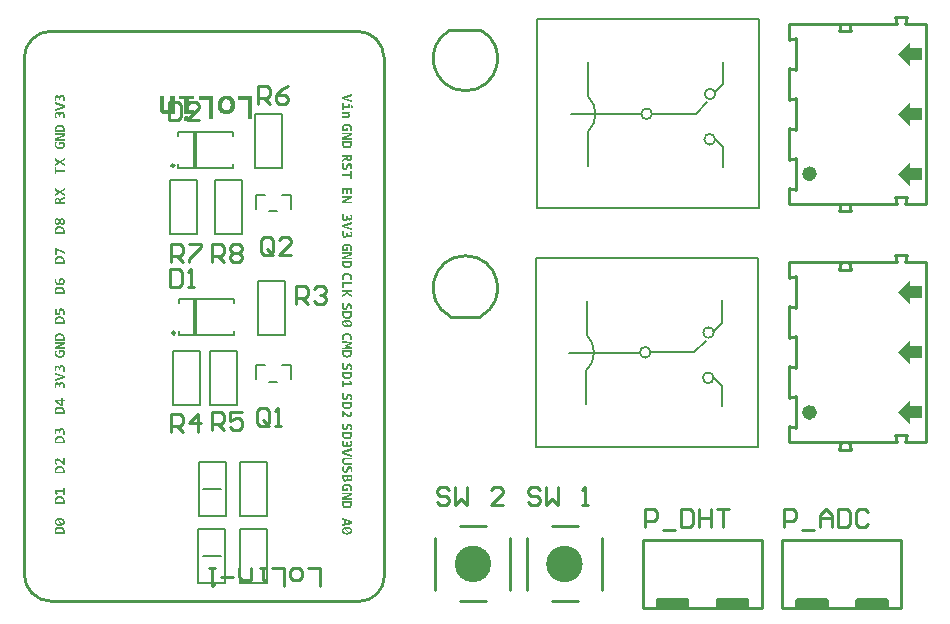
<source format=gto>
G04*
G04 #@! TF.GenerationSoftware,Altium Limited,Altium Designer,21.3.2 (30)*
G04*
G04 Layer_Color=65535*
%FSTAX24Y24*%
%MOIN*%
G70*
G04*
G04 #@! TF.SameCoordinates,2CDE0281-AAEF-468F-B01B-39F68B6DA6A9*
G04*
G04*
G04 #@! TF.FilePolarity,Positive*
G04*
G01*
G75*
%ADD10C,0.0100*%
%ADD11C,0.0098*%
%ADD12C,0.0070*%
%ADD13C,0.0300*%
%ADD14C,0.0050*%
%ADD15C,0.0080*%
%ADD16C,0.0079*%
%ADD17R,0.0182X0.1211*%
G36*
X069297Y0412D02*
X069297Y0412D01*
X069298D01*
X069434Y041143D01*
X069435Y041143D01*
X069435Y041143D01*
X069552Y041053D01*
X069552Y041052D01*
X069553Y041052D01*
X069643Y040935D01*
X069643Y040935D01*
X069643Y040934D01*
X0697Y040798D01*
Y040797D01*
X0697Y040797D01*
X069719Y040651D01*
X069719Y04065D01*
X069719Y040649D01*
X0697Y040503D01*
X0697Y040503D01*
Y040502D01*
X069643Y040366D01*
X069643Y040365D01*
X069643Y040365D01*
X069553Y040248D01*
X069552Y040248D01*
X069552Y040247D01*
X069435Y040157D01*
X069435Y040157D01*
X069434Y040157D01*
X069298Y0401D01*
X069297D01*
X069297Y0401D01*
X069151Y040081D01*
X06915Y040081D01*
X069149Y040081D01*
X069003Y0401D01*
X069003Y0401D01*
X069002D01*
X068866Y040157D01*
X068865Y040157D01*
X068865Y040157D01*
X068748Y040247D01*
X068748Y040248D01*
X068747Y040248D01*
X068657Y040365D01*
X068657Y040365D01*
X068657Y040366D01*
X0686Y040502D01*
Y040503D01*
X0686Y040503D01*
X068581Y040649D01*
X068581Y04065D01*
X068581Y040651D01*
X0686Y040797D01*
X0686Y040797D01*
Y040798D01*
X068644Y040903D01*
X068644Y040903D01*
X068644Y040903D01*
X068645Y040904D01*
X068647Y040906D01*
X068647D01*
X068648Y040907D01*
X068647Y040908D01*
Y040908D01*
X068647Y040908D01*
X068647Y04091D01*
Y040912D01*
X068657Y040934D01*
X068657Y040935D01*
X068657Y040935D01*
X068747Y041052D01*
X068748Y041052D01*
X068748Y041053D01*
X068865Y041143D01*
X068865Y041143D01*
X068866Y041143D01*
X069002Y0412D01*
X069003D01*
X069003Y0412D01*
X069149Y041219D01*
X06915Y041219D01*
X069151Y041219D01*
X069297Y0412D01*
D02*
G37*
G36*
X072347D02*
X072347Y0412D01*
X072348D01*
X072484Y041143D01*
X072485Y041143D01*
X072485Y041143D01*
X072602Y041053D01*
X072602Y041052D01*
X072603Y041052D01*
X072693Y040935D01*
X072693Y040935D01*
X072693Y040934D01*
X07275Y040798D01*
Y040797D01*
X07275Y040797D01*
X072769Y040651D01*
X072769Y04065D01*
X072769Y040649D01*
X07275Y040503D01*
X07275Y040503D01*
Y040502D01*
X072693Y040366D01*
X072693Y040365D01*
X072693Y040365D01*
X072603Y040248D01*
X072602Y040248D01*
X072602Y040247D01*
X072485Y040157D01*
X072485Y040157D01*
X072484Y040157D01*
X072348Y0401D01*
X072347D01*
X072347Y0401D01*
X072201Y040081D01*
X0722Y040081D01*
X072199Y040081D01*
X072053Y0401D01*
X072053Y0401D01*
X072052D01*
X071916Y040157D01*
X071915Y040157D01*
X071915Y040157D01*
X071798Y040247D01*
X071798Y040248D01*
X071797Y040248D01*
X071707Y040365D01*
X071707Y040365D01*
X071707Y040366D01*
X07165Y040502D01*
Y040503D01*
X07165Y040503D01*
X071631Y040649D01*
X071631Y04065D01*
X071631Y040651D01*
X07165Y040797D01*
X07165Y040797D01*
Y040798D01*
X071694Y040903D01*
X071694Y040903D01*
X071694Y040903D01*
X071695Y040904D01*
X071697Y040906D01*
X071697D01*
X071698Y040907D01*
X071698Y040908D01*
Y040908D01*
X071697Y040908D01*
X071698Y04091D01*
Y040912D01*
X071707Y040934D01*
X071707Y040935D01*
X071707Y040935D01*
X071797Y041052D01*
X071798Y041052D01*
X071798Y041053D01*
X071915Y041143D01*
X071915Y041143D01*
X071916Y041143D01*
X072052Y0412D01*
X072053D01*
X072053Y0412D01*
X072199Y041219D01*
X0722Y041219D01*
X072201Y041219D01*
X072347Y0412D01*
D02*
G37*
G36*
X075262Y039171D02*
X075246Y039209D01*
Y039459D01*
X075262Y039498D01*
X0753Y039513D01*
X0763D01*
X076338Y039498D01*
X076354Y039459D01*
Y039209D01*
X076338Y039171D01*
X0763Y039155D01*
X0753D01*
X075262Y039171D01*
D02*
G37*
G36*
X077262D02*
X077246Y039209D01*
Y039459D01*
X077262Y039498D01*
X0773Y039513D01*
X0783D01*
X078338Y039498D01*
X078354Y039459D01*
Y039209D01*
X078338Y039171D01*
X0783Y039155D01*
X0773D01*
X077262Y039171D01*
D02*
G37*
G36*
X079912D02*
X079896Y039209D01*
Y039459D01*
X079912Y039498D01*
X07995Y039513D01*
X08095D01*
X080988Y039498D01*
X081004Y039459D01*
Y039209D01*
X080988Y039171D01*
X08095Y039155D01*
X07995D01*
X079912Y039171D01*
D02*
G37*
G36*
X081912D02*
X081896Y039209D01*
Y039459D01*
X081912Y039498D01*
X08195Y039513D01*
X08295D01*
X082988Y039498D01*
X083004Y039459D01*
Y039209D01*
X082988Y039171D01*
X08295Y039155D01*
X08195D01*
X081912Y039171D01*
D02*
G37*
G36*
X084108Y045902D02*
X083714D01*
Y046099D01*
X08332Y045705D01*
X083714Y045311D01*
Y045508D01*
X084108D01*
Y045902D01*
D02*
G37*
G36*
Y047902D02*
X083714D01*
Y048099D01*
X08332Y047705D01*
X083714Y047311D01*
Y047508D01*
X084108D01*
Y047902D01*
D02*
G37*
G36*
Y049902D02*
X083714D01*
Y050099D01*
X08332Y049705D01*
X083714Y049311D01*
Y049508D01*
X084108D01*
Y049902D01*
D02*
G37*
G36*
Y053852D02*
X083714D01*
Y054049D01*
X08332Y053656D01*
X083714Y053262D01*
Y053459D01*
X084108D01*
Y053852D01*
D02*
G37*
G36*
Y055852D02*
X083714D01*
Y056049D01*
X08332Y055656D01*
X083714Y055262D01*
Y055459D01*
X084108D01*
Y055852D01*
D02*
G37*
G36*
Y057852D02*
X083714D01*
Y058049D01*
X08332Y057656D01*
X083714Y057262D01*
Y057459D01*
X084108D01*
Y057852D01*
D02*
G37*
G36*
X064959Y051329D02*
X064963D01*
X064973Y051329D01*
X064984Y051327D01*
X064996Y051326D01*
X065009Y051323D01*
X065021Y051319D01*
X065022D01*
X065023Y051319D01*
X065025Y051318D01*
X065027Y051317D01*
X065033Y051315D01*
X06504Y051312D01*
X065049Y051307D01*
X065058Y051302D01*
X065067Y051296D01*
X065076Y051289D01*
X065077Y051288D01*
X06508Y051285D01*
X065084Y051281D01*
X065089Y051275D01*
X065094Y051268D01*
X0651Y051259D01*
X065105Y05125D01*
X06511Y051239D01*
Y051238D01*
X06511Y051238D01*
X065111Y051236D01*
X065111Y051233D01*
X065112Y051231D01*
X065114Y051227D01*
X065116Y051219D01*
X065118Y051209D01*
X06512Y051198D01*
X065121Y051185D01*
X065122Y051171D01*
Y051163D01*
X065121Y051157D01*
X065121Y051151D01*
X06512Y051144D01*
X065117Y051128D01*
Y051127D01*
X065117Y051124D01*
X065116Y05112D01*
X065115Y051115D01*
X065114Y051108D01*
X065111Y051101D01*
X065107Y051085D01*
X065047D01*
X065048Y051086D01*
X065049Y051088D01*
X06505Y051092D01*
X065052Y051097D01*
X065054Y051103D01*
X065056Y05111D01*
X065059Y051117D01*
X065061Y051126D01*
X065061Y051127D01*
X065062Y05113D01*
X065063Y051134D01*
X065064Y05114D01*
X065065Y051146D01*
X065066Y051154D01*
X065067Y051162D01*
Y051175D01*
X065066Y051179D01*
X065066Y051184D01*
X065065Y051191D01*
X065064Y051197D01*
X065061Y051205D01*
X065059Y051211D01*
X065058Y051212D01*
X065057Y051214D01*
X065055Y051217D01*
X065053Y051222D01*
X06505Y051226D01*
X065046Y051231D01*
X065041Y051236D01*
X065036Y051241D01*
X065035Y051241D01*
X065033Y051242D01*
X06503Y051245D01*
X065026Y051247D01*
X065021Y05125D01*
X065015Y051253D01*
X065008Y051256D01*
X065Y051258D01*
X064999D01*
X064996Y05126D01*
X064991Y05126D01*
X064986Y051261D01*
X064979Y051262D01*
X06497Y051263D01*
X064962Y051264D01*
X064952Y051265D01*
X064951D01*
X06495D01*
X064947D01*
X064942D01*
X064936Y051264D01*
X064929Y051263D01*
X06492Y051263D01*
X064904Y05126D01*
X064903D01*
X064901Y051259D01*
X064897Y051258D01*
X064892Y051256D01*
X064887Y051254D01*
X06488Y051251D01*
X064869Y051245D01*
X064868Y051244D01*
X064867Y051243D01*
X064864Y05124D01*
X06486Y051237D01*
X064857Y051233D01*
X064853Y051228D01*
X06485Y051223D01*
X064847Y051217D01*
X064846Y051217D01*
X064845Y051215D01*
X064844Y051211D01*
X064843Y051206D01*
X064842Y0512D01*
X064841Y051193D01*
X06484Y051185D01*
X064839Y051177D01*
Y051166D01*
X06484Y051164D01*
Y051161D01*
X064841Y051158D01*
Y051158D01*
X064841Y051156D01*
X064842Y051154D01*
X064842Y051151D01*
Y051151D01*
X064843Y051149D01*
X064844Y051147D01*
X064844Y051144D01*
X064928D01*
Y0512D01*
X064979D01*
Y051084D01*
X064804D01*
X064804Y051085D01*
X064803Y051087D01*
X064801Y051092D01*
X064799Y051098D01*
X064796Y051105D01*
X064794Y051113D01*
X064791Y051122D01*
X064789Y051131D01*
Y051132D01*
X064789Y051135D01*
X064788Y05114D01*
X064787Y051146D01*
X064786Y051155D01*
X064785Y051164D01*
X064784Y051173D01*
Y05119D01*
X064785Y051193D01*
Y051196D01*
X064786Y051205D01*
X064787Y051214D01*
X064789Y051224D01*
X064791Y051235D01*
X064794Y051245D01*
Y051246D01*
X064795Y051246D01*
X064797Y05125D01*
X064799Y051255D01*
X064802Y051261D01*
X064807Y051268D01*
X064812Y051276D01*
X064818Y051284D01*
X064826Y051291D01*
X064827Y051292D01*
X064829Y051294D01*
X064834Y051298D01*
X06484Y051302D01*
X064847Y051307D01*
X064856Y051311D01*
X064866Y051316D01*
X064877Y05132D01*
X064878D01*
X064879Y051321D01*
X06488Y051321D01*
X064883Y051322D01*
X064885Y051322D01*
X064889Y051323D01*
X064898Y051325D01*
X064908Y051327D01*
X06492Y051328D01*
X064934Y051329D01*
X064948Y05133D01*
X064949D01*
X06495D01*
X064952D01*
X064955D01*
X064959Y051329D01*
D02*
G37*
G36*
X065116Y050961D02*
X06492Y050873D01*
X064882Y050857D01*
X065026D01*
X065116D01*
Y050801D01*
X06479D01*
Y050876D01*
X064984Y050963D01*
X065026Y050981D01*
X064891D01*
X06479D01*
Y051037D01*
X065116D01*
Y050961D01*
D02*
G37*
G36*
Y050651D02*
X065116Y050647D01*
X065115Y050638D01*
X065114Y050628D01*
X065112Y050617D01*
X06511Y050606D01*
X065107Y050596D01*
Y050595D01*
X065106Y050595D01*
X065105Y050591D01*
X065103Y050586D01*
X0651Y050579D01*
X065096Y050572D01*
X065091Y050564D01*
X065085Y050556D01*
X065078Y050549D01*
X065077Y050547D01*
X065075Y050545D01*
X06507Y050542D01*
X065065Y050538D01*
X065058Y050534D01*
X065049Y050529D01*
X065039Y050524D01*
X065029Y05052D01*
X065028D01*
X065028Y05052D01*
X065026Y050519D01*
X065023Y050519D01*
X06502Y050518D01*
X065017Y050517D01*
X065009Y050515D01*
X064998Y050514D01*
X064986Y050512D01*
X064972Y050511D01*
X064957Y050511D01*
X064956D01*
X064955D01*
X064953D01*
X064951D01*
X064948D01*
X064944Y050511D01*
X064934Y050512D01*
X064924Y050513D01*
X064912Y050515D01*
X0649Y050517D01*
X064888Y05052D01*
X064888D01*
X064887Y050521D01*
X064885Y050521D01*
X064883Y050522D01*
X064877Y050524D01*
X06487Y050527D01*
X064862Y050531D01*
X064853Y050536D01*
X064844Y050542D01*
X064835Y05055D01*
X064834Y050551D01*
X064832Y050553D01*
X064828Y050557D01*
X064823Y050564D01*
X064817Y050571D01*
X064812Y05058D01*
X064807Y05059D01*
X064802Y050601D01*
Y050601D01*
X064801Y050602D01*
X064801Y050604D01*
X0648Y050606D01*
X064799Y050609D01*
X064798Y050612D01*
X064797Y050617D01*
X064796Y050621D01*
X064794Y050632D01*
X064792Y050645D01*
X064791Y050659D01*
X06479Y050675D01*
Y050757D01*
X065116D01*
Y050651D01*
D02*
G37*
G36*
X064843Y052299D02*
X064842Y052297D01*
X064842Y052294D01*
X064841Y05229D01*
X06484Y052284D01*
X064839Y052279D01*
X064838Y052272D01*
X064838Y052265D01*
Y052262D01*
X064837Y052258D01*
Y052253D01*
X064837Y052247D01*
Y052239D01*
X064836Y052232D01*
Y052217D01*
X064837Y052212D01*
Y052206D01*
X064838Y0522D01*
X064839Y052188D01*
Y052188D01*
X06484Y052186D01*
X064841Y052183D01*
X064842Y05218D01*
X064845Y052172D01*
X064849Y052164D01*
X06485Y052163D01*
X064851Y052162D01*
X064852Y052161D01*
X064854Y052158D01*
X064859Y052153D01*
X064865Y05215D01*
X064866D01*
X064867Y052149D01*
X064869Y052148D01*
X064872Y052147D01*
X064875Y052146D01*
X064879Y052145D01*
X064888Y052145D01*
X064888D01*
X064889D01*
X064892D01*
X064894Y052145D01*
X0649Y052147D01*
X064907Y05215D01*
X064908D01*
X064909Y052151D01*
X06491Y052152D01*
X064912Y052153D01*
X064917Y052158D01*
X064922Y052165D01*
X064923Y052165D01*
X064923Y052166D01*
X064924Y052168D01*
X064925Y052171D01*
X064927Y052175D01*
X064929Y052179D01*
X06493Y052183D01*
X064932Y052189D01*
Y05219D01*
X064932Y052192D01*
X064933Y052195D01*
X064934Y052199D01*
X064934Y052204D01*
X064935Y05221D01*
X064935Y052217D01*
Y052261D01*
X064982D01*
Y052221D01*
X064983Y052216D01*
Y052211D01*
X064984Y052206D01*
X064984Y0522D01*
X064985Y052195D01*
Y052195D01*
X064986Y052193D01*
X064987Y052191D01*
X064988Y052188D01*
X064991Y052181D01*
X064996Y052175D01*
X064996Y052174D01*
X064997Y052173D01*
X065Y05217D01*
X065005Y052167D01*
X065011Y052163D01*
X065012D01*
X065013Y052163D01*
X065015Y052162D01*
X065017Y052162D01*
X065023Y052161D01*
X06503Y05216D01*
X065031D01*
X065033D01*
X065036Y052161D01*
X065041Y052162D01*
X065046Y052163D01*
X065051Y052166D01*
X065056Y052169D01*
X06506Y052173D01*
X065061Y052174D01*
X065062Y052176D01*
X065064Y052179D01*
X065066Y052183D01*
X065068Y052189D01*
X065069Y052196D01*
X06507Y052204D01*
X065071Y052213D01*
Y052221D01*
X06507Y052226D01*
X06507Y052232D01*
X065069Y052238D01*
X065067Y052252D01*
Y052253D01*
X065066Y052256D01*
X065065Y052259D01*
X065064Y052264D01*
X065063Y05227D01*
X065061Y052277D01*
X065057Y052291D01*
X065108D01*
Y052291D01*
X065109Y052289D01*
X065109Y052287D01*
X06511Y052284D01*
X065112Y052277D01*
X065114Y05227D01*
Y052269D01*
X065114Y052268D01*
X065115Y052266D01*
X065115Y052263D01*
X065117Y052257D01*
X065118Y052249D01*
Y052249D01*
X065119Y052248D01*
Y052246D01*
X065119Y052243D01*
X06512Y052236D01*
X065121Y052229D01*
Y052227D01*
X065121Y052225D01*
Y052222D01*
X065122Y052215D01*
Y052202D01*
X065121Y052197D01*
Y052191D01*
X06512Y052183D01*
X065119Y052176D01*
X065118Y052168D01*
X065116Y05216D01*
Y052159D01*
X065115Y052157D01*
X065114Y052153D01*
X065112Y052148D01*
X06511Y052143D01*
X065107Y052137D01*
X065104Y052131D01*
X0651Y052126D01*
X065099Y052125D01*
X065098Y052124D01*
X065096Y052121D01*
X065092Y052118D01*
X065089Y052115D01*
X065084Y052111D01*
X065079Y052107D01*
X065074Y052105D01*
X065073Y052104D01*
X065071Y052104D01*
X065068Y052102D01*
X065064Y052101D01*
X065059Y0521D01*
X065053Y052099D01*
X065046Y052098D01*
X06504Y052097D01*
X065039D01*
X065039D01*
X065037D01*
X065035D01*
X06503Y052098D01*
X065023Y052099D01*
X065015Y052101D01*
X065007Y052104D01*
X064999Y052107D01*
X064992Y052111D01*
X064991Y052112D01*
X064989Y052114D01*
X064986Y052117D01*
X064981Y052121D01*
X064977Y052127D01*
X064973Y052133D01*
X064968Y052141D01*
X064964Y05215D01*
Y052149D01*
X064963Y052147D01*
X064963Y052144D01*
X064962Y05214D01*
X06496Y052136D01*
X064959Y052131D01*
X064955Y052121D01*
Y052121D01*
X064954Y052119D01*
X064953Y052117D01*
X06495Y052114D01*
X064946Y052107D01*
X064939Y0521D01*
X064939Y052099D01*
X064938Y052098D01*
X064935Y052096D01*
X064933Y052094D01*
X06493Y052092D01*
X064926Y05209D01*
X064917Y052085D01*
X064917D01*
X064915Y052085D01*
X064913Y052084D01*
X064909Y052082D01*
X064905Y052082D01*
X0649Y052081D01*
X064889Y05208D01*
X064888D01*
X064885D01*
X064881Y052081D01*
X064875Y052081D01*
X064868Y052082D01*
X064861Y052084D01*
X064853Y052086D01*
X064846Y05209D01*
X064845Y05209D01*
X064843Y052091D01*
X064839Y052094D01*
X064834Y052096D01*
X064829Y0521D01*
X064824Y052105D01*
X064818Y052111D01*
X064813Y052117D01*
X064812Y052118D01*
X064811Y052121D01*
X064808Y052125D01*
X064805Y05213D01*
X064802Y052137D01*
X064798Y052145D01*
X064795Y052154D01*
X064792Y052164D01*
Y052165D01*
X064792Y052165D01*
Y052167D01*
X064791Y052169D01*
X06479Y052175D01*
X064789Y052183D01*
X064787Y052192D01*
X064786Y052203D01*
X064786Y052216D01*
X064785Y05223D01*
Y052241D01*
X064786Y052248D01*
Y052251D01*
X064786Y052254D01*
Y052259D01*
X064787Y052267D01*
Y05227D01*
X064787Y052272D01*
X064788Y052278D01*
X064788Y052284D01*
Y052288D01*
X064789Y052289D01*
X064789Y052295D01*
X06479Y0523D01*
X064843D01*
Y052299D01*
D02*
G37*
G36*
X065116Y051984D02*
X064919Y051929D01*
X064855Y051911D01*
X064923Y051893D01*
X065116Y051838D01*
Y051772D01*
X06479Y051873D01*
Y051954D01*
X065116Y052054D01*
Y051984D01*
D02*
G37*
G36*
X064843Y051737D02*
X064842Y051734D01*
X064842Y051731D01*
X064841Y051727D01*
X06484Y051722D01*
X064839Y051716D01*
X064838Y051709D01*
X064838Y051702D01*
Y051699D01*
X064837Y051695D01*
Y05169D01*
X064837Y051684D01*
Y051677D01*
X064836Y051669D01*
Y051654D01*
X064837Y051649D01*
Y051643D01*
X064838Y051637D01*
X064839Y051626D01*
Y051625D01*
X06484Y051623D01*
X064841Y051621D01*
X064842Y051617D01*
X064845Y051609D01*
X064849Y051601D01*
X06485Y051601D01*
X064851Y0516D01*
X064852Y051598D01*
X064854Y051596D01*
X064859Y051591D01*
X064865Y051587D01*
X064866D01*
X064867Y051586D01*
X064869Y051585D01*
X064872Y051584D01*
X064875Y051583D01*
X064879Y051582D01*
X064888Y051582D01*
X064888D01*
X064889D01*
X064892D01*
X064894Y051582D01*
X0649Y051584D01*
X064907Y051587D01*
X064908D01*
X064909Y051588D01*
X06491Y051589D01*
X064912Y051591D01*
X064917Y051595D01*
X064922Y051602D01*
X064923Y051602D01*
X064923Y051603D01*
X064924Y051606D01*
X064925Y051608D01*
X064927Y051612D01*
X064929Y051616D01*
X06493Y051621D01*
X064932Y051626D01*
Y051627D01*
X064932Y051629D01*
X064933Y051632D01*
X064934Y051636D01*
X064934Y051641D01*
X064935Y051647D01*
X064935Y051655D01*
Y051698D01*
X064982D01*
Y051658D01*
X064983Y051653D01*
Y051648D01*
X064984Y051643D01*
X064984Y051637D01*
X064985Y051632D01*
Y051632D01*
X064986Y05163D01*
X064987Y051628D01*
X064988Y051625D01*
X064991Y051618D01*
X064996Y051612D01*
X064996Y051611D01*
X064997Y051611D01*
X065Y051607D01*
X065005Y051604D01*
X065011Y051601D01*
X065012D01*
X065013Y0516D01*
X065015Y0516D01*
X065017Y051599D01*
X065023Y051598D01*
X06503Y051597D01*
X065031D01*
X065033D01*
X065036Y051598D01*
X065041Y051599D01*
X065046Y051601D01*
X065051Y051603D01*
X065056Y051606D01*
X06506Y051611D01*
X065061Y051611D01*
X065062Y051613D01*
X065064Y051616D01*
X065066Y051621D01*
X065068Y051626D01*
X065069Y051633D01*
X06507Y051641D01*
X065071Y051651D01*
Y051658D01*
X06507Y051663D01*
X06507Y051669D01*
X065069Y051676D01*
X065067Y05169D01*
Y05169D01*
X065066Y051693D01*
X065065Y051697D01*
X065064Y051701D01*
X065063Y051707D01*
X065061Y051714D01*
X065057Y051728D01*
X065108D01*
Y051728D01*
X065109Y051727D01*
X065109Y051724D01*
X06511Y051722D01*
X065112Y051714D01*
X065114Y051707D01*
Y051707D01*
X065114Y051706D01*
X065115Y051703D01*
X065115Y051701D01*
X065117Y051694D01*
X065118Y051687D01*
Y051686D01*
X065119Y051685D01*
Y051683D01*
X065119Y05168D01*
X06512Y051673D01*
X065121Y051666D01*
Y051665D01*
X065121Y051662D01*
Y05166D01*
X065122Y051652D01*
Y05164D01*
X065121Y051635D01*
Y051628D01*
X06512Y051621D01*
X065119Y051613D01*
X065118Y051605D01*
X065116Y051597D01*
Y051596D01*
X065115Y051594D01*
X065114Y05159D01*
X065112Y051585D01*
X06511Y05158D01*
X065107Y051574D01*
X065104Y051569D01*
X0651Y051563D01*
X065099Y051562D01*
X065098Y051561D01*
X065096Y051558D01*
X065092Y051555D01*
X065089Y051552D01*
X065084Y051548D01*
X065079Y051545D01*
X065074Y051542D01*
X065073Y051541D01*
X065071Y051541D01*
X065068Y05154D01*
X065064Y051538D01*
X065059Y051537D01*
X065053Y051536D01*
X065046Y051535D01*
X06504Y051535D01*
X065039D01*
X065039D01*
X065037D01*
X065035D01*
X06503Y051535D01*
X065023Y051536D01*
X065015Y051538D01*
X065007Y051541D01*
X064999Y051544D01*
X064992Y051549D01*
X064991Y051549D01*
X064989Y051551D01*
X064986Y051554D01*
X064981Y051559D01*
X064977Y051564D01*
X064973Y051571D01*
X064968Y051578D01*
X064964Y051587D01*
Y051586D01*
X064963Y051584D01*
X064963Y051581D01*
X064962Y051577D01*
X06496Y051573D01*
X064959Y051568D01*
X064955Y051559D01*
Y051558D01*
X064954Y051556D01*
X064953Y051554D01*
X06495Y051551D01*
X064946Y051544D01*
X064939Y051537D01*
X064939Y051536D01*
X064938Y051535D01*
X064935Y051534D01*
X064933Y051531D01*
X06493Y051529D01*
X064926Y051527D01*
X064917Y051522D01*
X064917D01*
X064915Y051522D01*
X064913Y051521D01*
X064909Y05152D01*
X064905Y051519D01*
X0649Y051518D01*
X064889Y051517D01*
X064888D01*
X064885D01*
X064881Y051518D01*
X064875Y051519D01*
X064868Y05152D01*
X064861Y051521D01*
X064853Y051524D01*
X064846Y051527D01*
X064845Y051527D01*
X064843Y051529D01*
X064839Y051531D01*
X064834Y051534D01*
X064829Y051537D01*
X064824Y051542D01*
X064818Y051548D01*
X064813Y051555D01*
X064812Y051555D01*
X064811Y051558D01*
X064808Y051562D01*
X064805Y051567D01*
X064802Y051574D01*
X064798Y051582D01*
X064795Y051591D01*
X064792Y051601D01*
Y051602D01*
X064792Y051602D01*
Y051604D01*
X064791Y051606D01*
X06479Y051612D01*
X064789Y05162D01*
X064787Y05163D01*
X064786Y051641D01*
X064786Y051653D01*
X064785Y051667D01*
Y051678D01*
X064786Y051685D01*
Y051688D01*
X064786Y051691D01*
Y051697D01*
X064787Y051704D01*
Y051707D01*
X064787Y051709D01*
X064788Y051715D01*
X064788Y051722D01*
Y051725D01*
X064789Y051727D01*
X064789Y051732D01*
X06479Y051737D01*
X064843D01*
Y051737D01*
D02*
G37*
G36*
X065116Y052974D02*
X065064D01*
Y053107D01*
X064983D01*
Y05298D01*
X064933D01*
Y053107D01*
X064842D01*
Y052974D01*
X06479D01*
Y05317D01*
X065116D01*
Y052974D01*
D02*
G37*
G36*
Y052836D02*
X06492Y052747D01*
X064882Y052731D01*
X065026D01*
X065116D01*
Y052675D01*
X06479D01*
Y05275D01*
X064984Y052838D01*
X065026Y052855D01*
X064891D01*
X06479D01*
Y052911D01*
X065116D01*
Y052836D01*
D02*
G37*
G36*
Y054186D02*
X065116Y054179D01*
X065115Y054171D01*
X065114Y054163D01*
X065111Y054146D01*
Y054145D01*
X06511Y054142D01*
X065109Y054138D01*
X065108Y054133D01*
X065106Y054127D01*
X065103Y054121D01*
X0651Y054115D01*
X065096Y054109D01*
X065095Y054109D01*
X065094Y054106D01*
X065091Y054104D01*
X065089Y0541D01*
X065084Y054096D01*
X06508Y054092D01*
X065074Y054089D01*
X065068Y054085D01*
X065068Y054085D01*
X065065Y054084D01*
X065061Y054082D01*
X065056Y054081D01*
X06505Y054079D01*
X065043Y054077D01*
X065035Y054077D01*
X065026Y054076D01*
X065025D01*
X065023D01*
X06502D01*
X065015Y054077D01*
X06501Y054077D01*
X065005Y054079D01*
X064994Y054082D01*
X064994D01*
X064992Y054083D01*
X064989Y054084D01*
X064986Y054086D01*
X064978Y05409D01*
X06497Y054096D01*
X064969Y054097D01*
X064968Y054098D01*
X064966Y0541D01*
X064964Y054102D01*
X064962Y054106D01*
X064959Y05411D01*
X064954Y054119D01*
Y05412D01*
X064953Y054121D01*
X064952Y054124D01*
X06495Y054127D01*
X064949Y054132D01*
X064948Y054137D01*
X064945Y054148D01*
Y054147D01*
X064944Y054146D01*
X064944Y054143D01*
X064943Y054141D01*
X06494Y054137D01*
X064938Y054133D01*
X064935Y05413D01*
X064932Y054126D01*
X064931Y054125D01*
X064929Y054124D01*
X064927Y054122D01*
X064923Y05412D01*
X064919Y054116D01*
X064913Y054113D01*
X064907Y05411D01*
X064899Y054106D01*
X06479Y054054D01*
Y054126D01*
X064895Y054172D01*
X064895D01*
X064897Y054173D01*
X0649Y054175D01*
X064903Y054176D01*
X064911Y054182D01*
X064914Y054186D01*
X064918Y05419D01*
X064918Y05419D01*
X064919Y054192D01*
X06492Y054194D01*
X064922Y054197D01*
X064923Y054201D01*
X064924Y054206D01*
X064925Y054211D01*
X064925Y054217D01*
Y054228D01*
X06479D01*
Y05429D01*
X065116D01*
Y054186D01*
D02*
G37*
G36*
X064858Y054016D02*
X064858Y054014D01*
X064857Y054012D01*
X064855Y054009D01*
X064854Y054006D01*
X064853Y054002D01*
X064851Y053993D01*
Y053993D01*
X06485Y053991D01*
X064849Y053988D01*
X064848Y053985D01*
X064848Y053981D01*
X064847Y053977D01*
X064844Y053968D01*
Y053967D01*
X064844Y053965D01*
X064843Y053963D01*
X064843Y05396D01*
X064842Y053956D01*
X064842Y053951D01*
X06484Y053943D01*
Y05394D01*
X064839Y053938D01*
Y053935D01*
X064839Y053927D01*
Y053912D01*
X064839Y053908D01*
Y053903D01*
X06484Y053898D01*
X064842Y053888D01*
Y053888D01*
X064842Y053886D01*
X064843Y053884D01*
X064844Y053881D01*
X064846Y053874D01*
X064849Y053868D01*
Y053868D01*
X064851Y053867D01*
X064853Y053864D01*
X064857Y05386D01*
X064862Y053857D01*
X064863D01*
X064863Y053857D01*
X064867Y053855D01*
X064872Y053854D01*
X064878Y053853D01*
X064879D01*
X06488D01*
X064883Y053854D01*
X064885Y053854D01*
X064892Y053856D01*
X064895Y053858D01*
X064898Y05386D01*
X064899Y053861D01*
X0649Y053862D01*
X064901Y053863D01*
X064903Y053865D01*
X064908Y053871D01*
X064913Y053879D01*
X064913Y053879D01*
X064914Y05388D01*
X064915Y053883D01*
X064917Y053886D01*
X064918Y05389D01*
X06492Y053894D01*
X064924Y053904D01*
Y053905D01*
X064925Y053906D01*
X064925Y05391D01*
X064927Y053913D01*
X064929Y053918D01*
X06493Y053923D01*
X064934Y053934D01*
X064935Y053934D01*
X064935Y053936D01*
X064937Y053939D01*
X064938Y053943D01*
X06494Y053947D01*
X064943Y053952D01*
X064948Y053963D01*
X064948Y053963D01*
X064949Y053965D01*
X06495Y053968D01*
X064953Y053971D01*
X064958Y05398D01*
X064965Y053989D01*
X064966Y053989D01*
X064968Y05399D01*
X06497Y053993D01*
X064973Y053995D01*
X064976Y053998D01*
X064981Y054001D01*
X064991Y054006D01*
X064991D01*
X064994Y054008D01*
X064997Y054009D01*
X065001Y05401D01*
X065006Y054011D01*
X065013Y054012D01*
X065019Y054012D01*
X065027Y054013D01*
X065028D01*
X06503D01*
X065034Y054012D01*
X065039Y054012D01*
X065045Y054011D01*
X065051Y05401D01*
X065057Y054009D01*
X065064Y054006D01*
X065064Y054006D01*
X065066Y054005D01*
X06507Y054003D01*
X065074Y054001D01*
X065079Y053998D01*
X065084Y053994D01*
X065089Y053989D01*
X065094Y053984D01*
X065094Y053984D01*
X065096Y053981D01*
X065098Y053978D01*
X065101Y053974D01*
X065104Y053968D01*
X065107Y053961D01*
X065111Y053954D01*
X065114Y053946D01*
Y053945D01*
X065115Y053945D01*
X065115Y053941D01*
X065116Y053936D01*
X065118Y05393D01*
X06512Y053921D01*
X065121Y053911D01*
X065121Y053901D01*
X065122Y053889D01*
Y053883D01*
X065121Y053877D01*
X065121Y053869D01*
Y053867D01*
X06512Y053865D01*
Y053862D01*
X065119Y053855D01*
X065118Y053848D01*
Y053846D01*
X065117Y053844D01*
Y053841D01*
X065116Y053835D01*
X065115Y053828D01*
Y053826D01*
X065114Y053824D01*
X065114Y053822D01*
X065112Y053815D01*
X065111Y053809D01*
X065055D01*
Y05381D01*
X065056Y053811D01*
X065056Y053813D01*
X065057Y053815D01*
X065059Y05382D01*
X06506Y053827D01*
Y053828D01*
X065061Y053829D01*
X065061Y05383D01*
X065062Y053833D01*
X065064Y053839D01*
X065065Y053847D01*
Y053848D01*
X065065Y053849D01*
Y053851D01*
X065066Y053853D01*
X065067Y05386D01*
X065068Y053868D01*
Y053869D01*
X065069Y053872D01*
Y053874D01*
X065069Y05388D01*
Y053893D01*
X065069Y053896D01*
X065068Y053905D01*
X065066Y053915D01*
Y053915D01*
X065066Y053916D01*
X065065Y053919D01*
X065064Y053921D01*
X065062Y053927D01*
X065059Y053933D01*
Y053934D01*
X065058Y053934D01*
X065056Y053937D01*
X065052Y05394D01*
X065048Y053944D01*
X065047D01*
X065046Y053944D01*
X065043Y053945D01*
X065039Y053946D01*
X065033Y053946D01*
X065032D01*
X065031D01*
X065029Y053946D01*
X065026Y053945D01*
X065021Y053944D01*
X065018Y053942D01*
X065015Y05394D01*
X065014Y053939D01*
X065014Y053939D01*
X065012Y053937D01*
X06501Y053935D01*
X065006Y053929D01*
X065001Y053922D01*
Y053921D01*
X065Y05392D01*
X064999Y053918D01*
X064998Y053914D01*
X064996Y05391D01*
X064995Y053906D01*
X064991Y053896D01*
Y053895D01*
X06499Y053893D01*
X064989Y05389D01*
X064988Y053887D01*
X064986Y053883D01*
X064984Y053878D01*
X06498Y053867D01*
Y053866D01*
X064979Y053864D01*
X064978Y053861D01*
X064976Y053857D01*
X064974Y053852D01*
X064972Y053847D01*
X064966Y053837D01*
X064966Y053836D01*
X064965Y053834D01*
X064964Y053832D01*
X064962Y053828D01*
X064956Y05382D01*
X064948Y053811D01*
X064948Y05381D01*
X064947Y053809D01*
X064944Y053807D01*
X064941Y053804D01*
X064937Y053802D01*
X064933Y053798D01*
X064928Y053795D01*
X064923Y053793D01*
X064922Y053792D01*
X06492Y053792D01*
X064917Y05379D01*
X064913Y053789D01*
X064908Y053788D01*
X064902Y053787D01*
X064895Y053786D01*
X064888Y053786D01*
X064888D01*
X064887D01*
X064884D01*
X064879Y053786D01*
X064873Y053787D01*
X064865Y053788D01*
X064857Y05379D01*
X064849Y053792D01*
X064842Y053795D01*
X064841Y053796D01*
X064838Y053797D01*
X064835Y053799D01*
X064831Y053803D01*
X064825Y053807D01*
X06482Y053812D01*
X064814Y053817D01*
X064809Y053823D01*
X064809Y053824D01*
X064807Y053827D01*
X064805Y05383D01*
X064802Y053835D01*
X064799Y053842D01*
X064796Y053849D01*
X064793Y053857D01*
X064791Y053866D01*
Y053867D01*
X064789Y05387D01*
X064789Y053875D01*
X064788Y053882D01*
X064787Y05389D01*
X064786Y053899D01*
X064785Y053909D01*
X064784Y053919D01*
Y053929D01*
X064785Y053935D01*
Y053943D01*
X064786Y053951D01*
X064788Y053969D01*
Y05397D01*
X064788Y053973D01*
X064789Y053978D01*
X06479Y053984D01*
X064792Y053991D01*
X064793Y053999D01*
X064798Y054016D01*
X064858D01*
Y054016D01*
D02*
G37*
G36*
X065116Y053498D02*
X065065D01*
Y053587D01*
X06479D01*
Y05365D01*
X065065D01*
Y053739D01*
X065116D01*
Y053498D01*
D02*
G37*
G36*
X064959Y055319D02*
X064963D01*
X064973Y055319D01*
X064984Y055317D01*
X064996Y055316D01*
X065009Y055313D01*
X065021Y055309D01*
X065022D01*
X065023Y055309D01*
X065025Y055308D01*
X065027Y055307D01*
X065033Y055305D01*
X06504Y055302D01*
X065049Y055297D01*
X065058Y055292D01*
X065067Y055286D01*
X065076Y055279D01*
X065077Y055278D01*
X06508Y055275D01*
X065084Y055271D01*
X065089Y055265D01*
X065094Y055258D01*
X0651Y055249D01*
X065105Y05524D01*
X06511Y055229D01*
Y055228D01*
X06511Y055228D01*
X065111Y055226D01*
X065111Y055223D01*
X065112Y055221D01*
X065114Y055217D01*
X065116Y055209D01*
X065118Y055199D01*
X06512Y055188D01*
X065121Y055175D01*
X065122Y055161D01*
Y055153D01*
X065121Y055147D01*
X065121Y055141D01*
X06512Y055134D01*
X065117Y055118D01*
Y055117D01*
X065117Y055114D01*
X065116Y05511D01*
X065115Y055105D01*
X065114Y055098D01*
X065111Y055091D01*
X065107Y055075D01*
X065047D01*
X065048Y055076D01*
X065049Y055078D01*
X06505Y055082D01*
X065052Y055087D01*
X065054Y055093D01*
X065056Y0551D01*
X065059Y055107D01*
X065061Y055116D01*
X065061Y055117D01*
X065062Y05512D01*
X065063Y055124D01*
X065064Y05513D01*
X065065Y055136D01*
X065066Y055144D01*
X065067Y055152D01*
Y055165D01*
X065066Y055169D01*
X065066Y055174D01*
X065065Y055181D01*
X065064Y055187D01*
X065061Y055195D01*
X065059Y055201D01*
X065058Y055202D01*
X065057Y055204D01*
X065055Y055207D01*
X065053Y055212D01*
X06505Y055216D01*
X065046Y055221D01*
X065041Y055226D01*
X065036Y055231D01*
X065035Y055231D01*
X065033Y055232D01*
X06503Y055235D01*
X065026Y055237D01*
X065021Y05524D01*
X065015Y055243D01*
X065008Y055246D01*
X065Y055248D01*
X064999D01*
X064996Y05525D01*
X064991Y05525D01*
X064986Y055251D01*
X064979Y055252D01*
X06497Y055253D01*
X064962Y055254D01*
X064952Y055255D01*
X064951D01*
X06495D01*
X064947D01*
X064942D01*
X064936Y055254D01*
X064929Y055253D01*
X06492Y055253D01*
X064904Y05525D01*
X064903D01*
X064901Y055249D01*
X064897Y055248D01*
X064892Y055246D01*
X064887Y055244D01*
X06488Y055241D01*
X064869Y055235D01*
X064868Y055234D01*
X064867Y055233D01*
X064864Y05523D01*
X06486Y055227D01*
X064857Y055223D01*
X064853Y055218D01*
X06485Y055213D01*
X064847Y055207D01*
X064846Y055207D01*
X064845Y055205D01*
X064844Y055201D01*
X064843Y055196D01*
X064842Y05519D01*
X064841Y055183D01*
X06484Y055175D01*
X064839Y055167D01*
Y055156D01*
X06484Y055154D01*
Y055151D01*
X064841Y055149D01*
Y055148D01*
X064841Y055146D01*
X064842Y055144D01*
X064842Y055141D01*
Y055141D01*
X064843Y055139D01*
X064844Y055137D01*
X064844Y055134D01*
X064928D01*
Y05519D01*
X064979D01*
Y055074D01*
X064804D01*
X064804Y055075D01*
X064803Y055077D01*
X064801Y055082D01*
X064799Y055088D01*
X064796Y055095D01*
X064794Y055103D01*
X064791Y055112D01*
X064789Y055121D01*
Y055122D01*
X064789Y055125D01*
X064788Y05513D01*
X064787Y055136D01*
X064786Y055145D01*
X064785Y055153D01*
X064784Y055163D01*
Y05518D01*
X064785Y055183D01*
Y055186D01*
X064786Y055195D01*
X064787Y055204D01*
X064789Y055214D01*
X064791Y055225D01*
X064794Y055235D01*
Y055236D01*
X064795Y055236D01*
X064797Y05524D01*
X064799Y055245D01*
X064802Y055251D01*
X064807Y055258D01*
X064812Y055266D01*
X064818Y055274D01*
X064826Y055281D01*
X064827Y055282D01*
X064829Y055284D01*
X064834Y055288D01*
X06484Y055292D01*
X064847Y055297D01*
X064856Y055301D01*
X064866Y055306D01*
X064877Y05531D01*
X064878D01*
X064879Y055311D01*
X06488Y055311D01*
X064883Y055312D01*
X064885Y055312D01*
X064889Y055313D01*
X064898Y055315D01*
X064908Y055317D01*
X06492Y055318D01*
X064934Y055319D01*
X064948Y05532D01*
X064949D01*
X06495D01*
X064952D01*
X064955D01*
X064959Y055319D01*
D02*
G37*
G36*
X065116Y054951D02*
X06492Y054863D01*
X064882Y054847D01*
X065026D01*
X065116D01*
Y054791D01*
X06479D01*
Y054866D01*
X064984Y054953D01*
X065026Y054971D01*
X064891D01*
X06479D01*
Y055027D01*
X065116D01*
Y054951D01*
D02*
G37*
G36*
Y054641D02*
X065116Y054637D01*
X065115Y054628D01*
X065114Y054618D01*
X065112Y054607D01*
X06511Y054596D01*
X065107Y054586D01*
Y054585D01*
X065106Y054585D01*
X065105Y054581D01*
X065103Y054576D01*
X0651Y054569D01*
X065096Y054562D01*
X065091Y054554D01*
X065085Y054546D01*
X065078Y054539D01*
X065077Y054537D01*
X065075Y054535D01*
X06507Y054532D01*
X065065Y054528D01*
X065058Y054524D01*
X065049Y054519D01*
X065039Y054514D01*
X065029Y05451D01*
X065028D01*
X065028Y05451D01*
X065026Y054509D01*
X065023Y054509D01*
X06502Y054508D01*
X065017Y054507D01*
X065009Y054505D01*
X064998Y054504D01*
X064986Y054502D01*
X064972Y054501D01*
X064957Y054501D01*
X064956D01*
X064955D01*
X064953D01*
X064951D01*
X064948D01*
X064944Y054501D01*
X064934Y054502D01*
X064924Y054503D01*
X064912Y054505D01*
X0649Y054507D01*
X064888Y05451D01*
X064888D01*
X064887Y054511D01*
X064885Y054511D01*
X064883Y054512D01*
X064877Y054514D01*
X06487Y054517D01*
X064862Y054521D01*
X064853Y054526D01*
X064844Y054532D01*
X064835Y05454D01*
X064834Y054541D01*
X064832Y054543D01*
X064828Y054547D01*
X064823Y054554D01*
X064817Y054561D01*
X064812Y05457D01*
X064807Y05458D01*
X064802Y054591D01*
Y054591D01*
X064801Y054592D01*
X064801Y054594D01*
X0648Y054596D01*
X064799Y054599D01*
X064798Y054602D01*
X064797Y054607D01*
X064796Y054611D01*
X064794Y054622D01*
X064792Y054635D01*
X064791Y054649D01*
X06479Y054665D01*
Y054747D01*
X065116D01*
Y054641D01*
D02*
G37*
G36*
Y05625D02*
X064919Y056195D01*
X064855Y056177D01*
X064923Y056159D01*
X065116Y056104D01*
Y056039D01*
X06479Y056139D01*
Y05622D01*
X065116Y05632D01*
Y05625D01*
D02*
G37*
G36*
X065118Y055934D02*
X065123Y055933D01*
X065129Y055932D01*
X065129D01*
X06513Y055931D01*
X065133Y055929D01*
X065137Y055927D01*
X065141Y055923D01*
X065142Y055922D01*
X065145Y055919D01*
X065147Y055915D01*
X06515Y05591D01*
Y05591D01*
X065151Y055909D01*
X065152Y055905D01*
X065153Y0559D01*
X065154Y055894D01*
Y055892D01*
X065153Y055889D01*
X065152Y055884D01*
X06515Y055879D01*
Y055878D01*
X06515Y055878D01*
X065148Y055874D01*
X065145Y05587D01*
X065141Y055866D01*
X06514Y055865D01*
X065137Y055863D01*
X065134Y05586D01*
X065129Y055858D01*
X065128D01*
X065127Y055857D01*
X065124Y055856D01*
X065119Y055855D01*
X065113Y055854D01*
X065112D01*
X065111D01*
X06511D01*
X065108Y055855D01*
X065103Y055855D01*
X065097Y055858D01*
X065097D01*
X065096Y055858D01*
X065093Y05586D01*
X065089Y055862D01*
X065085Y055866D01*
X065084Y055867D01*
X065082Y05587D01*
X065079Y055874D01*
X065076Y055879D01*
Y055879D01*
X065076Y05588D01*
X065075Y055883D01*
X065074Y055888D01*
X065074Y055894D01*
Y055898D01*
X065074Y0559D01*
X065075Y055905D01*
X065076Y05591D01*
Y055911D01*
X065077Y055912D01*
X065079Y055915D01*
X065081Y055919D01*
X065085Y055923D01*
X065086Y055924D01*
X065089Y055926D01*
X065092Y055929D01*
X065097Y055932D01*
X065098D01*
X065099Y055932D01*
X065102Y055933D01*
X065107Y055934D01*
X065113Y055934D01*
X065114D01*
X065115D01*
X065116D01*
X065118Y055934D01*
D02*
G37*
G36*
X064838Y055922D02*
X064996D01*
Y055994D01*
X065044D01*
Y055859D01*
X064838D01*
Y055786D01*
X06479D01*
Y056003D01*
X064838D01*
Y055922D01*
D02*
G37*
G36*
X065044Y05567D02*
X065006Y055668D01*
X065006Y055668D01*
X065008Y055667D01*
X065009Y055666D01*
X065012Y055663D01*
X065018Y055658D01*
X065024Y055652D01*
X065024Y055652D01*
X065025Y055651D01*
X065026Y055649D01*
X065028Y055647D01*
X065033Y055641D01*
X065037Y055634D01*
X065038Y055633D01*
X065038Y055632D01*
X065039Y05563D01*
X06504Y055627D01*
X065043Y055621D01*
X065046Y055613D01*
Y055612D01*
X065046Y055611D01*
X065047Y055608D01*
X065048Y055606D01*
X065048Y055602D01*
X065049Y055598D01*
X065049Y055588D01*
Y055585D01*
X065049Y055581D01*
Y055576D01*
X065048Y055571D01*
X065046Y055565D01*
X065045Y055559D01*
X065043Y055554D01*
Y055553D01*
X065041Y055551D01*
X06504Y055549D01*
X065038Y055545D01*
X065033Y055537D01*
X065025Y05553D01*
X065024Y055529D01*
X065023Y055528D01*
X06502Y055526D01*
X065017Y055524D01*
X065013Y055521D01*
X065008Y055519D01*
X065003Y055517D01*
X064996Y055515D01*
X064996D01*
X064994Y055514D01*
X06499Y055513D01*
X064986Y055512D01*
X06498Y055511D01*
X064974Y05551D01*
X064967Y05551D01*
X06496D01*
X06479D01*
Y055571D01*
X064955D01*
X064955D01*
X064956D01*
X064959D01*
X064962Y055571D01*
X064968Y055572D01*
X064976Y055575D01*
X064984Y055579D01*
X06499Y055584D01*
X064993Y055587D01*
X064995Y055591D01*
X064996Y055596D01*
X064997Y055602D01*
Y055605D01*
X064996Y055607D01*
X064995Y055611D01*
X064994Y055616D01*
X064991Y055621D01*
X064989Y055626D01*
X064984Y055632D01*
X064984Y055632D01*
X064982Y055634D01*
X064979Y055637D01*
X064975Y055641D01*
X06497Y055645D01*
X064965Y05565D01*
X064958Y055656D01*
X06495Y055661D01*
X06479D01*
Y055722D01*
X065044D01*
Y05567D01*
D02*
G37*
G36*
X05554Y051044D02*
Y050975D01*
X055272Y051105D01*
Y050949D01*
X055214D01*
Y051176D01*
X055267D01*
X05554Y051044D01*
D02*
G37*
G36*
X055386Y050908D02*
X055396Y050908D01*
X055406Y050907D01*
X055418Y050905D01*
X05543Y050903D01*
X055442Y050899D01*
X055442D01*
X055443Y050899D01*
X055445Y050898D01*
X055447Y050898D01*
X055453Y050895D01*
X05546Y050892D01*
X055468Y050888D01*
X055477Y050883D01*
X055486Y050877D01*
X055495Y05087D01*
X055496Y050869D01*
X055498Y050867D01*
X055502Y050862D01*
X055507Y050856D01*
X055513Y050849D01*
X055518Y05084D01*
X055523Y05083D01*
X055528Y050819D01*
Y050818D01*
X055529Y050818D01*
X055529Y050815D01*
X05553Y050813D01*
X055531Y05081D01*
X055532Y050807D01*
X055533Y050803D01*
X055534Y050798D01*
X055536Y050787D01*
X055538Y050775D01*
X055539Y050761D01*
X05554Y050745D01*
Y050662D01*
X055214D01*
Y050768D01*
X055214Y050772D01*
X055215Y050781D01*
X055216Y050791D01*
X055218Y050802D01*
X05522Y050813D01*
X055223Y050824D01*
Y050824D01*
X055224Y050825D01*
X055225Y050829D01*
X055227Y050834D01*
X05523Y05084D01*
X055234Y050848D01*
X055239Y050855D01*
X055245Y050864D01*
X055252Y050871D01*
X055253Y050872D01*
X055255Y050874D01*
X05526Y050878D01*
X055265Y050882D01*
X055272Y050886D01*
X055281Y050891D01*
X055291Y050895D01*
X055301Y050899D01*
X055302D01*
X055302Y0509D01*
X055304Y0509D01*
X055307Y050901D01*
X05531Y050901D01*
X055313Y050902D01*
X055321Y050904D01*
X055332Y050906D01*
X055344Y050907D01*
X055358Y050908D01*
X055373Y050909D01*
X055374D01*
X055375D01*
X055377D01*
X055379D01*
X055382D01*
X055386Y050908D01*
D02*
G37*
G36*
X055463Y052176D02*
X055468Y052176D01*
X055475Y052174D01*
X055481Y052173D01*
X055488Y052171D01*
X055494Y052167D01*
X055495Y052167D01*
X055497Y052166D01*
X055501Y052163D01*
X055504Y052161D01*
X055509Y052157D01*
X055513Y052153D01*
X055518Y052148D01*
X055523Y052142D01*
X055523Y052142D01*
X055524Y05214D01*
X055527Y052136D01*
X055529Y052132D01*
X055532Y052126D01*
X055535Y05212D01*
X055538Y052113D01*
X05554Y052105D01*
Y052104D01*
X055541Y052101D01*
X055542Y052097D01*
X055543Y052091D01*
X055544Y052085D01*
X055544Y052077D01*
X055546Y052068D01*
Y052055D01*
X055545Y05205D01*
Y052043D01*
X055544Y052035D01*
X055543Y052027D01*
X055542Y052019D01*
X05554Y052011D01*
X055539Y05201D01*
X055539Y052007D01*
X055537Y052004D01*
X055536Y051999D01*
X055533Y051993D01*
X055531Y051987D01*
X055527Y051981D01*
X055523Y051975D01*
X055523Y051975D01*
X055522Y051973D01*
X055519Y05197D01*
X055516Y051967D01*
X055512Y051964D01*
X055508Y05196D01*
X055503Y051956D01*
X055498Y051954D01*
X055497Y051953D01*
X055495Y051952D01*
X055492Y051951D01*
X055488Y05195D01*
X055483Y051949D01*
X055477Y051947D01*
X05547Y051947D01*
X055463Y051946D01*
X055463D01*
X055461D01*
X055457D01*
X055453Y051947D01*
X055449Y051947D01*
X055444Y051948D01*
X055434Y051951D01*
X055433D01*
X055432Y051952D01*
X055429Y051953D01*
X055426Y051954D01*
X055418Y051959D01*
X05541Y051964D01*
X05541Y051965D01*
X055408Y051966D01*
X055406Y051967D01*
X055403Y05197D01*
X055397Y051976D01*
X055391Y051984D01*
X05539Y051985D01*
X055389Y051986D01*
X055387Y051989D01*
X055385Y051991D01*
X055383Y051995D01*
X05538Y051999D01*
X055375Y052007D01*
X055374Y052007D01*
X055374Y052006D01*
X055372Y052004D01*
X055371Y052001D01*
X055366Y051994D01*
X055361Y051986D01*
X05536Y051986D01*
X05536Y051985D01*
X055358Y051983D01*
X055356Y05198D01*
X05535Y051975D01*
X055344Y051969D01*
X055343Y051968D01*
X055342Y051967D01*
X05534Y051966D01*
X055337Y051965D01*
X05533Y051961D01*
X055322Y051957D01*
X055321D01*
X05532Y051956D01*
X055317Y051956D01*
X055314Y051955D01*
X05531Y051954D01*
X055305Y051954D01*
X055294Y051953D01*
X055294D01*
X055291D01*
X055287Y051954D01*
X055283Y051954D01*
X055278Y051955D01*
X055272Y051956D01*
X055267Y051957D01*
X055261Y05196D01*
X05526Y05196D01*
X055258Y051961D01*
X055255Y051962D01*
X055251Y051965D01*
X055248Y051967D01*
X055243Y051971D01*
X055238Y051975D01*
X055234Y05198D01*
X055233Y05198D01*
X055231Y051982D01*
X05523Y051985D01*
X055227Y051989D01*
X055224Y051994D01*
X055221Y052D01*
X055218Y052007D01*
X055215Y052014D01*
X055215Y052015D01*
X055214Y052018D01*
X055213Y052022D01*
X055211Y052028D01*
X05521Y052035D01*
X055209Y052043D01*
X055209Y052053D01*
X055208Y052063D01*
Y052072D01*
X055209Y052078D01*
X055209Y052085D01*
X05521Y052093D01*
X055214Y052108D01*
Y05211D01*
X055215Y052112D01*
X055216Y052116D01*
X055218Y05212D01*
X05522Y052126D01*
X055223Y052131D01*
X055226Y052137D01*
X055229Y052142D01*
X05523Y052142D01*
X055231Y052144D01*
X055233Y052147D01*
X055236Y05215D01*
X055239Y052153D01*
X055244Y052157D01*
X055248Y05216D01*
X055253Y052163D01*
X055254Y052163D01*
X055255Y052164D01*
X055258Y052165D01*
X055262Y052167D01*
X055266Y052168D01*
X055272Y052169D01*
X055277Y052169D01*
X055284Y05217D01*
X055284D01*
X055286D01*
X055289D01*
X055293Y052169D01*
X055297Y052169D01*
X055302Y052168D01*
X055312Y052166D01*
X055312D01*
X055314Y052165D01*
X055316Y052164D01*
X055319Y052162D01*
X055326Y052159D01*
X055334Y052154D01*
X055335Y052153D01*
X055336Y052153D01*
X055337Y052151D01*
X05534Y052149D01*
X055346Y052143D01*
X055352Y052137D01*
X055353Y052136D01*
X055354Y052135D01*
X055355Y052133D01*
X055357Y052131D01*
X055362Y052123D01*
X055367Y052116D01*
X055368Y052116D01*
X055368Y052118D01*
X05537Y05212D01*
X055372Y052123D01*
X055376Y052131D01*
X055382Y052139D01*
X055383Y05214D01*
X055383Y052141D01*
X055385Y052143D01*
X055387Y052146D01*
X055393Y052152D01*
X055401Y052158D01*
X055402Y052159D01*
X055403Y05216D01*
X055405Y052161D01*
X055408Y052163D01*
X055412Y052165D01*
X055416Y052167D01*
X055425Y052172D01*
X055426D01*
X055427Y052172D01*
X05543Y052173D01*
X055434Y052174D01*
X055438Y052175D01*
X055443Y052176D01*
X055455Y052177D01*
X055456D01*
X055459D01*
X055463Y052176D01*
D02*
G37*
G36*
X055386Y051907D02*
X055396Y051906D01*
X055406Y051905D01*
X055418Y051904D01*
X05543Y051901D01*
X055442Y051898D01*
X055442D01*
X055443Y051898D01*
X055445Y051897D01*
X055447Y051896D01*
X055453Y051894D01*
X05546Y051891D01*
X055468Y051887D01*
X055477Y051882D01*
X055486Y051876D01*
X055495Y051869D01*
X055496Y051868D01*
X055498Y051865D01*
X055502Y051861D01*
X055507Y051855D01*
X055513Y051848D01*
X055518Y051839D01*
X055523Y051829D01*
X055528Y051818D01*
Y051817D01*
X055529Y051817D01*
X055529Y051814D01*
X05553Y051812D01*
X055531Y051809D01*
X055532Y051806D01*
X055533Y051802D01*
X055534Y051797D01*
X055536Y051786D01*
X055538Y051774D01*
X055539Y051759D01*
X05554Y051744D01*
Y051661D01*
X055214D01*
Y051767D01*
X055214Y051771D01*
X055215Y05178D01*
X055216Y05179D01*
X055218Y051801D01*
X05522Y051812D01*
X055223Y051823D01*
Y051823D01*
X055224Y051824D01*
X055225Y051828D01*
X055227Y051833D01*
X05523Y051839D01*
X055234Y051846D01*
X055239Y051854D01*
X055245Y051863D01*
X055252Y05187D01*
X055253Y051871D01*
X055255Y051873D01*
X05526Y051876D01*
X055265Y05188D01*
X055272Y051885D01*
X055281Y05189D01*
X055291Y051894D01*
X055301Y051898D01*
X055302D01*
X055302Y051899D01*
X055304Y051899D01*
X055307Y0519D01*
X05531Y0519D01*
X055313Y051901D01*
X055321Y051903D01*
X055332Y051905D01*
X055344Y051906D01*
X055358Y051907D01*
X055373Y051908D01*
X055374D01*
X055375D01*
X055377D01*
X055379D01*
X055382D01*
X055386Y051907D01*
D02*
G37*
G36*
X05554Y053101D02*
X05542Y053038D01*
X05554Y052976D01*
Y052902D01*
X055372Y053002D01*
X055214Y052909D01*
Y052981D01*
X055327Y05304D01*
X055214Y053096D01*
Y053169D01*
X055371Y053076D01*
X05554Y053179D01*
Y053101D01*
D02*
G37*
G36*
Y052815D02*
X055435Y052769D01*
X055435D01*
X055433Y052768D01*
X05543Y052766D01*
X055427Y052764D01*
X055419Y052759D01*
X055416Y052755D01*
X055412Y052751D01*
X055412Y05275D01*
X055411Y052749D01*
X05541Y052747D01*
X055408Y052743D01*
X055407Y052739D01*
X055406Y052735D01*
X055405Y052729D01*
X055405Y052724D01*
Y052712D01*
X05554D01*
Y052651D01*
X055214D01*
Y052755D01*
X055214Y052762D01*
X055215Y052769D01*
X055216Y052777D01*
X055219Y052794D01*
Y052795D01*
X05522Y052798D01*
X055221Y052802D01*
X055222Y052807D01*
X055224Y052813D01*
X055227Y052819D01*
X05523Y052825D01*
X055234Y052831D01*
X055235Y052832D01*
X055236Y052834D01*
X055239Y052837D01*
X055241Y05284D01*
X055246Y052844D01*
X05525Y052848D01*
X055256Y052852D01*
X055262Y052855D01*
X055262Y052856D01*
X055265Y052857D01*
X055269Y052858D01*
X055274Y05286D01*
X05528Y052861D01*
X055287Y052863D01*
X055295Y052864D01*
X055304Y052864D01*
X055305D01*
X055307D01*
X05531D01*
X055315Y052864D01*
X05532Y052863D01*
X055325Y052862D01*
X055336Y052859D01*
X055336D01*
X055338Y052858D01*
X055341Y052856D01*
X055344Y052855D01*
X055352Y05285D01*
X05536Y052844D01*
X055361Y052844D01*
X055362Y052843D01*
X055364Y05284D01*
X055366Y052838D01*
X055368Y052835D01*
X055371Y052831D01*
X055376Y052821D01*
Y052821D01*
X055377Y052819D01*
X055378Y052817D01*
X05538Y052813D01*
X055381Y052809D01*
X055382Y052804D01*
X055385Y052793D01*
Y052793D01*
X055386Y052795D01*
X055386Y052797D01*
X055387Y0528D01*
X05539Y052803D01*
X055392Y052807D01*
X055395Y052811D01*
X055398Y052815D01*
X055399Y052815D01*
X055401Y052817D01*
X055403Y052819D01*
X055407Y052821D01*
X055411Y052824D01*
X055417Y052828D01*
X055423Y052831D01*
X055431Y052835D01*
X05554Y052887D01*
Y052815D01*
D02*
G37*
G36*
Y054102D02*
X05542Y05404D01*
X05554Y053978D01*
Y053904D01*
X055372Y054004D01*
X055214Y05391D01*
Y053982D01*
X055327Y054041D01*
X055214Y054098D01*
Y054171D01*
X055371Y054078D01*
X05554Y054181D01*
Y054102D01*
D02*
G37*
G36*
X055265Y053792D02*
X05554D01*
Y053729D01*
X055265D01*
Y05364D01*
X055214D01*
Y053881D01*
X055265D01*
Y053792D01*
D02*
G37*
G36*
X055386Y055291D02*
X055396Y05529D01*
X055406Y055289D01*
X055418Y055287D01*
X05543Y055285D01*
X055442Y055282D01*
X055442D01*
X055443Y055281D01*
X055445Y055281D01*
X055447Y05528D01*
X055453Y055278D01*
X05546Y055275D01*
X055468Y055271D01*
X055477Y055266D01*
X055486Y05526D01*
X055495Y055252D01*
X055496Y055251D01*
X055498Y055249D01*
X055502Y055245D01*
X055507Y055238D01*
X055513Y055231D01*
X055518Y055222D01*
X055523Y055212D01*
X055528Y055201D01*
Y055201D01*
X055529Y0552D01*
X055529Y055198D01*
X05553Y055196D01*
X055531Y055193D01*
X055532Y05519D01*
X055533Y055185D01*
X055534Y055181D01*
X055536Y05517D01*
X055538Y055157D01*
X055539Y055143D01*
X05554Y055128D01*
Y055045D01*
X055214D01*
Y055151D01*
X055214Y055155D01*
X055215Y055164D01*
X055216Y055174D01*
X055218Y055185D01*
X05522Y055196D01*
X055223Y055206D01*
Y055207D01*
X055224Y055207D01*
X055225Y055211D01*
X055227Y055216D01*
X05523Y055223D01*
X055234Y05523D01*
X055239Y055238D01*
X055245Y055246D01*
X055252Y055253D01*
X055253Y055255D01*
X055255Y055257D01*
X05526Y05526D01*
X055265Y055264D01*
X055272Y055268D01*
X055281Y055273D01*
X055291Y055278D01*
X055301Y055282D01*
X055302D01*
X055302Y055282D01*
X055304Y055283D01*
X055307Y055283D01*
X05531Y055284D01*
X055313Y055285D01*
X055321Y055287D01*
X055332Y055288D01*
X055344Y05529D01*
X055358Y055291D01*
X055373Y055291D01*
X055374D01*
X055375D01*
X055377D01*
X055379D01*
X055382D01*
X055386Y055291D01*
D02*
G37*
G36*
X05554Y054926D02*
X055346Y054839D01*
X055304Y054821D01*
X055439D01*
X05554D01*
Y054765D01*
X055214D01*
Y054841D01*
X05541Y054929D01*
X055448Y054945D01*
X055304D01*
X055214D01*
Y055002D01*
X05554D01*
Y054926D01*
D02*
G37*
G36*
X055526Y054717D02*
X055527Y054715D01*
X055529Y05471D01*
X055531Y054704D01*
X055534Y054697D01*
X055536Y054689D01*
X055539Y05468D01*
X055541Y054671D01*
Y05467D01*
X055541Y054667D01*
X055542Y054662D01*
X055543Y054656D01*
X055544Y054647D01*
X055545Y054639D01*
X055546Y054629D01*
Y054612D01*
X055545Y054609D01*
Y054606D01*
X055544Y054597D01*
X055543Y054588D01*
X055541Y054578D01*
X055539Y054568D01*
X055536Y054557D01*
Y054556D01*
X055535Y054556D01*
X055533Y054553D01*
X055531Y054548D01*
X055528Y054541D01*
X055523Y054534D01*
X055518Y054526D01*
X055512Y054518D01*
X055504Y054511D01*
X055503Y05451D01*
X055501Y054508D01*
X055496Y054504D01*
X05549Y0545D01*
X055483Y054495D01*
X055474Y054491D01*
X055464Y054486D01*
X055453Y054482D01*
X055452D01*
X055451Y054481D01*
X05545Y054481D01*
X055447Y05448D01*
X055445Y05448D01*
X055441Y054479D01*
X055432Y054477D01*
X055422Y054475D01*
X05541Y054474D01*
X055396Y054473D01*
X055382Y054472D01*
X055381D01*
X05538D01*
X055378D01*
X055375D01*
X055371Y054473D01*
X055367D01*
X055357Y054473D01*
X055346Y054475D01*
X055334Y054476D01*
X055321Y054479D01*
X055309Y054483D01*
X055308D01*
X055307Y054483D01*
X055305Y054484D01*
X055303Y054485D01*
X055297Y054487D01*
X05529Y05449D01*
X055281Y054495D01*
X055272Y0545D01*
X055263Y054506D01*
X055254Y054513D01*
X055253Y054514D01*
X05525Y054517D01*
X055246Y054521D01*
X055241Y054527D01*
X055236Y054534D01*
X05523Y054543D01*
X055225Y054553D01*
X05522Y054563D01*
Y054564D01*
X05522Y054564D01*
X055219Y054566D01*
X055219Y054569D01*
X055218Y054571D01*
X055216Y054575D01*
X055214Y054583D01*
X055212Y054593D01*
X05521Y054604D01*
X055209Y054617D01*
X055208Y054631D01*
Y054639D01*
X055209Y054645D01*
X055209Y054651D01*
X05521Y054659D01*
X055213Y054674D01*
Y054675D01*
X055213Y054678D01*
X055214Y054682D01*
X055215Y054687D01*
X055216Y054694D01*
X055219Y054701D01*
X055223Y054717D01*
X055283D01*
X055282Y054716D01*
X055281Y054714D01*
X05528Y05471D01*
X055278Y054705D01*
X055276Y054699D01*
X055274Y054692D01*
X055271Y054685D01*
X055269Y054676D01*
X055269Y054675D01*
X055268Y054672D01*
X055267Y054668D01*
X055266Y054662D01*
X055265Y054656D01*
X055264Y054648D01*
X055263Y05464D01*
Y054627D01*
X055264Y054623D01*
X055264Y054618D01*
X055265Y054611D01*
X055266Y054605D01*
X055269Y054597D01*
X055271Y054591D01*
X055272Y05459D01*
X055273Y054588D01*
X055275Y054585D01*
X055277Y05458D01*
X05528Y054576D01*
X055284Y054571D01*
X055289Y054566D01*
X055294Y054561D01*
X055295Y054561D01*
X055297Y05456D01*
X0553Y054558D01*
X055304Y054555D01*
X055309Y054552D01*
X055315Y054549D01*
X055322Y054546D01*
X05533Y054544D01*
X055331D01*
X055334Y054543D01*
X055339Y054542D01*
X055344Y054541D01*
X055351Y05454D01*
X05536Y054539D01*
X055368Y054538D01*
X055378Y054538D01*
X055379D01*
X05538D01*
X055383D01*
X055388D01*
X055394Y054538D01*
X055401Y054539D01*
X05541Y054539D01*
X055426Y054542D01*
X055427D01*
X055429Y054543D01*
X055433Y054544D01*
X055438Y054546D01*
X055443Y054548D01*
X05545Y054551D01*
X055461Y054558D01*
X055462Y054558D01*
X055463Y054559D01*
X055466Y054562D01*
X05547Y054565D01*
X055473Y054569D01*
X055477Y054574D01*
X05548Y054579D01*
X055483Y054585D01*
X055484Y054585D01*
X055484Y054587D01*
X055486Y054591D01*
X055487Y054596D01*
X055488Y054602D01*
X055489Y054609D01*
X05549Y054617D01*
X055491Y054625D01*
Y054636D01*
X05549Y054638D01*
Y054641D01*
X055489Y054644D01*
Y054644D01*
X055489Y054646D01*
X055488Y054648D01*
X055488Y054651D01*
Y054651D01*
X055487Y054653D01*
X055486Y054655D01*
X055486Y054658D01*
X055402D01*
Y054602D01*
X055351D01*
Y054718D01*
X055526D01*
X055526Y054717D01*
D02*
G37*
G36*
X055449Y056292D02*
X055455Y056291D01*
X055462Y05629D01*
X055469Y056289D01*
X055477Y056286D01*
X055484Y056283D01*
X055485Y056283D01*
X055487Y056281D01*
X055491Y056279D01*
X055496Y056276D01*
X055501Y056273D01*
X055506Y056268D01*
X055512Y056262D01*
X055517Y056255D01*
X055518Y056255D01*
X055519Y056252D01*
X055522Y056248D01*
X055525Y056243D01*
X055528Y056236D01*
X055532Y056228D01*
X055535Y056219D01*
X055538Y056209D01*
Y056208D01*
X055538Y056208D01*
Y056206D01*
X055539Y056204D01*
X05554Y056198D01*
X055541Y05619D01*
X055543Y05618D01*
X055544Y056169D01*
X055544Y056157D01*
X055545Y056143D01*
Y056132D01*
X055544Y056125D01*
Y056122D01*
X055544Y056119D01*
Y056113D01*
X055543Y056106D01*
Y056103D01*
X055543Y056101D01*
X055542Y056095D01*
X055542Y056088D01*
Y056085D01*
X055541Y056083D01*
X055541Y056078D01*
X05554Y056073D01*
X055487D01*
Y056073D01*
X055488Y056076D01*
X055488Y056079D01*
X055489Y056083D01*
X05549Y056088D01*
X055491Y056094D01*
X055492Y056101D01*
X055492Y056108D01*
Y056111D01*
X055493Y056115D01*
Y05612D01*
X055493Y056126D01*
Y056133D01*
X055494Y056141D01*
Y056156D01*
X055493Y056161D01*
Y056167D01*
X055492Y056173D01*
X055491Y056184D01*
Y056185D01*
X05549Y056187D01*
X055489Y056189D01*
X055488Y056193D01*
X055485Y056201D01*
X055481Y056209D01*
X05548Y056209D01*
X055479Y05621D01*
X055478Y056212D01*
X055476Y056214D01*
X055471Y056219D01*
X055465Y056223D01*
X055464D01*
X055463Y056224D01*
X055461Y056225D01*
X055458Y056226D01*
X055455Y056227D01*
X055451Y056228D01*
X055442Y056228D01*
X055442D01*
X055441D01*
X055438D01*
X055436Y056228D01*
X05543Y056226D01*
X055423Y056223D01*
X055422D01*
X055421Y056222D01*
X05542Y056221D01*
X055418Y056219D01*
X055413Y056215D01*
X055408Y056208D01*
X055407Y056208D01*
X055407Y056207D01*
X055406Y056204D01*
X055405Y056202D01*
X055403Y056198D01*
X055401Y056194D01*
X0554Y056189D01*
X055398Y056184D01*
Y056183D01*
X055398Y056181D01*
X055397Y056178D01*
X055396Y056174D01*
X055396Y056169D01*
X055395Y056163D01*
X055395Y056155D01*
Y056112D01*
X055348D01*
Y056152D01*
X055347Y056157D01*
Y056162D01*
X055346Y056167D01*
X055346Y056173D01*
X055345Y056178D01*
Y056178D01*
X055344Y05618D01*
X055343Y056182D01*
X055342Y056185D01*
X055339Y056192D01*
X055334Y056198D01*
X055334Y056199D01*
X055333Y056199D01*
X05533Y056203D01*
X055325Y056206D01*
X055319Y056209D01*
X055318D01*
X055317Y05621D01*
X055315Y05621D01*
X055313Y056211D01*
X055307Y056212D01*
X0553Y056213D01*
X055299D01*
X055297D01*
X055294Y056212D01*
X055289Y056211D01*
X055284Y056209D01*
X055279Y056207D01*
X055274Y056204D01*
X05527Y056199D01*
X055269Y056199D01*
X055268Y056197D01*
X055266Y056194D01*
X055264Y056189D01*
X055262Y056184D01*
X055261Y056177D01*
X05526Y056169D01*
X055259Y056159D01*
Y056152D01*
X05526Y056147D01*
X05526Y056141D01*
X055261Y056134D01*
X055263Y056121D01*
Y05612D01*
X055264Y056117D01*
X055265Y056113D01*
X055266Y056109D01*
X055267Y056103D01*
X055269Y056096D01*
X055273Y056082D01*
X055222D01*
Y056082D01*
X055221Y056083D01*
X055221Y056086D01*
X05522Y056088D01*
X055218Y056096D01*
X055216Y056103D01*
Y056103D01*
X055216Y056104D01*
X055215Y056107D01*
X055215Y056109D01*
X055213Y056116D01*
X055212Y056123D01*
Y056124D01*
X055211Y056125D01*
Y056127D01*
X055211Y05613D01*
X05521Y056137D01*
X055209Y056144D01*
Y056145D01*
X055209Y056148D01*
Y05615D01*
X055208Y056158D01*
Y05617D01*
X055209Y056175D01*
Y056182D01*
X05521Y056189D01*
X055211Y056197D01*
X055212Y056205D01*
X055214Y056213D01*
Y056214D01*
X055215Y056216D01*
X055216Y05622D01*
X055218Y056225D01*
X05522Y05623D01*
X055223Y056236D01*
X055226Y056241D01*
X05523Y056247D01*
X055231Y056248D01*
X055232Y056249D01*
X055234Y056252D01*
X055238Y056255D01*
X055241Y056258D01*
X055246Y056262D01*
X055251Y056265D01*
X055256Y056268D01*
X055257Y056269D01*
X055259Y056269D01*
X055262Y05627D01*
X055266Y056272D01*
X055271Y056273D01*
X055277Y056274D01*
X055284Y056275D01*
X05529Y056275D01*
X055291D01*
X055291D01*
X055293D01*
X055295D01*
X0553Y056275D01*
X055307Y056274D01*
X055315Y056272D01*
X055323Y056269D01*
X055331Y056266D01*
X055338Y056261D01*
X055339Y056261D01*
X055341Y056259D01*
X055344Y056256D01*
X055349Y056251D01*
X055353Y056246D01*
X055357Y056239D01*
X055362Y056232D01*
X055366Y056223D01*
Y056224D01*
X055367Y056226D01*
X055367Y056229D01*
X055368Y056233D01*
X05537Y056237D01*
X055371Y056242D01*
X055375Y056251D01*
Y056252D01*
X055376Y056254D01*
X055377Y056256D01*
X05538Y056259D01*
X055384Y056266D01*
X055391Y056273D01*
X055391Y056274D01*
X055392Y056275D01*
X055395Y056276D01*
X055397Y056279D01*
X0554Y056281D01*
X055404Y056283D01*
X055413Y056288D01*
X055413D01*
X055415Y056288D01*
X055417Y056289D01*
X055421Y05629D01*
X055425Y056291D01*
X05543Y056292D01*
X055441Y056293D01*
X055442D01*
X055445D01*
X055449Y056292D01*
D02*
G37*
G36*
X05554Y055937D02*
Y055856D01*
X055214Y055756D01*
Y055826D01*
X055411Y055881D01*
X055475Y055899D01*
X055407Y055917D01*
X055214Y055972D01*
Y056038D01*
X05554Y055937D01*
D02*
G37*
G36*
X055449Y055729D02*
X055455Y055729D01*
X055462Y055728D01*
X055469Y055726D01*
X055477Y055724D01*
X055484Y05572D01*
X055485Y05572D01*
X055487Y055719D01*
X055491Y055716D01*
X055496Y055714D01*
X055501Y05571D01*
X055506Y055705D01*
X055512Y055699D01*
X055517Y055693D01*
X055518Y055692D01*
X055519Y055689D01*
X055522Y055685D01*
X055525Y05568D01*
X055528Y055673D01*
X055532Y055665D01*
X055535Y055656D01*
X055538Y055646D01*
Y055645D01*
X055538Y055645D01*
Y055643D01*
X055539Y055641D01*
X05554Y055635D01*
X055541Y055627D01*
X055543Y055618D01*
X055544Y055607D01*
X055544Y055594D01*
X055545Y05558D01*
Y055569D01*
X055544Y055562D01*
Y055559D01*
X055544Y055556D01*
Y055551D01*
X055543Y055543D01*
Y05554D01*
X055543Y055538D01*
X055542Y055532D01*
X055542Y055526D01*
Y055522D01*
X055541Y055521D01*
X055541Y055515D01*
X05554Y05551D01*
X055487D01*
Y055511D01*
X055488Y055513D01*
X055488Y055516D01*
X055489Y05552D01*
X05549Y055526D01*
X055491Y055531D01*
X055492Y055538D01*
X055492Y055545D01*
Y055548D01*
X055493Y055552D01*
Y055557D01*
X055493Y055563D01*
Y055571D01*
X055494Y055578D01*
Y055593D01*
X055493Y055598D01*
Y055604D01*
X055492Y05561D01*
X055491Y055622D01*
Y055622D01*
X05549Y055624D01*
X055489Y055627D01*
X055488Y05563D01*
X055485Y055638D01*
X055481Y055646D01*
X05548Y055647D01*
X055479Y055648D01*
X055478Y055649D01*
X055476Y055652D01*
X055471Y055657D01*
X055465Y05566D01*
X055464D01*
X055463Y055661D01*
X055461Y055662D01*
X055458Y055663D01*
X055455Y055664D01*
X055451Y055665D01*
X055442Y055665D01*
X055442D01*
X055441D01*
X055438D01*
X055436Y055665D01*
X05543Y055663D01*
X055423Y05566D01*
X055422D01*
X055421Y055659D01*
X05542Y055658D01*
X055418Y055657D01*
X055413Y055652D01*
X055408Y055645D01*
X055407Y055645D01*
X055407Y055644D01*
X055406Y055642D01*
X055405Y055639D01*
X055403Y055635D01*
X055401Y055631D01*
X0554Y055627D01*
X055398Y055621D01*
Y05562D01*
X055398Y055618D01*
X055397Y055615D01*
X055396Y055611D01*
X055396Y055606D01*
X055395Y0556D01*
X055395Y055593D01*
Y055549D01*
X055348D01*
Y055589D01*
X055347Y055594D01*
Y055599D01*
X055346Y055604D01*
X055346Y05561D01*
X055345Y055615D01*
Y055615D01*
X055344Y055617D01*
X055343Y055619D01*
X055342Y055622D01*
X055339Y055629D01*
X055334Y055635D01*
X055334Y055636D01*
X055333Y055637D01*
X05533Y05564D01*
X055325Y055643D01*
X055319Y055647D01*
X055318D01*
X055317Y055647D01*
X055315Y055648D01*
X055313Y055648D01*
X055307Y055649D01*
X0553Y05565D01*
X055299D01*
X055297D01*
X055294Y055649D01*
X055289Y055648D01*
X055284Y055647D01*
X055279Y055644D01*
X055274Y055641D01*
X05527Y055637D01*
X055269Y055636D01*
X055268Y055634D01*
X055266Y055631D01*
X055264Y055627D01*
X055262Y055621D01*
X055261Y055614D01*
X05526Y055606D01*
X055259Y055597D01*
Y055589D01*
X05526Y055584D01*
X05526Y055578D01*
X055261Y055572D01*
X055263Y055558D01*
Y055557D01*
X055264Y055554D01*
X055265Y055551D01*
X055266Y055546D01*
X055267Y05554D01*
X055269Y055533D01*
X055273Y055519D01*
X055222D01*
Y055519D01*
X055221Y055521D01*
X055221Y055523D01*
X05522Y055526D01*
X055218Y055533D01*
X055216Y05554D01*
Y055541D01*
X055216Y055542D01*
X055215Y055544D01*
X055215Y055547D01*
X055213Y055553D01*
X055212Y055561D01*
Y055561D01*
X055211Y055562D01*
Y055564D01*
X055211Y055567D01*
X05521Y055574D01*
X055209Y055581D01*
Y055583D01*
X055209Y055585D01*
Y055588D01*
X055208Y055595D01*
Y055608D01*
X055209Y055613D01*
Y055619D01*
X05521Y055627D01*
X055211Y055634D01*
X055212Y055642D01*
X055214Y05565D01*
Y055651D01*
X055215Y055653D01*
X055216Y055657D01*
X055218Y055662D01*
X05522Y055667D01*
X055223Y055673D01*
X055226Y055679D01*
X05523Y055684D01*
X055231Y055685D01*
X055232Y055686D01*
X055234Y055689D01*
X055238Y055692D01*
X055241Y055695D01*
X055246Y055699D01*
X055251Y055703D01*
X055256Y055705D01*
X055257Y055706D01*
X055259Y055706D01*
X055262Y055708D01*
X055266Y055709D01*
X055271Y05571D01*
X055277Y055711D01*
X055284Y055712D01*
X05529Y055713D01*
X055291D01*
X055291D01*
X055293D01*
X055295D01*
X0553Y055712D01*
X055307Y055711D01*
X055315Y055709D01*
X055323Y055706D01*
X055331Y055703D01*
X055338Y055699D01*
X055339Y055698D01*
X055341Y055696D01*
X055344Y055693D01*
X055349Y055689D01*
X055353Y055683D01*
X055357Y055676D01*
X055362Y055669D01*
X055366Y05566D01*
Y055661D01*
X055367Y055663D01*
X055367Y055666D01*
X055368Y05567D01*
X05537Y055674D01*
X055371Y055679D01*
X055375Y055689D01*
Y055689D01*
X055376Y055691D01*
X055377Y055693D01*
X05538Y055696D01*
X055384Y055703D01*
X055391Y05571D01*
X055391Y055711D01*
X055392Y055712D01*
X055395Y055714D01*
X055397Y055716D01*
X0554Y055718D01*
X055404Y05572D01*
X055413Y055725D01*
X055413D01*
X055415Y055725D01*
X055417Y055726D01*
X055421Y055728D01*
X055425Y055728D01*
X05543Y055729D01*
X055441Y05573D01*
X055442D01*
X055445D01*
X055449Y055729D01*
D02*
G37*
G36*
X055446Y050172D02*
X055452Y050172D01*
X055458Y050171D01*
X055466Y050169D01*
X055474Y050167D01*
X055482Y050163D01*
X055483Y050163D01*
X055485Y050162D01*
X055489Y05016D01*
X055493Y050157D01*
X055499Y050153D01*
X055504Y050149D01*
X055511Y050144D01*
X055516Y050138D01*
X055517Y050138D01*
X055518Y050136D01*
X055521Y050132D01*
X055524Y050128D01*
X055528Y050122D01*
X055532Y050116D01*
X055535Y050109D01*
X055538Y050101D01*
X055539Y0501D01*
X055539Y050097D01*
X055541Y050092D01*
X055542Y050087D01*
X055543Y05008D01*
X055544Y050071D01*
X055545Y050062D01*
X055546Y050052D01*
Y050047D01*
X055545Y050043D01*
X055544Y050038D01*
X055544Y050033D01*
X055543Y050027D01*
X055541Y05002D01*
X055537Y050006D01*
X055534Y049999D01*
X055531Y049991D01*
X055527Y049985D01*
X055522Y049978D01*
X055516Y049971D01*
X05551Y049965D01*
X055509Y049965D01*
X055508Y049964D01*
X055506Y049963D01*
X055503Y049961D01*
X055499Y049959D01*
X055494Y049956D01*
X055489Y049953D01*
X055483Y04995D01*
X055476Y049948D01*
X055467Y049945D01*
X055458Y049943D01*
X055448Y04994D01*
X055438Y049938D01*
X055426Y049936D01*
X055413Y049936D01*
X0554Y049935D01*
X0554D01*
X055399D01*
X055396D01*
X05539D01*
X055383Y049936D01*
X055376D01*
X055367Y049936D01*
X055349Y049938D01*
X055349D01*
X055348D01*
X055345Y049939D01*
X05534Y04994D01*
X055334Y049941D01*
X055327Y049943D01*
X05532Y049944D01*
X055304Y049949D01*
X055303Y04995D01*
X055301Y049951D01*
X055296Y049953D01*
X055291Y049955D01*
X055286Y049958D01*
X055279Y049961D01*
X055266Y04997D01*
X055266Y04997D01*
X055264Y049972D01*
X05526Y049975D01*
X055256Y049979D01*
X055252Y049983D01*
X055248Y049989D01*
X055243Y049995D01*
X055238Y050001D01*
X055238Y050003D01*
X055236Y050005D01*
X055234Y050009D01*
X055231Y050014D01*
X055229Y050021D01*
X055226Y050029D01*
X055223Y050037D01*
X05522Y050047D01*
Y050047D01*
X05522Y050048D01*
Y05005D01*
X055219Y050052D01*
X055218Y050057D01*
X055217Y050065D01*
X055216Y050074D01*
X055215Y050084D01*
X055214Y050096D01*
Y050146D01*
X055265D01*
Y050092D01*
X055266Y050086D01*
X055266Y050079D01*
X055267Y050072D01*
X055269Y050064D01*
X055271Y050057D01*
Y050056D01*
X055272Y050054D01*
X055273Y05005D01*
X055275Y050046D01*
X05528Y050036D01*
X055283Y050031D01*
X055287Y050027D01*
X055287Y050026D01*
X055289Y050025D01*
X055291Y050023D01*
X055294Y05002D01*
X055297Y050017D01*
X055302Y050015D01*
X055306Y050012D01*
X055312Y05001D01*
X055312D01*
X055315Y050009D01*
X055317Y050008D01*
X055321Y050007D01*
X055326Y050005D01*
X055332Y050004D01*
X055339Y050003D01*
X055345Y050003D01*
X055351Y050002D01*
X05535Y050003D01*
X05535Y050004D01*
X055349Y050007D01*
X055347Y05001D01*
X055346Y050015D01*
X055344Y05002D01*
X055342Y050025D01*
X055341Y050031D01*
Y050032D01*
X05534Y050034D01*
X055339Y050037D01*
X055339Y050042D01*
X055337Y050047D01*
X055337Y050053D01*
X055336Y050066D01*
Y050071D01*
X055337Y050076D01*
X055337Y050082D01*
X055338Y050089D01*
X055339Y050097D01*
X055341Y050105D01*
X055344Y050112D01*
X055344Y050114D01*
X055345Y050116D01*
X055346Y05012D01*
X055349Y050124D01*
X055351Y05013D01*
X055355Y050135D01*
X055359Y050141D01*
X055364Y050146D01*
X055364Y050146D01*
X055366Y050148D01*
X055368Y050151D01*
X055372Y050153D01*
X055377Y050157D01*
X055382Y05016D01*
X055388Y050163D01*
X055395Y050166D01*
X055396Y050167D01*
X055398Y050167D01*
X055402Y050168D01*
X055407Y05017D01*
X055413Y050171D01*
X055421Y050172D01*
X055428Y050173D01*
X055437D01*
X055438D01*
X055441D01*
X055446Y050172D01*
D02*
G37*
G36*
X055386Y049897D02*
X055396Y049897D01*
X055406Y049895D01*
X055418Y049894D01*
X05543Y049892D01*
X055442Y049888D01*
X055442D01*
X055443Y049888D01*
X055445Y049887D01*
X055447Y049887D01*
X055453Y049884D01*
X05546Y049881D01*
X055468Y049877D01*
X055477Y049872D01*
X055486Y049866D01*
X055495Y049859D01*
X055496Y049858D01*
X055498Y049855D01*
X055502Y049851D01*
X055507Y049845D01*
X055513Y049838D01*
X055518Y049829D01*
X055523Y049819D01*
X055528Y049808D01*
Y049807D01*
X055529Y049807D01*
X055529Y049804D01*
X05553Y049802D01*
X055531Y049799D01*
X055532Y049796D01*
X055533Y049792D01*
X055534Y049787D01*
X055536Y049776D01*
X055538Y049764D01*
X055539Y049749D01*
X05554Y049734D01*
Y049651D01*
X055214D01*
Y049757D01*
X055214Y049761D01*
X055215Y04977D01*
X055216Y04978D01*
X055218Y049791D01*
X05522Y049802D01*
X055223Y049813D01*
Y049813D01*
X055224Y049814D01*
X055225Y049818D01*
X055227Y049823D01*
X05523Y049829D01*
X055234Y049837D01*
X055239Y049844D01*
X055245Y049853D01*
X055252Y04986D01*
X055253Y049861D01*
X055255Y049863D01*
X05526Y049867D01*
X055265Y04987D01*
X055272Y049875D01*
X055281Y04988D01*
X055291Y049884D01*
X055301Y049888D01*
X055302D01*
X055302Y049889D01*
X055304Y049889D01*
X055307Y04989D01*
X05531Y04989D01*
X055313Y049891D01*
X055321Y049893D01*
X055332Y049895D01*
X055344Y049896D01*
X055358Y049897D01*
X055373Y049898D01*
X055374D01*
X055375D01*
X055377D01*
X055379D01*
X055382D01*
X055386Y049897D01*
D02*
G37*
G36*
X064959Y048341D02*
X064963D01*
X064973Y04834D01*
X064984Y048339D01*
X064996Y048337D01*
X065009Y048335D01*
X065021Y048331D01*
X065022D01*
X065023Y048331D01*
X065025Y04833D01*
X065027Y048329D01*
X065033Y048327D01*
X06504Y048324D01*
X065049Y048319D01*
X065058Y048314D01*
X065067Y048308D01*
X065076Y048301D01*
X065077Y0483D01*
X06508Y048298D01*
X065084Y048294D01*
X065089Y048288D01*
X065094Y048281D01*
X0651Y048273D01*
X065105Y048264D01*
X06511Y048254D01*
Y048253D01*
X06511Y048253D01*
X065111Y048251D01*
X065111Y048249D01*
X065114Y048243D01*
X065116Y048235D01*
X065117Y048227D01*
X06512Y048216D01*
X065121Y048204D01*
X065121Y048192D01*
Y048178D01*
X065121Y04817D01*
Y048167D01*
X06512Y048164D01*
X06512Y048158D01*
X065119Y048151D01*
Y048149D01*
X065118Y048148D01*
Y048145D01*
X065117Y048139D01*
X065115Y048132D01*
Y048131D01*
X065115Y04813D01*
X065114Y048128D01*
X065114Y048126D01*
X065112Y048119D01*
X06511Y048111D01*
X065049D01*
X065049Y048112D01*
X06505Y048115D01*
X065052Y048119D01*
X065054Y048124D01*
X065056Y048131D01*
X065059Y048138D01*
X065062Y048152D01*
Y048153D01*
X065063Y048155D01*
X065064Y048159D01*
X065065Y048163D01*
X065066Y048169D01*
X065066Y048174D01*
X065067Y048187D01*
Y04819D01*
X065066Y048195D01*
X065066Y0482D01*
X065065Y048207D01*
X065063Y048213D01*
X065061Y04822D01*
X065058Y048227D01*
X065058Y048227D01*
X065056Y048229D01*
X065055Y048232D01*
X065052Y048236D01*
X065049Y04824D01*
X065045Y048245D01*
X06504Y048249D01*
X065035Y048254D01*
X065034Y048254D01*
X065032Y048255D01*
X065029Y048257D01*
X065025Y04826D01*
X065019Y048262D01*
X065013Y048265D01*
X065006Y048267D01*
X064999Y048269D01*
X064998D01*
X064995Y04827D01*
X064991Y04827D01*
X064985Y048271D01*
X064979Y048272D01*
X064971Y048273D01*
X064962Y048274D01*
X064953D01*
X064953D01*
X064952D01*
X064949D01*
X064944Y048273D01*
X064937D01*
X06493Y048273D01*
X064922Y048271D01*
X064905Y048269D01*
X064904D01*
X064902Y048268D01*
X064898Y048267D01*
X064893Y048265D01*
X064888Y048263D01*
X064882Y04826D01*
X064876Y048257D01*
X06487Y048253D01*
X06487Y048253D01*
X064868Y048251D01*
X064865Y048249D01*
X064862Y048245D01*
X064859Y048242D01*
X064855Y048237D01*
X064852Y048232D01*
X064848Y048225D01*
X064848Y048225D01*
X064847Y048223D01*
X064846Y048219D01*
X064845Y048214D01*
X064843Y048208D01*
X064842Y048202D01*
X064842Y048194D01*
X064841Y048186D01*
Y04818D01*
X064842Y048175D01*
X064842Y048168D01*
Y048168D01*
X064843Y048167D01*
Y048164D01*
X064843Y048162D01*
X064845Y048156D01*
X064847Y048149D01*
Y048148D01*
X064847Y048147D01*
X064848Y048145D01*
X064848Y048143D01*
X06485Y048137D01*
X064853Y048129D01*
Y048129D01*
X064853Y048128D01*
X064854Y048126D01*
X064855Y048123D01*
X064858Y048117D01*
X06486Y048111D01*
X064803D01*
X064802Y048112D01*
X064801Y048115D01*
X0648Y048119D01*
X064798Y048125D01*
X064796Y048131D01*
X064794Y048138D01*
X06479Y048154D01*
Y048155D01*
X064789Y048157D01*
X064789Y048161D01*
X064788Y048167D01*
X064787Y048173D01*
X064786Y04818D01*
X064786Y048188D01*
Y048202D01*
X064786Y048205D01*
Y048208D01*
X064787Y048217D01*
X064788Y048227D01*
X06479Y048237D01*
X064792Y048248D01*
X064796Y048258D01*
Y048259D01*
X064796Y048259D01*
X064798Y048263D01*
X0648Y048268D01*
X064803Y048274D01*
X064808Y048281D01*
X064813Y048289D01*
X064819Y048297D01*
X064827Y048304D01*
X064828Y048305D01*
X064831Y048307D01*
X064835Y04831D01*
X06484Y048315D01*
X064848Y048319D01*
X064857Y048324D01*
X064867Y048328D01*
X064877Y048332D01*
X064878D01*
X064879Y048333D01*
X06488Y048333D01*
X064883Y048334D01*
X064885Y048334D01*
X064889Y048335D01*
X064898Y048336D01*
X064908Y048339D01*
X06492Y04834D01*
X064934Y048341D01*
X064948Y048341D01*
X064949D01*
X06495D01*
X064952D01*
X064955D01*
X064959Y048341D01*
D02*
G37*
G36*
X065116Y048054D02*
Y047985D01*
X065023Y047956D01*
X064971Y047942D01*
X06502Y047928D01*
X065116Y047898D01*
Y047827D01*
X06479Y047811D01*
Y047865D01*
X064974Y047871D01*
X065048Y047874D01*
X064998Y047889D01*
X064887Y047925D01*
Y047964D01*
X064998Y047997D01*
X065048Y048011D01*
X064976Y048012D01*
X06479Y048018D01*
Y04807D01*
X065116Y048054D01*
D02*
G37*
G36*
Y047672D02*
X065116Y047668D01*
X065115Y047659D01*
X065114Y047649D01*
X065112Y047638D01*
X06511Y047627D01*
X065107Y047616D01*
Y047615D01*
X065106Y047615D01*
X065105Y047611D01*
X065103Y047606D01*
X0651Y047599D01*
X065096Y047592D01*
X065091Y047584D01*
X065085Y047576D01*
X065078Y047569D01*
X065077Y047568D01*
X065075Y047566D01*
X06507Y047562D01*
X065065Y047558D01*
X065058Y047554D01*
X065049Y047549D01*
X065039Y047544D01*
X065029Y047541D01*
X065028D01*
X065028Y04754D01*
X065026Y047539D01*
X065023Y047539D01*
X06502Y047538D01*
X065017Y047538D01*
X065009Y047536D01*
X064998Y047534D01*
X064986Y047533D01*
X064972Y047532D01*
X064957Y047531D01*
X064956D01*
X064955D01*
X064953D01*
X064951D01*
X064948D01*
X064944Y047532D01*
X064934Y047532D01*
X064924Y047533D01*
X064912Y047535D01*
X0649Y047537D01*
X064888Y047541D01*
X064888D01*
X064887Y047541D01*
X064885Y047542D01*
X064883Y047542D01*
X064877Y047544D01*
X06487Y047548D01*
X064862Y047552D01*
X064853Y047557D01*
X064844Y047563D01*
X064835Y04757D01*
X064834Y047571D01*
X064832Y047573D01*
X064828Y047578D01*
X064823Y047584D01*
X064817Y047591D01*
X064812Y0476D01*
X064807Y04761D01*
X064802Y047621D01*
Y047622D01*
X064801Y047622D01*
X064801Y047624D01*
X0648Y047627D01*
X064799Y047629D01*
X064798Y047633D01*
X064797Y047637D01*
X064796Y047642D01*
X064794Y047653D01*
X064792Y047665D01*
X064791Y047679D01*
X06479Y047695D01*
Y047778D01*
X065116D01*
Y047672D01*
D02*
G37*
G36*
X05539Y042177D02*
X0554Y042177D01*
X055411Y042176D01*
X055423Y042174D01*
X055435Y042172D01*
X055447Y042169D01*
X055448D01*
X055448Y042168D01*
X05545Y042168D01*
X055452Y042167D01*
X055458Y042165D01*
X055466Y042162D01*
X055475Y042159D01*
X055483Y042154D01*
X055492Y042149D01*
X055501Y042143D01*
X055502Y042142D01*
X055504Y04214D01*
X055508Y042136D01*
X055513Y042132D01*
X055519Y042126D01*
X055524Y042118D01*
X055529Y042111D01*
X055534Y042102D01*
X055535Y042101D01*
X055536Y042097D01*
X055538Y042092D01*
X05554Y042086D01*
X055542Y042078D01*
X055544Y042068D01*
X055545Y042058D01*
X055546Y042047D01*
Y042042D01*
X055545Y042037D01*
X055544Y04203D01*
X055543Y042023D01*
X055542Y042014D01*
X055539Y042006D01*
X055536Y041997D01*
X055536Y041996D01*
X055534Y041993D01*
X055532Y041989D01*
X055529Y041984D01*
X055525Y041977D01*
X055519Y041971D01*
X055514Y041964D01*
X055507Y041957D01*
X055506Y041957D01*
X055503Y041955D01*
X055498Y041952D01*
X055492Y041948D01*
X055485Y041944D01*
X055476Y04194D01*
X055466Y041936D01*
X055455Y041932D01*
X055454D01*
X055453Y041931D01*
X055451D01*
X055449Y041931D01*
X055446Y04193D01*
X055442Y041929D01*
X055438Y041929D01*
X055433Y041927D01*
X055422Y041926D01*
X055409Y041925D01*
X055395Y041924D01*
X055378Y041923D01*
X055378D01*
X055377D01*
X055375D01*
X055372D01*
X055368D01*
X055364Y041924D01*
X055355Y041924D01*
X055344Y041925D01*
X055331Y041926D01*
X055319Y041929D01*
X055307Y041931D01*
X055306D01*
X055305Y041932D01*
X055304Y041932D01*
X055301Y041933D01*
X055296Y041935D01*
X055289Y041938D01*
X05528Y041941D01*
X055271Y041946D01*
X055262Y041951D01*
X055254Y041957D01*
X055253Y041957D01*
X05525Y04196D01*
X055246Y041964D01*
X055241Y041969D01*
X055235Y041975D01*
X05523Y041982D01*
X055225Y04199D01*
X05522Y041999D01*
Y041999D01*
X055219Y042D01*
X055218Y042003D01*
X055216Y042008D01*
X055214Y042015D01*
X055212Y042023D01*
X05521Y042032D01*
X055209Y042043D01*
X055208Y042054D01*
Y042058D01*
X055209Y042063D01*
X055209Y04207D01*
X05521Y042078D01*
X055213Y042086D01*
X055215Y042095D01*
X055218Y042103D01*
X055219Y042105D01*
X05522Y042107D01*
X055222Y042112D01*
X055225Y042117D01*
X05523Y042123D01*
X055235Y04213D01*
X055241Y042136D01*
X055248Y042142D01*
X055249Y042143D01*
X055251Y042145D01*
X055256Y042148D01*
X055262Y042152D01*
X055269Y042156D01*
X055278Y042161D01*
X055289Y042164D01*
X0553Y042168D01*
X0553D01*
X055301Y042169D01*
X055303Y042169D01*
X055305Y04217D01*
X055309Y042171D01*
X055312Y042171D01*
X055316Y042172D01*
X055321Y042173D01*
X055332Y042175D01*
X055345Y042176D01*
X05536Y042177D01*
X055376Y042178D01*
X055376D01*
X055377D01*
X05538D01*
X055382D01*
X055386D01*
X05539Y042177D01*
D02*
G37*
G36*
X055386Y041896D02*
X055396Y041895D01*
X055406Y041894D01*
X055418Y041893D01*
X05543Y04189D01*
X055442Y041887D01*
X055442D01*
X055443Y041886D01*
X055445Y041886D01*
X055447Y041885D01*
X055453Y041883D01*
X05546Y04188D01*
X055468Y041876D01*
X055477Y041871D01*
X055486Y041865D01*
X055495Y041858D01*
X055496Y041856D01*
X055498Y041854D01*
X055502Y04185D01*
X055507Y041844D01*
X055513Y041836D01*
X055518Y041828D01*
X055523Y041818D01*
X055528Y041807D01*
Y041806D01*
X055529Y041805D01*
X055529Y041803D01*
X05553Y041801D01*
X055531Y041798D01*
X055532Y041795D01*
X055533Y04179D01*
X055534Y041786D01*
X055536Y041775D01*
X055538Y041763D01*
X055539Y041748D01*
X05554Y041733D01*
Y04165D01*
X055214D01*
Y041756D01*
X055214Y04176D01*
X055215Y041769D01*
X055216Y041779D01*
X055218Y04179D01*
X05522Y041801D01*
X055223Y041811D01*
Y041812D01*
X055224Y041813D01*
X055225Y041817D01*
X055227Y041821D01*
X05523Y041828D01*
X055234Y041835D01*
X055239Y041843D01*
X055245Y041851D01*
X055252Y041859D01*
X055253Y04186D01*
X055255Y041862D01*
X05526Y041865D01*
X055265Y041869D01*
X055272Y041874D01*
X055281Y041879D01*
X055291Y041883D01*
X055301Y041887D01*
X055302D01*
X055302Y041888D01*
X055304Y041888D01*
X055307Y041889D01*
X05531Y041889D01*
X055313Y04189D01*
X055321Y041892D01*
X055332Y041894D01*
X055344Y041895D01*
X055358Y041896D01*
X055373Y041896D01*
X055374D01*
X055375D01*
X055377D01*
X055379D01*
X055382D01*
X055386Y041896D01*
D02*
G37*
G36*
X05554Y042961D02*
X055486D01*
Y043044D01*
X055276D01*
X055316Y042971D01*
X055266Y042951D01*
X055211Y043055D01*
Y043107D01*
X055486D01*
Y043179D01*
X05554D01*
Y042961D01*
D02*
G37*
G36*
X055386Y042909D02*
X055396Y042909D01*
X055406Y042908D01*
X055418Y042906D01*
X05543Y042904D01*
X055442Y0429D01*
X055442D01*
X055443Y0429D01*
X055445Y042899D01*
X055447Y042899D01*
X055453Y042897D01*
X05546Y042893D01*
X055468Y042889D01*
X055477Y042884D01*
X055486Y042878D01*
X055495Y042871D01*
X055496Y04287D01*
X055498Y042868D01*
X055502Y042863D01*
X055507Y042857D01*
X055513Y04285D01*
X055518Y042841D01*
X055523Y042831D01*
X055528Y04282D01*
Y042819D01*
X055529Y042819D01*
X055529Y042817D01*
X05553Y042814D01*
X055531Y042812D01*
X055532Y042808D01*
X055533Y042804D01*
X055534Y042799D01*
X055536Y042788D01*
X055538Y042776D01*
X055539Y042762D01*
X05554Y042746D01*
Y042663D01*
X055214D01*
Y042769D01*
X055214Y042773D01*
X055215Y042782D01*
X055216Y042792D01*
X055218Y042803D01*
X05522Y042814D01*
X055223Y042825D01*
Y042826D01*
X055224Y042826D01*
X055225Y04283D01*
X055227Y042835D01*
X05523Y042842D01*
X055234Y042849D01*
X055239Y042857D01*
X055245Y042865D01*
X055252Y042872D01*
X055253Y042873D01*
X055255Y042875D01*
X05526Y042879D01*
X055265Y042883D01*
X055272Y042887D01*
X055281Y042892D01*
X055291Y042897D01*
X055301Y0429D01*
X055302D01*
X055302Y042901D01*
X055304Y042902D01*
X055307Y042902D01*
X05531Y042903D01*
X055313Y042903D01*
X055321Y042905D01*
X055332Y042907D01*
X055344Y042908D01*
X055358Y042909D01*
X055373Y04291D01*
X055374D01*
X055375D01*
X055377D01*
X055379D01*
X055382D01*
X055386Y042909D01*
D02*
G37*
G36*
X05554Y043958D02*
X055496D01*
X055418Y044034D01*
X055417Y044035D01*
X055414Y044038D01*
X05541Y044042D01*
X055405Y044047D01*
X055399Y044053D01*
X055393Y044058D01*
X055387Y044064D01*
X055381Y044069D01*
X05538Y04407D01*
X055378Y044071D01*
X055375Y044074D01*
X055371Y044077D01*
X055367Y04408D01*
X055362Y044083D01*
X055357Y044086D01*
X055353Y044089D01*
X055352Y04409D01*
X055351Y04409D01*
X055349Y044091D01*
X055345Y044093D01*
X055338Y044096D01*
X05533Y044099D01*
X055329D01*
X055328Y044099D01*
X055326Y0441D01*
X055323Y0441D01*
X055316Y044101D01*
X055308Y044101D01*
X055307D01*
X055306D01*
X055305D01*
X055302Y044101D01*
X055296Y0441D01*
X05529Y044098D01*
X05529D01*
X055289Y044098D01*
X055285Y044096D01*
X055281Y044093D01*
X055276Y044089D01*
X055275D01*
X055275Y044088D01*
X055272Y044085D01*
X055269Y044081D01*
X055266Y044075D01*
Y044074D01*
X055266Y044073D01*
X055265Y044071D01*
X055264Y044069D01*
X055263Y044063D01*
X055262Y044055D01*
Y044052D01*
X055263Y044048D01*
X055264Y044043D01*
X055265Y044038D01*
X055266Y044032D01*
X055268Y044025D01*
X055271Y044019D01*
X055271Y044019D01*
X055272Y044017D01*
X055274Y044013D01*
X055277Y044009D01*
X05528Y044004D01*
X055284Y043999D01*
X055288Y043994D01*
X055293Y043988D01*
X055252Y043956D01*
X055251Y043957D01*
X055249Y04396D01*
X055245Y043964D01*
X05524Y04397D01*
X055235Y043977D01*
X05523Y043985D01*
X055225Y043994D01*
X05522Y044004D01*
Y044004D01*
X05522Y044005D01*
X055219Y044007D01*
X055219Y044008D01*
X055216Y044014D01*
X055214Y044021D01*
X055212Y04403D01*
X05521Y044039D01*
X055209Y04405D01*
X055208Y044062D01*
Y044065D01*
X055209Y04407D01*
Y044076D01*
X05521Y044083D01*
X055211Y04409D01*
X055213Y044098D01*
X055215Y044105D01*
Y044106D01*
X055216Y044108D01*
X055218Y044111D01*
X055219Y044116D01*
X055222Y044121D01*
X055225Y044127D01*
X055229Y044133D01*
X055233Y044138D01*
X055234Y044139D01*
X055235Y04414D01*
X055238Y044143D01*
X055241Y044146D01*
X055245Y04415D01*
X055251Y044153D01*
X055256Y044156D01*
X055263Y04416D01*
X055264Y04416D01*
X055266Y044161D01*
X05527Y044162D01*
X055275Y044164D01*
X055281Y044165D01*
X055288Y044166D01*
X055296Y044167D01*
X055304Y044168D01*
X055305D01*
X055307D01*
X055311D01*
X055316Y044167D01*
X055321Y044166D01*
X055328Y044165D01*
X055341Y044162D01*
X055341D01*
X055344Y044161D01*
X055347Y04416D01*
X055351Y044158D01*
X055356Y044156D01*
X055362Y044154D01*
X055374Y044147D01*
X055374Y044146D01*
X055376Y044145D01*
X055379Y044143D01*
X055383Y04414D01*
X055388Y044136D01*
X055393Y044132D01*
X055399Y044128D01*
X055405Y044122D01*
X055406Y044121D01*
X055408Y044119D01*
X055411Y044116D01*
X055415Y044113D01*
X055421Y044108D01*
X055426Y044102D01*
X055432Y044095D01*
X055439Y044089D01*
X055484Y044042D01*
Y044179D01*
X05554D01*
Y043958D01*
D02*
G37*
G36*
X055386Y043912D02*
X055396Y043911D01*
X055406Y04391D01*
X055418Y043908D01*
X05543Y043906D01*
X055442Y043903D01*
X055442D01*
X055443Y043902D01*
X055445Y043902D01*
X055447Y043901D01*
X055453Y043899D01*
X05546Y043896D01*
X055468Y043892D01*
X055477Y043887D01*
X055486Y043881D01*
X055495Y043873D01*
X055496Y043872D01*
X055498Y04387D01*
X055502Y043866D01*
X055507Y043859D01*
X055513Y043852D01*
X055518Y043843D01*
X055523Y043833D01*
X055528Y043822D01*
Y043822D01*
X055529Y043821D01*
X055529Y043819D01*
X05553Y043817D01*
X055531Y043814D01*
X055532Y043811D01*
X055533Y043806D01*
X055534Y043802D01*
X055536Y043791D01*
X055538Y043778D01*
X055539Y043764D01*
X05554Y043748D01*
Y043666D01*
X055214D01*
Y043772D01*
X055214Y043776D01*
X055215Y043785D01*
X055216Y043795D01*
X055218Y043806D01*
X05522Y043817D01*
X055223Y043827D01*
Y043828D01*
X055224Y043828D01*
X055225Y043832D01*
X055227Y043837D01*
X05523Y043844D01*
X055234Y043851D01*
X055239Y043859D01*
X055245Y043867D01*
X055252Y043874D01*
X055253Y043876D01*
X055255Y043878D01*
X05526Y043881D01*
X055265Y043885D01*
X055272Y043889D01*
X055281Y043894D01*
X055291Y043899D01*
X055301Y043903D01*
X055302D01*
X055302Y043903D01*
X055304Y043904D01*
X055307Y043904D01*
X05531Y043905D01*
X055313Y043906D01*
X055321Y043908D01*
X055332Y043909D01*
X055344Y043911D01*
X055358Y043912D01*
X055373Y043912D01*
X055374D01*
X055375D01*
X055377D01*
X055379D01*
X055382D01*
X055386Y043912D01*
D02*
G37*
G36*
X055449Y04518D02*
X055455Y045179D01*
X055462Y045178D01*
X055469Y045176D01*
X055477Y045174D01*
X055484Y045171D01*
X055485Y04517D01*
X055487Y045169D01*
X055491Y045167D01*
X055496Y045164D01*
X055501Y04516D01*
X055506Y045155D01*
X055512Y04515D01*
X055517Y045143D01*
X055518Y045143D01*
X055519Y04514D01*
X055522Y045136D01*
X055525Y04513D01*
X055528Y045124D01*
X055532Y045116D01*
X055535Y045106D01*
X055538Y045096D01*
Y045096D01*
X055538Y045095D01*
Y045094D01*
X055539Y045091D01*
X05554Y045086D01*
X055541Y045078D01*
X055543Y045068D01*
X055544Y045057D01*
X055544Y045044D01*
X055545Y04503D01*
Y045019D01*
X055544Y045013D01*
Y045009D01*
X055544Y045007D01*
Y045001D01*
X055543Y044994D01*
Y04499D01*
X055543Y044988D01*
X055542Y044983D01*
X055542Y044976D01*
Y044973D01*
X055541Y044971D01*
X055541Y044966D01*
X05554Y04496D01*
X055487D01*
Y044961D01*
X055488Y044963D01*
X055488Y044967D01*
X055489Y04497D01*
X05549Y044976D01*
X055491Y044982D01*
X055492Y044988D01*
X055492Y044995D01*
Y044999D01*
X055493Y045003D01*
Y045008D01*
X055493Y045014D01*
Y045021D01*
X055494Y045029D01*
Y045044D01*
X055493Y045049D01*
Y045054D01*
X055492Y04506D01*
X055491Y045072D01*
Y045073D01*
X05549Y045075D01*
X055489Y045077D01*
X055488Y045081D01*
X055485Y045089D01*
X055481Y045096D01*
X05548Y045097D01*
X055479Y045098D01*
X055478Y0451D01*
X055476Y045102D01*
X055471Y045107D01*
X055465Y045111D01*
X055464D01*
X055463Y045111D01*
X055461Y045113D01*
X055458Y045114D01*
X055455Y045114D01*
X055451Y045115D01*
X055442Y045116D01*
X055442D01*
X055441D01*
X055438D01*
X055436Y045115D01*
X05543Y045114D01*
X055423Y045111D01*
X055422D01*
X055421Y04511D01*
X05542Y045109D01*
X055418Y045107D01*
X055413Y045103D01*
X055408Y045096D01*
X055407Y045095D01*
X055407Y045094D01*
X055406Y045092D01*
X055405Y045089D01*
X055403Y045086D01*
X055401Y045081D01*
X0554Y045077D01*
X055398Y045072D01*
Y045071D01*
X055398Y045069D01*
X055397Y045066D01*
X055396Y045062D01*
X055396Y045057D01*
X055395Y04505D01*
X055395Y045043D01*
Y045D01*
X055348D01*
Y04504D01*
X055347Y045044D01*
Y04505D01*
X055346Y045055D01*
X055346Y04506D01*
X055345Y045065D01*
Y045066D01*
X055344Y045068D01*
X055343Y04507D01*
X055342Y045073D01*
X055339Y045079D01*
X055334Y045086D01*
X055334Y045086D01*
X055333Y045087D01*
X05533Y04509D01*
X055325Y045094D01*
X055319Y045097D01*
X055318D01*
X055317Y045098D01*
X055315Y045098D01*
X055313Y045099D01*
X055307Y0451D01*
X0553Y0451D01*
X055299D01*
X055297D01*
X055294Y0451D01*
X055289Y045099D01*
X055284Y045097D01*
X055279Y045095D01*
X055274Y045091D01*
X05527Y045087D01*
X055269Y045086D01*
X055268Y045085D01*
X055266Y045081D01*
X055264Y045077D01*
X055262Y045072D01*
X055261Y045065D01*
X05526Y045057D01*
X055259Y045047D01*
Y04504D01*
X05526Y045035D01*
X05526Y045029D01*
X055261Y045022D01*
X055263Y045008D01*
Y045008D01*
X055264Y045005D01*
X055265Y045001D01*
X055266Y044997D01*
X055267Y04499D01*
X055269Y044984D01*
X055273Y044969D01*
X055222D01*
Y04497D01*
X055221Y044971D01*
X055221Y044973D01*
X05522Y044976D01*
X055218Y044983D01*
X055216Y04499D01*
Y044991D01*
X055216Y044992D01*
X055215Y044994D01*
X055215Y044997D01*
X055213Y045004D01*
X055212Y045011D01*
Y045012D01*
X055211Y045013D01*
Y045015D01*
X055211Y045018D01*
X05521Y045024D01*
X055209Y045032D01*
Y045033D01*
X055209Y045035D01*
Y045038D01*
X055208Y045045D01*
Y045058D01*
X055209Y045063D01*
Y04507D01*
X05521Y045077D01*
X055211Y045085D01*
X055212Y045093D01*
X055214Y0451D01*
Y045101D01*
X055215Y045104D01*
X055216Y045108D01*
X055218Y045113D01*
X05522Y045118D01*
X055223Y045124D01*
X055226Y045129D01*
X05523Y045135D01*
X055231Y045135D01*
X055232Y045137D01*
X055234Y04514D01*
X055238Y045143D01*
X055241Y045146D01*
X055246Y04515D01*
X055251Y045153D01*
X055256Y045156D01*
X055257Y045156D01*
X055259Y045157D01*
X055262Y045158D01*
X055266Y04516D01*
X055271Y045161D01*
X055277Y045162D01*
X055284Y045163D01*
X05529Y045163D01*
X055291D01*
X055291D01*
X055293D01*
X055295D01*
X0553Y045163D01*
X055307Y045161D01*
X055315Y04516D01*
X055323Y045157D01*
X055331Y045154D01*
X055338Y045149D01*
X055339Y045149D01*
X055341Y045146D01*
X055344Y045144D01*
X055349Y045139D01*
X055353Y045134D01*
X055357Y045127D01*
X055362Y04512D01*
X055366Y045111D01*
Y045111D01*
X055367Y045114D01*
X055367Y045116D01*
X055368Y04512D01*
X05537Y045125D01*
X055371Y04513D01*
X055375Y045139D01*
Y04514D01*
X055376Y045141D01*
X055377Y045144D01*
X05538Y045147D01*
X055384Y045154D01*
X055391Y045161D01*
X055391Y045161D01*
X055392Y045163D01*
X055395Y045164D01*
X055397Y045166D01*
X0554Y045169D01*
X055404Y045171D01*
X055413Y045175D01*
X055413D01*
X055415Y045176D01*
X055417Y045177D01*
X055421Y045178D01*
X055425Y045179D01*
X05543Y04518D01*
X055441Y04518D01*
X055442D01*
X055445D01*
X055449Y04518D01*
D02*
G37*
G36*
X055386Y044912D02*
X055396Y044911D01*
X055406Y04491D01*
X055418Y044908D01*
X05543Y044906D01*
X055442Y044903D01*
X055442D01*
X055443Y044902D01*
X055445Y044902D01*
X055447Y044901D01*
X055453Y044899D01*
X05546Y044896D01*
X055468Y044892D01*
X055477Y044887D01*
X055486Y044881D01*
X055495Y044873D01*
X055496Y044872D01*
X055498Y04487D01*
X055502Y044866D01*
X055507Y044859D01*
X055513Y044852D01*
X055518Y044843D01*
X055523Y044833D01*
X055528Y044822D01*
Y044822D01*
X055529Y044821D01*
X055529Y044819D01*
X05553Y044817D01*
X055531Y044814D01*
X055532Y044811D01*
X055533Y044806D01*
X055534Y044802D01*
X055536Y044791D01*
X055538Y044778D01*
X055539Y044764D01*
X05554Y044748D01*
Y044666D01*
X055214D01*
Y044772D01*
X055214Y044776D01*
X055215Y044785D01*
X055216Y044795D01*
X055218Y044806D01*
X05522Y044817D01*
X055223Y044827D01*
Y044828D01*
X055224Y044828D01*
X055225Y044832D01*
X055227Y044837D01*
X05523Y044844D01*
X055234Y044851D01*
X055239Y044859D01*
X055245Y044867D01*
X055252Y044874D01*
X055253Y044876D01*
X055255Y044878D01*
X05526Y044881D01*
X055265Y044885D01*
X055272Y044889D01*
X055281Y044894D01*
X055291Y044899D01*
X055301Y044903D01*
X055302D01*
X055302Y044903D01*
X055304Y044904D01*
X055307Y044904D01*
X05531Y044905D01*
X055313Y044906D01*
X055321Y044908D01*
X055332Y044909D01*
X055344Y044911D01*
X055358Y044912D01*
X055373Y044912D01*
X055374D01*
X055375D01*
X055377D01*
X055379D01*
X055382D01*
X055386Y044912D01*
D02*
G37*
G36*
X055473Y046131D02*
X05554D01*
Y046071D01*
X055473D01*
Y04592D01*
X055421D01*
X055214Y046047D01*
Y046131D01*
X05542D01*
Y046181D01*
X055473D01*
Y046131D01*
D02*
G37*
G36*
X055386Y045896D02*
X055396Y045895D01*
X055406Y045894D01*
X055418Y045893D01*
X05543Y04589D01*
X055442Y045887D01*
X055442D01*
X055443Y045886D01*
X055445Y045886D01*
X055447Y045885D01*
X055453Y045883D01*
X05546Y04588D01*
X055468Y045876D01*
X055477Y045871D01*
X055486Y045865D01*
X055495Y045858D01*
X055496Y045856D01*
X055498Y045854D01*
X055502Y04585D01*
X055507Y045844D01*
X055513Y045836D01*
X055518Y045828D01*
X055523Y045818D01*
X055528Y045807D01*
Y045806D01*
X055529Y045805D01*
X055529Y045803D01*
X05553Y045801D01*
X055531Y045798D01*
X055532Y045795D01*
X055533Y04579D01*
X055534Y045786D01*
X055536Y045775D01*
X055538Y045763D01*
X055539Y045748D01*
X05554Y045733D01*
Y04565D01*
X055214D01*
Y045756D01*
X055214Y04576D01*
X055215Y045769D01*
X055216Y045779D01*
X055218Y04579D01*
X05522Y045801D01*
X055223Y045812D01*
Y045812D01*
X055224Y045813D01*
X055225Y045816D01*
X055227Y045821D01*
X05523Y045828D01*
X055234Y045835D01*
X055239Y045843D01*
X055245Y045851D01*
X055252Y045859D01*
X055253Y04586D01*
X055255Y045862D01*
X05526Y045865D01*
X055265Y045869D01*
X055272Y045874D01*
X055281Y045879D01*
X055291Y045883D01*
X055301Y045887D01*
X055302D01*
X055302Y045888D01*
X055304Y045888D01*
X055307Y045889D01*
X05531Y045889D01*
X055313Y04589D01*
X055321Y045892D01*
X055332Y045894D01*
X055344Y045895D01*
X055358Y045896D01*
X055373Y045896D01*
X055374D01*
X055375D01*
X055377D01*
X055379D01*
X055382D01*
X055386Y045896D01*
D02*
G37*
G36*
X055449Y047282D02*
X055455Y047282D01*
X055462Y04728D01*
X055469Y047279D01*
X055477Y047277D01*
X055484Y047273D01*
X055485Y047273D01*
X055487Y047272D01*
X055491Y047269D01*
X055496Y047267D01*
X055501Y047263D01*
X055506Y047258D01*
X055512Y047252D01*
X055517Y047245D01*
X055518Y047245D01*
X055519Y047242D01*
X055522Y047238D01*
X055525Y047233D01*
X055528Y047226D01*
X055532Y047218D01*
X055535Y047209D01*
X055538Y047199D01*
Y047198D01*
X055538Y047198D01*
Y047196D01*
X055539Y047194D01*
X05554Y047188D01*
X055541Y04718D01*
X055543Y047171D01*
X055544Y047159D01*
X055544Y047147D01*
X055545Y047133D01*
Y047122D01*
X055544Y047115D01*
Y047112D01*
X055544Y047109D01*
Y047103D01*
X055543Y047096D01*
Y047093D01*
X055543Y047091D01*
X055542Y047085D01*
X055542Y047078D01*
Y047075D01*
X055541Y047073D01*
X055541Y047068D01*
X05554Y047063D01*
X055487D01*
Y047063D01*
X055488Y047066D01*
X055488Y047069D01*
X055489Y047073D01*
X05549Y047078D01*
X055491Y047084D01*
X055492Y047091D01*
X055492Y047098D01*
Y047101D01*
X055493Y047105D01*
Y04711D01*
X055493Y047116D01*
Y047123D01*
X055494Y047131D01*
Y047146D01*
X055493Y047151D01*
Y047157D01*
X055492Y047163D01*
X055491Y047174D01*
Y047175D01*
X05549Y047177D01*
X055489Y047179D01*
X055488Y047183D01*
X055485Y047191D01*
X055481Y047199D01*
X05548Y047199D01*
X055479Y047201D01*
X055478Y047202D01*
X055476Y047204D01*
X055471Y047209D01*
X055465Y047213D01*
X055464D01*
X055463Y047214D01*
X055461Y047215D01*
X055458Y047216D01*
X055455Y047217D01*
X055451Y047218D01*
X055442Y047218D01*
X055442D01*
X055441D01*
X055438D01*
X055436Y047218D01*
X05543Y047216D01*
X055423Y047213D01*
X055422D01*
X055421Y047212D01*
X05542Y047211D01*
X055418Y047209D01*
X055413Y047205D01*
X055408Y047198D01*
X055407Y047198D01*
X055407Y047197D01*
X055406Y047194D01*
X055405Y047192D01*
X055403Y047188D01*
X055401Y047184D01*
X0554Y047179D01*
X055398Y047174D01*
Y047173D01*
X055398Y047171D01*
X055397Y047168D01*
X055396Y047164D01*
X055396Y047159D01*
X055395Y047153D01*
X055395Y047146D01*
Y047102D01*
X055348D01*
Y047142D01*
X055347Y047147D01*
Y047152D01*
X055346Y047157D01*
X055346Y047163D01*
X055345Y047168D01*
Y047168D01*
X055344Y04717D01*
X055343Y047172D01*
X055342Y047175D01*
X055339Y047182D01*
X055334Y047188D01*
X055334Y047189D01*
X055333Y047189D01*
X05533Y047193D01*
X055325Y047196D01*
X055319Y047199D01*
X055318D01*
X055317Y0472D01*
X055315Y047201D01*
X055313Y047201D01*
X055307Y047202D01*
X0553Y047203D01*
X055299D01*
X055297D01*
X055294Y047202D01*
X055289Y047201D01*
X055284Y047199D01*
X055279Y047197D01*
X055274Y047194D01*
X05527Y047189D01*
X055269Y047189D01*
X055268Y047187D01*
X055266Y047184D01*
X055264Y047179D01*
X055262Y047174D01*
X055261Y047167D01*
X05526Y047159D01*
X055259Y047149D01*
Y047142D01*
X05526Y047137D01*
X05526Y047131D01*
X055261Y047124D01*
X055263Y047111D01*
Y04711D01*
X055264Y047107D01*
X055265Y047103D01*
X055266Y047099D01*
X055267Y047093D01*
X055269Y047086D01*
X055273Y047072D01*
X055222D01*
Y047072D01*
X055221Y047073D01*
X055221Y047076D01*
X05522Y047078D01*
X055218Y047086D01*
X055216Y047093D01*
Y047093D01*
X055216Y047095D01*
X055215Y047097D01*
X055215Y0471D01*
X055213Y047106D01*
X055212Y047113D01*
Y047114D01*
X055211Y047115D01*
Y047117D01*
X055211Y04712D01*
X05521Y047127D01*
X055209Y047134D01*
Y047136D01*
X055209Y047138D01*
Y047141D01*
X055208Y047148D01*
Y047161D01*
X055209Y047166D01*
Y047172D01*
X05521Y047179D01*
X055211Y047187D01*
X055212Y047195D01*
X055214Y047203D01*
Y047204D01*
X055215Y047206D01*
X055216Y04721D01*
X055218Y047215D01*
X05522Y04722D01*
X055223Y047226D01*
X055226Y047232D01*
X05523Y047237D01*
X055231Y047238D01*
X055232Y047239D01*
X055234Y047242D01*
X055238Y047245D01*
X055241Y047248D01*
X055246Y047252D01*
X055251Y047255D01*
X055256Y047258D01*
X055257Y047259D01*
X055259Y047259D01*
X055262Y04726D01*
X055266Y047262D01*
X055271Y047263D01*
X055277Y047264D01*
X055284Y047265D01*
X05529Y047265D01*
X055291D01*
X055291D01*
X055293D01*
X055295D01*
X0553Y047265D01*
X055307Y047264D01*
X055315Y047262D01*
X055323Y047259D01*
X055331Y047256D01*
X055338Y047252D01*
X055339Y047251D01*
X055341Y047249D01*
X055344Y047246D01*
X055349Y047242D01*
X055353Y047236D01*
X055357Y047229D01*
X055362Y047222D01*
X055366Y047213D01*
Y047214D01*
X055367Y047216D01*
X055367Y047219D01*
X055368Y047223D01*
X05537Y047227D01*
X055371Y047232D01*
X055375Y047242D01*
Y047242D01*
X055376Y047244D01*
X055377Y047246D01*
X05538Y047249D01*
X055384Y047256D01*
X055391Y047263D01*
X055391Y047264D01*
X055392Y047265D01*
X055395Y047267D01*
X055397Y047269D01*
X0554Y047271D01*
X055404Y047273D01*
X055413Y047278D01*
X055413D01*
X055415Y047278D01*
X055417Y047279D01*
X055421Y04728D01*
X055425Y047281D01*
X05543Y047282D01*
X055441Y047283D01*
X055442D01*
X055445D01*
X055449Y047282D01*
D02*
G37*
G36*
X05554Y046927D02*
Y046846D01*
X055214Y046747D01*
Y046816D01*
X055411Y046871D01*
X055475Y046889D01*
X055407Y046907D01*
X055214Y046962D01*
Y047028D01*
X05554Y046927D01*
D02*
G37*
G36*
X055449Y046719D02*
X055455Y046719D01*
X055462Y046718D01*
X055469Y046716D01*
X055477Y046714D01*
X055484Y04671D01*
X055485Y04671D01*
X055487Y046709D01*
X055491Y046707D01*
X055496Y046704D01*
X055501Y0467D01*
X055506Y046695D01*
X055512Y046689D01*
X055517Y046683D01*
X055518Y046682D01*
X055519Y046679D01*
X055522Y046676D01*
X055525Y04667D01*
X055528Y046663D01*
X055532Y046656D01*
X055535Y046646D01*
X055538Y046636D01*
Y046636D01*
X055538Y046635D01*
Y046633D01*
X055539Y046631D01*
X05554Y046626D01*
X055541Y046617D01*
X055543Y046608D01*
X055544Y046597D01*
X055544Y046584D01*
X055545Y04657D01*
Y046559D01*
X055544Y046552D01*
Y046549D01*
X055544Y046546D01*
Y046541D01*
X055543Y046533D01*
Y04653D01*
X055543Y046528D01*
X055542Y046522D01*
X055542Y046516D01*
Y046512D01*
X055541Y046511D01*
X055541Y046505D01*
X05554Y0465D01*
X055487D01*
Y046501D01*
X055488Y046503D01*
X055488Y046506D01*
X055489Y04651D01*
X05549Y046516D01*
X055491Y046521D01*
X055492Y046528D01*
X055492Y046535D01*
Y046538D01*
X055493Y046542D01*
Y046547D01*
X055493Y046553D01*
Y046561D01*
X055494Y046568D01*
Y046583D01*
X055493Y046588D01*
Y046594D01*
X055492Y0466D01*
X055491Y046612D01*
Y046612D01*
X05549Y046614D01*
X055489Y046617D01*
X055488Y046621D01*
X055485Y046628D01*
X055481Y046636D01*
X05548Y046637D01*
X055479Y046638D01*
X055478Y046639D01*
X055476Y046642D01*
X055471Y046647D01*
X055465Y046651D01*
X055464D01*
X055463Y046651D01*
X055461Y046652D01*
X055458Y046653D01*
X055455Y046654D01*
X055451Y046655D01*
X055442Y046656D01*
X055442D01*
X055441D01*
X055438D01*
X055436Y046655D01*
X05543Y046653D01*
X055423Y046651D01*
X055422D01*
X055421Y046649D01*
X05542Y046648D01*
X055418Y046647D01*
X055413Y046642D01*
X055408Y046636D01*
X055407Y046635D01*
X055407Y046634D01*
X055406Y046632D01*
X055405Y046629D01*
X055403Y046626D01*
X055401Y046621D01*
X0554Y046617D01*
X055398Y046611D01*
Y046611D01*
X055398Y046608D01*
X055397Y046606D01*
X055396Y046601D01*
X055396Y046596D01*
X055395Y04659D01*
X055395Y046583D01*
Y04654D01*
X055348D01*
Y046579D01*
X055347Y046584D01*
Y046589D01*
X055346Y046594D01*
X055346Y0466D01*
X055345Y046605D01*
Y046606D01*
X055344Y046607D01*
X055343Y046609D01*
X055342Y046612D01*
X055339Y046619D01*
X055334Y046626D01*
X055334Y046626D01*
X055333Y046627D01*
X05533Y04663D01*
X055325Y046633D01*
X055319Y046637D01*
X055318D01*
X055317Y046637D01*
X055315Y046638D01*
X055313Y046638D01*
X055307Y046639D01*
X0553Y04664D01*
X055299D01*
X055297D01*
X055294Y046639D01*
X055289Y046638D01*
X055284Y046637D01*
X055279Y046634D01*
X055274Y046631D01*
X05527Y046627D01*
X055269Y046626D01*
X055268Y046624D01*
X055266Y046621D01*
X055264Y046617D01*
X055262Y046611D01*
X055261Y046604D01*
X05526Y046596D01*
X055259Y046587D01*
Y046579D01*
X05526Y046574D01*
X05526Y046568D01*
X055261Y046562D01*
X055263Y046548D01*
Y046547D01*
X055264Y046545D01*
X055265Y046541D01*
X055266Y046536D01*
X055267Y04653D01*
X055269Y046523D01*
X055273Y046509D01*
X055222D01*
Y04651D01*
X055221Y046511D01*
X055221Y046513D01*
X05522Y046516D01*
X055218Y046523D01*
X055216Y04653D01*
Y046531D01*
X055216Y046532D01*
X055215Y046534D01*
X055215Y046537D01*
X055213Y046543D01*
X055212Y046551D01*
Y046551D01*
X055211Y046552D01*
Y046555D01*
X055211Y046557D01*
X05521Y046564D01*
X055209Y046571D01*
Y046573D01*
X055209Y046575D01*
Y046578D01*
X055208Y046585D01*
Y046598D01*
X055209Y046603D01*
Y046609D01*
X05521Y046617D01*
X055211Y046624D01*
X055212Y046632D01*
X055214Y04664D01*
Y046641D01*
X055215Y046643D01*
X055216Y046647D01*
X055218Y046652D01*
X05522Y046657D01*
X055223Y046663D01*
X055226Y046669D01*
X05523Y046674D01*
X055231Y046675D01*
X055232Y046677D01*
X055234Y046679D01*
X055238Y046682D01*
X055241Y046685D01*
X055246Y046689D01*
X055251Y046693D01*
X055256Y046695D01*
X055257Y046696D01*
X055259Y046697D01*
X055262Y046698D01*
X055266Y046699D01*
X055271Y0467D01*
X055277Y046702D01*
X055284Y046702D01*
X05529Y046703D01*
X055291D01*
X055291D01*
X055293D01*
X055295D01*
X0553Y046702D01*
X055307Y046701D01*
X055315Y046699D01*
X055323Y046697D01*
X055331Y046693D01*
X055338Y046689D01*
X055339Y046688D01*
X055341Y046686D01*
X055344Y046683D01*
X055349Y046679D01*
X055353Y046673D01*
X055357Y046667D01*
X055362Y046659D01*
X055366Y046651D01*
Y046651D01*
X055367Y046653D01*
X055367Y046656D01*
X055368Y04666D01*
X05537Y046664D01*
X055371Y046669D01*
X055375Y046679D01*
Y046679D01*
X055376Y046681D01*
X055377Y046683D01*
X05538Y046687D01*
X055384Y046693D01*
X055391Y0467D01*
X055391Y046701D01*
X055392Y046702D01*
X055395Y046704D01*
X055397Y046706D01*
X0554Y046708D01*
X055404Y04671D01*
X055413Y046715D01*
X055413D01*
X055415Y046715D01*
X055417Y046717D01*
X055421Y046718D01*
X055425Y046718D01*
X05543Y046719D01*
X055441Y04672D01*
X055442D01*
X055445D01*
X055449Y046719D01*
D02*
G37*
G36*
X055386Y048339D02*
X055396Y048338D01*
X055406Y048337D01*
X055418Y048335D01*
X05543Y048333D01*
X055442Y04833D01*
X055442D01*
X055443Y048329D01*
X055445Y048329D01*
X055447Y048328D01*
X055453Y048326D01*
X05546Y048323D01*
X055468Y048319D01*
X055477Y048314D01*
X055486Y048308D01*
X055495Y0483D01*
X055496Y048299D01*
X055498Y048297D01*
X055502Y048293D01*
X055507Y048286D01*
X055513Y048279D01*
X055518Y04827D01*
X055523Y04826D01*
X055528Y048249D01*
Y048249D01*
X055529Y048248D01*
X055529Y048246D01*
X05553Y048244D01*
X055531Y048241D01*
X055532Y048238D01*
X055533Y048233D01*
X055534Y048229D01*
X055536Y048218D01*
X055538Y048205D01*
X055539Y048191D01*
X05554Y048175D01*
Y048093D01*
X055214D01*
Y048199D01*
X055214Y048203D01*
X055215Y048212D01*
X055216Y048222D01*
X055218Y048233D01*
X05522Y048244D01*
X055223Y048254D01*
Y048255D01*
X055224Y048255D01*
X055225Y048259D01*
X055227Y048264D01*
X05523Y048271D01*
X055234Y048278D01*
X055239Y048286D01*
X055245Y048294D01*
X055252Y048301D01*
X055253Y048303D01*
X055255Y048305D01*
X05526Y048308D01*
X055265Y048312D01*
X055272Y048316D01*
X055281Y048321D01*
X055291Y048326D01*
X055301Y04833D01*
X055302D01*
X055302Y04833D01*
X055304Y048331D01*
X055307Y048331D01*
X05531Y048332D01*
X055313Y048333D01*
X055321Y048335D01*
X055332Y048336D01*
X055344Y048338D01*
X055358Y048339D01*
X055373Y048339D01*
X055374D01*
X055375D01*
X055377D01*
X055379D01*
X055382D01*
X055386Y048339D01*
D02*
G37*
G36*
X05554Y047974D02*
X055346Y047887D01*
X055304Y047869D01*
X055439D01*
X05554D01*
Y047813D01*
X055214D01*
Y047889D01*
X05541Y047977D01*
X055448Y047993D01*
X055304D01*
X055214D01*
Y048049D01*
X05554D01*
Y047974D01*
D02*
G37*
G36*
X055526Y047765D02*
X055527Y047763D01*
X055529Y047758D01*
X055531Y047752D01*
X055534Y047745D01*
X055536Y047737D01*
X055539Y047728D01*
X055541Y047719D01*
Y047718D01*
X055541Y047715D01*
X055542Y04771D01*
X055543Y047704D01*
X055544Y047695D01*
X055545Y047687D01*
X055546Y047677D01*
Y04766D01*
X055545Y047657D01*
Y047654D01*
X055544Y047645D01*
X055543Y047636D01*
X055541Y047626D01*
X055539Y047615D01*
X055536Y047605D01*
Y047604D01*
X055535Y047604D01*
X055533Y0476D01*
X055531Y047595D01*
X055528Y047589D01*
X055523Y047582D01*
X055518Y047574D01*
X055512Y047566D01*
X055504Y047559D01*
X055503Y047558D01*
X055501Y047556D01*
X055496Y047552D01*
X05549Y047548D01*
X055483Y047543D01*
X055474Y047539D01*
X055464Y047534D01*
X055453Y04753D01*
X055452D01*
X055451Y047529D01*
X05545Y047529D01*
X055447Y047528D01*
X055445Y047528D01*
X055441Y047527D01*
X055432Y047525D01*
X055422Y047523D01*
X05541Y047522D01*
X055396Y047521D01*
X055382Y04752D01*
X055381D01*
X05538D01*
X055378D01*
X055375D01*
X055371Y047521D01*
X055367D01*
X055357Y047521D01*
X055346Y047523D01*
X055334Y047524D01*
X055321Y047527D01*
X055309Y047531D01*
X055308D01*
X055307Y047531D01*
X055305Y047532D01*
X055303Y047533D01*
X055297Y047535D01*
X05529Y047538D01*
X055281Y047543D01*
X055272Y047548D01*
X055263Y047554D01*
X055254Y047561D01*
X055253Y047562D01*
X05525Y047565D01*
X055246Y047569D01*
X055241Y047575D01*
X055236Y047582D01*
X05523Y047591D01*
X055225Y0476D01*
X05522Y047611D01*
Y047612D01*
X05522Y047612D01*
X055219Y047614D01*
X055219Y047617D01*
X055218Y047619D01*
X055216Y047623D01*
X055214Y047631D01*
X055212Y047641D01*
X05521Y047652D01*
X055209Y047665D01*
X055208Y047679D01*
Y047687D01*
X055209Y047693D01*
X055209Y047699D01*
X05521Y047706D01*
X055213Y047722D01*
Y047723D01*
X055213Y047726D01*
X055214Y04773D01*
X055215Y047735D01*
X055216Y047742D01*
X055219Y047749D01*
X055223Y047765D01*
X055283D01*
X055282Y047764D01*
X055281Y047762D01*
X05528Y047758D01*
X055278Y047753D01*
X055276Y047747D01*
X055274Y04774D01*
X055271Y047733D01*
X055269Y047724D01*
X055269Y047723D01*
X055268Y04772D01*
X055267Y047716D01*
X055266Y04771D01*
X055265Y047704D01*
X055264Y047696D01*
X055263Y047688D01*
Y047675D01*
X055264Y047671D01*
X055264Y047666D01*
X055265Y047659D01*
X055266Y047653D01*
X055269Y047645D01*
X055271Y047639D01*
X055272Y047638D01*
X055273Y047636D01*
X055275Y047633D01*
X055277Y047628D01*
X05528Y047624D01*
X055284Y047619D01*
X055289Y047614D01*
X055294Y047609D01*
X055295Y047609D01*
X055297Y047608D01*
X0553Y047605D01*
X055304Y047603D01*
X055309Y0476D01*
X055315Y047597D01*
X055322Y047594D01*
X05533Y047592D01*
X055331D01*
X055334Y04759D01*
X055339Y04759D01*
X055344Y047589D01*
X055351Y047588D01*
X05536Y047587D01*
X055368Y047586D01*
X055378Y047585D01*
X055379D01*
X05538D01*
X055383D01*
X055388D01*
X055394Y047586D01*
X055401Y047587D01*
X05541Y047587D01*
X055426Y04759D01*
X055427D01*
X055429Y047591D01*
X055433Y047592D01*
X055438Y047594D01*
X055443Y047596D01*
X05545Y047599D01*
X055461Y047605D01*
X055462Y047606D01*
X055463Y047607D01*
X055466Y04761D01*
X05547Y047613D01*
X055473Y047617D01*
X055477Y047622D01*
X05548Y047627D01*
X055483Y047633D01*
X055484Y047633D01*
X055484Y047635D01*
X055486Y047639D01*
X055487Y047644D01*
X055488Y04765D01*
X055489Y047657D01*
X05549Y047665D01*
X055491Y047673D01*
Y047684D01*
X05549Y047686D01*
Y047689D01*
X055489Y047691D01*
Y047692D01*
X055489Y047694D01*
X055488Y047696D01*
X055488Y047699D01*
Y047699D01*
X055487Y047701D01*
X055486Y047703D01*
X055486Y047706D01*
X055402D01*
Y04765D01*
X055351D01*
Y047766D01*
X055526D01*
X055526Y047765D01*
D02*
G37*
G36*
X055445Y049171D02*
X055452Y04917D01*
X055459Y049168D01*
X055467Y049167D01*
X055475Y049164D01*
X055483Y04916D01*
X055484Y049159D01*
X055486Y049158D01*
X05549Y049156D01*
X055494Y049152D01*
X0555Y049148D01*
X055506Y049142D01*
X055511Y049136D01*
X055517Y04913D01*
X055517Y049128D01*
X055519Y049126D01*
X055522Y049122D01*
X055524Y049117D01*
X055528Y04911D01*
X055532Y049102D01*
X055535Y049093D01*
X055538Y049083D01*
Y049083D01*
X055538Y049082D01*
Y049081D01*
X055539Y049079D01*
X05554Y049073D01*
X055541Y049066D01*
X055543Y049058D01*
X055544Y049048D01*
X055544Y049037D01*
X055545Y049026D01*
Y049015D01*
X055544Y049009D01*
Y049006D01*
X055544Y049004D01*
X055543Y048998D01*
X055543Y048991D01*
Y048988D01*
X055542Y048986D01*
X055542Y04898D01*
X055541Y048974D01*
Y048972D01*
X055541Y048971D01*
Y048969D01*
X055539Y048964D01*
X055539Y048959D01*
X055486D01*
Y048959D01*
X055486Y048961D01*
X055487Y048964D01*
X055488Y048968D01*
X055489Y048972D01*
X05549Y048978D01*
X055491Y048984D01*
X055492Y048991D01*
Y048994D01*
X055492Y048998D01*
Y049002D01*
X055493Y049009D01*
Y049015D01*
X055493Y049029D01*
Y049035D01*
X055493Y049038D01*
Y049041D01*
X055492Y04905D01*
X05549Y049059D01*
X055487Y049068D01*
X055484Y049078D01*
X055479Y049086D01*
X055479Y049087D01*
X055477Y049089D01*
X055473Y049092D01*
X055469Y049096D01*
X055463Y0491D01*
X055457Y049102D01*
X055448Y049105D01*
X05544Y049106D01*
X055439D01*
X055438D01*
X055435D01*
X055431Y049105D01*
X055425Y049103D01*
X055418Y049101D01*
X055412Y049098D01*
X055406Y049093D01*
X055401Y049087D01*
X0554Y049086D01*
X055398Y049084D01*
X055396Y04908D01*
X055394Y049073D01*
X055392Y049065D01*
X05539Y049055D01*
X055388Y049043D01*
X055387Y049029D01*
Y048965D01*
X055214D01*
Y049153D01*
X055271D01*
Y049022D01*
X055337D01*
Y049054D01*
X055338Y049061D01*
X055339Y049068D01*
X05534Y049076D01*
X055342Y049093D01*
Y049094D01*
X055344Y049097D01*
X055345Y049101D01*
X055346Y049106D01*
X055348Y049113D01*
X055351Y04912D01*
X055354Y049126D01*
X055358Y049133D01*
X055359Y049133D01*
X05536Y049136D01*
X055362Y049139D01*
X055366Y049143D01*
X05537Y049147D01*
X055375Y049152D01*
X055381Y049156D01*
X055388Y049161D01*
X055389Y049161D01*
X055391Y049162D01*
X055395Y049164D01*
X055401Y049166D01*
X055408Y049168D01*
X055416Y049169D01*
X055425Y049171D01*
X055436Y049171D01*
X055436D01*
X055437D01*
X05544D01*
X055445Y049171D01*
D02*
G37*
G36*
X055386Y048906D02*
X055396Y048905D01*
X055406Y048904D01*
X055418Y048903D01*
X05543Y0489D01*
X055442Y048897D01*
X055442D01*
X055443Y048896D01*
X055445Y048896D01*
X055447Y048895D01*
X055453Y048893D01*
X05546Y04889D01*
X055468Y048886D01*
X055477Y048881D01*
X055486Y048875D01*
X055495Y048868D01*
X055496Y048866D01*
X055498Y048864D01*
X055502Y04886D01*
X055507Y048854D01*
X055513Y048846D01*
X055518Y048838D01*
X055523Y048828D01*
X055528Y048817D01*
Y048816D01*
X055529Y048815D01*
X055529Y048813D01*
X05553Y048811D01*
X055531Y048808D01*
X055532Y048805D01*
X055533Y0488D01*
X055534Y048796D01*
X055536Y048785D01*
X055538Y048773D01*
X055539Y048758D01*
X05554Y048743D01*
Y04866D01*
X055214D01*
Y048766D01*
X055214Y04877D01*
X055215Y048779D01*
X055216Y048789D01*
X055218Y0488D01*
X05522Y048811D01*
X055223Y048822D01*
Y048822D01*
X055224Y048823D01*
X055225Y048826D01*
X055227Y048832D01*
X05523Y048838D01*
X055234Y048845D01*
X055239Y048853D01*
X055245Y048861D01*
X055252Y048869D01*
X055253Y04887D01*
X055255Y048872D01*
X05526Y048875D01*
X055265Y048879D01*
X055272Y048884D01*
X055281Y048889D01*
X055291Y048893D01*
X055301Y048897D01*
X055302D01*
X055302Y048898D01*
X055304Y048898D01*
X055307Y048899D01*
X05531Y048899D01*
X055313Y0489D01*
X055321Y048902D01*
X055332Y048904D01*
X055344Y048905D01*
X055358Y048906D01*
X055373Y048906D01*
X055374D01*
X055375D01*
X055377D01*
X055379D01*
X055382D01*
X055386Y048906D01*
D02*
G37*
G36*
X065116Y042083D02*
Y041997D01*
X06479Y041901D01*
Y041969D01*
X064854Y041987D01*
Y042101D01*
X06479Y042119D01*
Y04218D01*
X065116Y042083D01*
D02*
G37*
G36*
X064966Y041886D02*
X064975Y041885D01*
X064986Y041884D01*
X064999Y041883D01*
X065011Y041881D01*
X065023Y041878D01*
X065024D01*
X065025Y041878D01*
X065026Y041877D01*
X065029Y041876D01*
X065034Y041874D01*
X065041Y041871D01*
X06505Y041868D01*
X065059Y041864D01*
X065068Y041859D01*
X065076Y041853D01*
X065077Y041852D01*
X06508Y041849D01*
X065084Y041846D01*
X065089Y041841D01*
X065095Y041835D01*
X0651Y041828D01*
X065105Y04182D01*
X06511Y041811D01*
Y04181D01*
X065111Y04181D01*
X065112Y041806D01*
X065114Y041801D01*
X065116Y041795D01*
X065118Y041786D01*
X06512Y041777D01*
X065121Y041767D01*
X065122Y041755D01*
Y041751D01*
X065121Y041746D01*
X065121Y041739D01*
X06512Y041732D01*
X065117Y041723D01*
X065115Y041715D01*
X065112Y041706D01*
X065111Y041705D01*
X06511Y041702D01*
X065108Y041698D01*
X065105Y041693D01*
X0651Y041687D01*
X065095Y04168D01*
X065089Y041673D01*
X065082Y041667D01*
X065081Y041667D01*
X065079Y041664D01*
X065074Y041662D01*
X065068Y041658D01*
X065061Y041653D01*
X065052Y041649D01*
X065041Y041645D01*
X06503Y041641D01*
X06503D01*
X065029Y041641D01*
X065027Y04164D01*
X065025Y041639D01*
X065021Y041639D01*
X065018Y041638D01*
X065014Y041637D01*
X065009Y041636D01*
X064998Y041634D01*
X064985Y041633D01*
X06497Y041632D01*
X064954Y041632D01*
X064954D01*
X064953D01*
X06495D01*
X064948D01*
X064944D01*
X06494Y041632D01*
X06493Y041633D01*
X064919Y041634D01*
X064907Y041636D01*
X064895Y041638D01*
X064883Y041641D01*
X064882D01*
X064882Y041641D01*
X06488Y041642D01*
X064878Y041642D01*
X064872Y041644D01*
X064864Y041647D01*
X064855Y041651D01*
X064847Y041656D01*
X064838Y041661D01*
X064829Y041667D01*
X064828Y041667D01*
X064826Y041669D01*
X064822Y041673D01*
X064817Y041678D01*
X064811Y041684D01*
X064806Y041691D01*
X064801Y041699D01*
X064796Y041708D01*
X064795Y041709D01*
X064794Y041712D01*
X064792Y041717D01*
X06479Y041723D01*
X064788Y041732D01*
X064786Y041741D01*
X064785Y041752D01*
X064784Y041763D01*
Y041767D01*
X064785Y041773D01*
X064786Y041779D01*
X064787Y041786D01*
X064788Y041795D01*
X064791Y041804D01*
X064794Y041813D01*
X064794Y041814D01*
X064796Y041816D01*
X064798Y041821D01*
X064801Y041826D01*
X064805Y041832D01*
X064811Y041839D01*
X064816Y041845D01*
X064823Y041852D01*
X064824Y041853D01*
X064827Y041855D01*
X064832Y041858D01*
X064838Y041861D01*
X064845Y041865D01*
X064854Y04187D01*
X064864Y041874D01*
X064875Y041878D01*
X064876D01*
X064877Y041878D01*
X064879D01*
X064881Y041879D01*
X064884Y04188D01*
X064888Y04188D01*
X064892Y041881D01*
X064897Y041882D01*
X064908Y041884D01*
X064921Y041885D01*
X064935Y041886D01*
X064952Y041886D01*
X064952D01*
X064953D01*
X064955D01*
X064958D01*
X064962D01*
X064966Y041886D01*
D02*
G37*
G36*
X064959Y043319D02*
X064963D01*
X064973Y043319D01*
X064984Y043317D01*
X064996Y043316D01*
X065009Y043313D01*
X065021Y043309D01*
X065022D01*
X065023Y043309D01*
X065025Y043308D01*
X065027Y043307D01*
X065033Y043305D01*
X06504Y043302D01*
X065049Y043297D01*
X065058Y043292D01*
X065067Y043286D01*
X065076Y043279D01*
X065077Y043278D01*
X06508Y043275D01*
X065084Y043271D01*
X065089Y043265D01*
X065094Y043258D01*
X0651Y043249D01*
X065105Y04324D01*
X06511Y043229D01*
Y043228D01*
X06511Y043228D01*
X065111Y043226D01*
X065111Y043223D01*
X065112Y043221D01*
X065114Y043217D01*
X065116Y043209D01*
X065118Y043199D01*
X06512Y043188D01*
X065121Y043175D01*
X065122Y043161D01*
Y043153D01*
X065121Y043147D01*
X065121Y043141D01*
X06512Y043134D01*
X065117Y043118D01*
Y043117D01*
X065117Y043114D01*
X065116Y04311D01*
X065115Y043105D01*
X065114Y043098D01*
X065111Y043091D01*
X065107Y043075D01*
X065047D01*
X065048Y043076D01*
X065049Y043078D01*
X06505Y043082D01*
X065052Y043087D01*
X065054Y043093D01*
X065056Y0431D01*
X065059Y043107D01*
X065061Y043116D01*
X065061Y043117D01*
X065062Y04312D01*
X065063Y043124D01*
X065064Y04313D01*
X065065Y043136D01*
X065066Y043144D01*
X065067Y043152D01*
Y043165D01*
X065066Y043169D01*
X065066Y043174D01*
X065065Y043181D01*
X065064Y043187D01*
X065061Y043195D01*
X065059Y043201D01*
X065058Y043202D01*
X065057Y043204D01*
X065055Y043207D01*
X065053Y043212D01*
X06505Y043216D01*
X065046Y043221D01*
X065041Y043226D01*
X065036Y043231D01*
X065035Y043231D01*
X065033Y043232D01*
X06503Y043235D01*
X065026Y043237D01*
X065021Y04324D01*
X065015Y043243D01*
X065008Y043246D01*
X065Y043248D01*
X064999D01*
X064996Y04325D01*
X064991Y04325D01*
X064986Y043251D01*
X064979Y043252D01*
X06497Y043253D01*
X064962Y043254D01*
X064952Y043255D01*
X064951D01*
X06495D01*
X064947D01*
X064942D01*
X064936Y043254D01*
X064929Y043253D01*
X06492Y043253D01*
X064904Y04325D01*
X064903D01*
X064901Y043249D01*
X064897Y043248D01*
X064892Y043246D01*
X064887Y043244D01*
X06488Y043241D01*
X064869Y043235D01*
X064868Y043234D01*
X064867Y043233D01*
X064864Y04323D01*
X06486Y043227D01*
X064857Y043223D01*
X064853Y043218D01*
X06485Y043213D01*
X064847Y043207D01*
X064846Y043207D01*
X064845Y043205D01*
X064844Y043201D01*
X064843Y043196D01*
X064842Y04319D01*
X064841Y043183D01*
X06484Y043175D01*
X064839Y043167D01*
Y043156D01*
X06484Y043154D01*
Y043151D01*
X064841Y043149D01*
Y043148D01*
X064841Y043146D01*
X064842Y043144D01*
X064842Y043141D01*
Y043141D01*
X064843Y043139D01*
X064844Y043137D01*
X064844Y043134D01*
X064928D01*
Y04319D01*
X064979D01*
Y043074D01*
X064804D01*
X064804Y043075D01*
X064803Y043077D01*
X064801Y043082D01*
X064799Y043088D01*
X064796Y043095D01*
X064794Y043103D01*
X064791Y043112D01*
X064789Y043121D01*
Y043122D01*
X064789Y043125D01*
X064788Y04313D01*
X064787Y043136D01*
X064786Y043145D01*
X064785Y043154D01*
X064784Y043163D01*
Y04318D01*
X064785Y043183D01*
Y043186D01*
X064786Y043195D01*
X064787Y043204D01*
X064789Y043214D01*
X064791Y043225D01*
X064794Y043235D01*
Y043236D01*
X064795Y043236D01*
X064797Y04324D01*
X064799Y043245D01*
X064802Y043251D01*
X064807Y043258D01*
X064812Y043266D01*
X064818Y043274D01*
X064826Y043281D01*
X064827Y043282D01*
X064829Y043284D01*
X064834Y043288D01*
X06484Y043292D01*
X064847Y043297D01*
X064856Y043301D01*
X064866Y043306D01*
X064877Y04331D01*
X064878D01*
X064879Y043311D01*
X06488Y043311D01*
X064883Y043312D01*
X064885Y043312D01*
X064889Y043313D01*
X064898Y043315D01*
X064908Y043317D01*
X06492Y043318D01*
X064934Y043319D01*
X064948Y04332D01*
X064949D01*
X06495D01*
X064952D01*
X064955D01*
X064959Y043319D01*
D02*
G37*
G36*
X065116Y042951D02*
X06492Y042863D01*
X064882Y042847D01*
X065026D01*
X065116D01*
Y042791D01*
X06479D01*
Y042866D01*
X064984Y042953D01*
X065026Y042971D01*
X064891D01*
X06479D01*
Y043027D01*
X065116D01*
Y042951D01*
D02*
G37*
G36*
Y042641D02*
X065116Y042637D01*
X065115Y042628D01*
X065114Y042618D01*
X065112Y042607D01*
X06511Y042596D01*
X065107Y042586D01*
Y042585D01*
X065106Y042585D01*
X065105Y042581D01*
X065103Y042576D01*
X0651Y042569D01*
X065096Y042562D01*
X065091Y042554D01*
X065085Y042546D01*
X065078Y042539D01*
X065077Y042537D01*
X065075Y042535D01*
X06507Y042532D01*
X065065Y042528D01*
X065058Y042524D01*
X065049Y042519D01*
X065039Y042514D01*
X065029Y04251D01*
X065028D01*
X065028Y04251D01*
X065026Y042509D01*
X065023Y042509D01*
X06502Y042508D01*
X065017Y042507D01*
X065009Y042505D01*
X064998Y042504D01*
X064986Y042502D01*
X064972Y042501D01*
X064957Y042501D01*
X064956D01*
X064955D01*
X064953D01*
X064951D01*
X064948D01*
X064944Y042501D01*
X064934Y042502D01*
X064924Y042503D01*
X064912Y042505D01*
X0649Y042507D01*
X064888Y04251D01*
X064888D01*
X064887Y042511D01*
X064885Y042511D01*
X064883Y042512D01*
X064877Y042514D01*
X06487Y042517D01*
X064862Y042521D01*
X064853Y042526D01*
X064844Y042532D01*
X064835Y04254D01*
X064834Y042541D01*
X064832Y042543D01*
X064828Y042547D01*
X064823Y042554D01*
X064817Y042561D01*
X064812Y04257D01*
X064807Y04258D01*
X064802Y042591D01*
Y042591D01*
X064801Y042592D01*
X064801Y042594D01*
X0648Y042596D01*
X064799Y042599D01*
X064798Y042602D01*
X064797Y042607D01*
X064796Y042611D01*
X064794Y042622D01*
X064792Y042635D01*
X064791Y042649D01*
X06479Y042665D01*
Y042747D01*
X065116D01*
Y042641D01*
D02*
G37*
G36*
X065126Y04443D02*
X064929Y044375D01*
X064865Y044357D01*
X064933Y044339D01*
X065126Y044284D01*
Y044219D01*
X0648Y044319D01*
Y0444D01*
X065126Y0445D01*
Y04443D01*
D02*
G37*
G36*
Y044135D02*
X064913D01*
X064913D01*
X06491D01*
X064908D01*
X064904Y044135D01*
X064899D01*
X064894Y044134D01*
X064884Y044133D01*
X064884D01*
X064882Y044132D01*
X06488Y044131D01*
X064877Y04413D01*
X06487Y044127D01*
X064863Y044123D01*
X064862Y044122D01*
X064861Y044121D01*
X06486Y04412D01*
X064858Y044118D01*
X064853Y044112D01*
X064849Y044105D01*
Y044104D01*
X064849Y044103D01*
X064848Y0441D01*
X064847Y044098D01*
X064847Y044094D01*
X064846Y044089D01*
X064845Y044084D01*
Y044073D01*
X064846Y044069D01*
X064847Y04406D01*
X064848Y044052D01*
Y044052D01*
X064849Y04405D01*
X06485Y044048D01*
X064851Y044046D01*
X064855Y04404D01*
X064861Y044035D01*
X064861Y044034D01*
X064862Y044034D01*
X064864Y044033D01*
X064867Y044031D01*
X06487Y044029D01*
X064874Y044027D01*
X064883Y044024D01*
X064883D01*
X064885Y044024D01*
X064888Y044023D01*
X064892Y044022D01*
X064897Y044022D01*
X064903Y044021D01*
X064909Y04402D01*
X064916D01*
X065126D01*
Y043959D01*
X06492D01*
X064919D01*
X064919D01*
X064917D01*
X064915D01*
X064909Y043959D01*
X064902Y04396D01*
X064893Y043961D01*
X064884Y043963D01*
X064874Y043965D01*
X064865Y043968D01*
X064864Y043968D01*
X064861Y043969D01*
X064857Y043971D01*
X064851Y043974D01*
X064845Y043977D01*
X064838Y043981D01*
X064832Y043986D01*
X064826Y043992D01*
X064825Y043992D01*
X064823Y043994D01*
X06482Y043998D01*
X064817Y044002D01*
X064813Y044008D01*
X064809Y044014D01*
X064806Y044022D01*
X064802Y04403D01*
X064802Y044031D01*
X064801Y044034D01*
X0648Y044038D01*
X064798Y044044D01*
X064797Y044052D01*
X064796Y04406D01*
X064795Y04407D01*
X064794Y04408D01*
Y044085D01*
X064795Y044092D01*
X064796Y044099D01*
X064796Y044107D01*
X064798Y044117D01*
X064799Y044125D01*
X064802Y044134D01*
X064803Y044135D01*
X064804Y044138D01*
X064806Y044142D01*
X064808Y044147D01*
X064811Y044153D01*
X064815Y044159D01*
X06482Y044165D01*
X064825Y044171D01*
X064826Y044171D01*
X064828Y044173D01*
X064831Y044175D01*
X064835Y044179D01*
X064841Y044182D01*
X064847Y044185D01*
X064854Y044188D01*
X064862Y044191D01*
X064863D01*
X064865Y044192D01*
X06487Y044193D01*
X064876Y044194D01*
X064883Y044195D01*
X064891Y044196D01*
X0649Y044196D01*
X06491Y044197D01*
X065126D01*
Y044135D01*
D02*
G37*
G36*
X064868Y043912D02*
X064868Y043911D01*
X064867Y043908D01*
X064865Y043906D01*
X064864Y043902D01*
X064863Y043898D01*
X064861Y043889D01*
Y043889D01*
X06486Y043887D01*
X064859Y043885D01*
X064858Y043882D01*
X064858Y043878D01*
X064857Y043873D01*
X064854Y043864D01*
Y043863D01*
X064854Y043862D01*
X064853Y04386D01*
X064853Y043856D01*
X064852Y043852D01*
X064852Y043848D01*
X06485Y043839D01*
Y043837D01*
X064849Y043835D01*
Y043831D01*
X064849Y043823D01*
Y043808D01*
X064849Y043804D01*
Y0438D01*
X06485Y043795D01*
X064852Y043785D01*
Y043784D01*
X064852Y043782D01*
X064853Y04378D01*
X064854Y043777D01*
X064856Y043771D01*
X064859Y043765D01*
Y043764D01*
X064861Y043764D01*
X064863Y04376D01*
X064867Y043757D01*
X064872Y043754D01*
X064873D01*
X064873Y043753D01*
X064877Y043751D01*
X064882Y04375D01*
X064888Y04375D01*
X064889D01*
X06489D01*
X064893Y04375D01*
X064895Y043751D01*
X064902Y043752D01*
X064905Y043755D01*
X064908Y043757D01*
X064909Y043757D01*
X06491Y043758D01*
X064911Y04376D01*
X064913Y043762D01*
X064918Y043767D01*
X064923Y043775D01*
X064923Y043776D01*
X064924Y043777D01*
X064925Y04378D01*
X064927Y043782D01*
X064928Y043786D01*
X06493Y043791D01*
X064934Y043801D01*
Y043801D01*
X064935Y043803D01*
X064935Y043806D01*
X064937Y04381D01*
X064939Y043814D01*
X06494Y043819D01*
X064944Y04383D01*
X064945Y043831D01*
X064945Y043832D01*
X064947Y043836D01*
X064948Y043839D01*
X06495Y043843D01*
X064953Y043848D01*
X064958Y043859D01*
X064958Y04386D01*
X064959Y043861D01*
X06496Y043864D01*
X064963Y043868D01*
X064968Y043876D01*
X064975Y043885D01*
X064976Y043886D01*
X064978Y043887D01*
X06498Y043889D01*
X064983Y043891D01*
X064986Y043894D01*
X064991Y043897D01*
X065001Y043903D01*
X065001D01*
X065004Y043904D01*
X065007Y043905D01*
X065011Y043906D01*
X065016Y043907D01*
X065023Y043908D01*
X065029Y043909D01*
X065037Y043909D01*
X065038D01*
X06504D01*
X065044Y043909D01*
X065049Y043908D01*
X065055Y043908D01*
X065061Y043907D01*
X065067Y043905D01*
X065074Y043903D01*
X065074Y043902D01*
X065076Y043902D01*
X06508Y043899D01*
X065084Y043897D01*
X065089Y043894D01*
X065094Y043891D01*
X065099Y043886D01*
X065104Y043881D01*
X065104Y04388D01*
X065106Y043878D01*
X065108Y043875D01*
X065111Y04387D01*
X065114Y043865D01*
X065117Y043858D01*
X065121Y043851D01*
X065124Y043842D01*
Y043842D01*
X065125Y043841D01*
X065125Y043838D01*
X065126Y043833D01*
X065128Y043826D01*
X06513Y043818D01*
X065131Y043808D01*
X065131Y043797D01*
X065132Y043785D01*
Y043779D01*
X065131Y043773D01*
X065131Y043765D01*
Y043764D01*
X06513Y043761D01*
Y043759D01*
X065129Y043751D01*
X065128Y043744D01*
Y043742D01*
X065127Y04374D01*
Y043737D01*
X065126Y043731D01*
X065125Y043724D01*
Y043722D01*
X065124Y04372D01*
X065124Y043718D01*
X065122Y043712D01*
X065121Y043706D01*
X065065D01*
Y043706D01*
X065066Y043707D01*
X065066Y043709D01*
X065067Y043711D01*
X065069Y043717D01*
X06507Y043724D01*
Y043724D01*
X065071Y043725D01*
X065071Y043727D01*
X065072Y04373D01*
X065074Y043736D01*
X065075Y043744D01*
Y043744D01*
X065075Y043745D01*
Y043747D01*
X065076Y04375D01*
X065077Y043756D01*
X065078Y043764D01*
Y043766D01*
X065079Y043768D01*
Y04377D01*
X065079Y043776D01*
Y043789D01*
X065079Y043793D01*
X065078Y043802D01*
X065076Y043811D01*
Y043812D01*
X065076Y043813D01*
X065075Y043815D01*
X065074Y043818D01*
X065072Y043823D01*
X065069Y04383D01*
Y04383D01*
X065068Y043831D01*
X065066Y043833D01*
X065062Y043837D01*
X065058Y04384D01*
X065057D01*
X065056Y043841D01*
X065053Y043841D01*
X065049Y043842D01*
X065043Y043843D01*
X065042D01*
X065041D01*
X065039Y043842D01*
X065036Y043842D01*
X065031Y04384D01*
X065028Y043838D01*
X065025Y043836D01*
X065024Y043836D01*
X065024Y043835D01*
X065022Y043833D01*
X06502Y043831D01*
X065016Y043826D01*
X065011Y043818D01*
Y043818D01*
X06501Y043816D01*
X065009Y043814D01*
X065008Y043811D01*
X065006Y043807D01*
X065005Y043802D01*
X065001Y043792D01*
Y043792D01*
X065Y04379D01*
X064999Y043787D01*
X064998Y043783D01*
X064996Y043779D01*
X064994Y043774D01*
X06499Y043763D01*
Y043762D01*
X064989Y04376D01*
X064988Y043757D01*
X064986Y043754D01*
X064984Y043749D01*
X064982Y043744D01*
X064976Y043733D01*
X064976Y043732D01*
X064975Y043731D01*
X064974Y043728D01*
X064971Y043724D01*
X064966Y043716D01*
X064958Y043707D01*
X064958Y043707D01*
X064957Y043705D01*
X064954Y043704D01*
X064951Y043701D01*
X064947Y043698D01*
X064943Y043695D01*
X064938Y043692D01*
X064933Y043689D01*
X064932Y043689D01*
X06493Y043688D01*
X064927Y043687D01*
X064923Y043685D01*
X064918Y043684D01*
X064912Y043683D01*
X064905Y043682D01*
X064898Y043682D01*
X064898D01*
X064897D01*
X064894D01*
X064889Y043682D01*
X064883Y043683D01*
X064875Y043684D01*
X064867Y043686D01*
X064859Y043689D01*
X064852Y043692D01*
X064851Y043692D01*
X064848Y043694D01*
X064845Y043696D01*
X064841Y043699D01*
X064835Y043703D01*
X06483Y043708D01*
X064824Y043714D01*
X064819Y04372D01*
X064819Y04372D01*
X064817Y043723D01*
X064815Y043726D01*
X064812Y043732D01*
X064809Y043738D01*
X064806Y043745D01*
X064803Y043754D01*
X064801Y043762D01*
Y043764D01*
X064799Y043767D01*
X064799Y043772D01*
X064798Y043778D01*
X064797Y043786D01*
X064796Y043795D01*
X064795Y043805D01*
X064794Y043816D01*
Y043825D01*
X064795Y043831D01*
Y043839D01*
X064796Y043847D01*
X064798Y043866D01*
Y043867D01*
X064798Y04387D01*
X064799Y043875D01*
X0648Y043881D01*
X064802Y043888D01*
X064803Y043896D01*
X064808Y043913D01*
X064868D01*
Y043912D01*
D02*
G37*
G36*
X065126Y043513D02*
X065126Y043509D01*
Y043504D01*
X065125Y043499D01*
X065125Y043493D01*
X065124Y043487D01*
X065121Y043473D01*
X065118Y043459D01*
X065113Y043447D01*
X06511Y043441D01*
X065106Y043435D01*
Y043434D01*
X065105Y043434D01*
X065102Y043431D01*
X065098Y043426D01*
X065092Y043421D01*
X065084Y043416D01*
X065074Y043411D01*
X065061Y043408D01*
X065055Y043407D01*
X065048Y043407D01*
X065047D01*
X065045D01*
X065043D01*
X06504Y043407D01*
X065033Y043408D01*
X065024Y04341D01*
X065023D01*
X065022Y043411D01*
X06502Y043411D01*
X065017Y043412D01*
X06501Y043415D01*
X065003Y043419D01*
X065002D01*
X065001Y04342D01*
X064999Y043421D01*
X064996Y043423D01*
X064991Y043428D01*
X064985Y043434D01*
X064984Y043434D01*
X064984Y043436D01*
X064983Y043437D01*
X064981Y04344D01*
X064979Y043443D01*
X064977Y043447D01*
X064974Y043455D01*
Y043454D01*
X064973Y043453D01*
X064973Y04345D01*
X064972Y043447D01*
X064969Y04344D01*
X064965Y043432D01*
Y043431D01*
X064964Y04343D01*
X064963Y043428D01*
X064962Y043425D01*
X064957Y043419D01*
X06495Y043412D01*
X06495Y043412D01*
X064949Y043411D01*
X064947Y043409D01*
X064944Y043407D01*
X064941Y043406D01*
X064937Y043403D01*
X064928Y043399D01*
X064928D01*
X064926Y043398D01*
X064923Y043397D01*
X06492Y043396D01*
X064915Y043396D01*
X064911Y043394D01*
X0649Y043394D01*
X064899D01*
X064898D01*
X064895D01*
X064892Y043394D01*
X064888Y043395D01*
X064883Y043396D01*
X064872Y043398D01*
X06486Y043402D01*
X064853Y043405D01*
X064847Y043408D01*
X064841Y043412D01*
X064836Y043417D01*
X06483Y043422D01*
X064825Y043428D01*
Y043428D01*
X064824Y043429D01*
X064823Y043431D01*
X064821Y043434D01*
X064819Y043437D01*
X064817Y043442D01*
X064815Y043447D01*
X064813Y043452D01*
X06481Y043459D01*
X064808Y043466D01*
X064806Y043474D01*
X064804Y043483D01*
X064802Y043492D01*
X064801Y043502D01*
X064801Y043513D01*
X0648Y043524D01*
Y043624D01*
X065126D01*
Y043513D01*
D02*
G37*
G36*
X064858Y045328D02*
X064858Y045326D01*
X064857Y045324D01*
X064855Y045321D01*
X064854Y045318D01*
X064853Y045314D01*
X064851Y045305D01*
Y045305D01*
X06485Y045303D01*
X064849Y0453D01*
X064848Y045297D01*
X064848Y045294D01*
X064847Y045289D01*
X064844Y04528D01*
Y045279D01*
X064844Y045278D01*
X064843Y045275D01*
X064843Y045272D01*
X064842Y045268D01*
X064842Y045264D01*
X06484Y045255D01*
Y045253D01*
X064839Y04525D01*
Y045247D01*
X064839Y045239D01*
Y045224D01*
X064839Y04522D01*
Y045215D01*
X06484Y04521D01*
X064842Y0452D01*
Y0452D01*
X064842Y045198D01*
X064843Y045196D01*
X064844Y045193D01*
X064846Y045187D01*
X064849Y04518D01*
Y04518D01*
X064851Y045179D01*
X064853Y045176D01*
X064857Y045173D01*
X064862Y045169D01*
X064863D01*
X064863Y045169D01*
X064867Y045167D01*
X064872Y045166D01*
X064878Y045165D01*
X064879D01*
X06488D01*
X064883Y045166D01*
X064885Y045167D01*
X064892Y045168D01*
X064895Y04517D01*
X064898Y045173D01*
X064899Y045173D01*
X0649Y045174D01*
X064901Y045175D01*
X064903Y045178D01*
X064908Y045183D01*
X064913Y045191D01*
X064913Y045191D01*
X064914Y045193D01*
X064915Y045195D01*
X064917Y045198D01*
X064918Y045202D01*
X06492Y045206D01*
X064924Y045216D01*
Y045217D01*
X064925Y045219D01*
X064925Y045222D01*
X064927Y045225D01*
X064929Y04523D01*
X06493Y045235D01*
X064934Y045246D01*
X064935Y045246D01*
X064935Y045248D01*
X064937Y045251D01*
X064938Y045255D01*
X06494Y045259D01*
X064943Y045264D01*
X064948Y045275D01*
X064948Y045275D01*
X064949Y045277D01*
X06495Y04528D01*
X064953Y045284D01*
X064958Y045292D01*
X064965Y045301D01*
X064966Y045301D01*
X064968Y045302D01*
X06497Y045305D01*
X064973Y045307D01*
X064976Y04531D01*
X064981Y045313D01*
X064991Y045319D01*
X064991D01*
X064994Y04532D01*
X064997Y045321D01*
X065001Y045322D01*
X065006Y045323D01*
X065013Y045324D01*
X065019Y045325D01*
X065027Y045325D01*
X065028D01*
X06503D01*
X065034Y045325D01*
X065039Y045324D01*
X065045Y045324D01*
X065051Y045322D01*
X065057Y045321D01*
X065064Y045319D01*
X065064Y045318D01*
X065066Y045317D01*
X06507Y045315D01*
X065074Y045313D01*
X065079Y04531D01*
X065084Y045306D01*
X065089Y045301D01*
X065094Y045296D01*
X065094Y045296D01*
X065096Y045294D01*
X065098Y04529D01*
X065101Y045286D01*
X065104Y04528D01*
X065107Y045274D01*
X065111Y045266D01*
X065114Y045258D01*
Y045258D01*
X065115Y045257D01*
X065115Y045254D01*
X065116Y045249D01*
X065118Y045242D01*
X06512Y045234D01*
X065121Y045224D01*
X065121Y045213D01*
X065122Y045201D01*
Y045195D01*
X065121Y045189D01*
X065121Y045181D01*
Y045179D01*
X06512Y045177D01*
Y045174D01*
X065119Y045167D01*
X065118Y04516D01*
Y045158D01*
X065117Y045156D01*
Y045153D01*
X065116Y045147D01*
X065115Y04514D01*
Y045138D01*
X065114Y045136D01*
X065114Y045134D01*
X065112Y045128D01*
X065111Y045122D01*
X065055D01*
Y045122D01*
X065056Y045123D01*
X065056Y045125D01*
X065057Y045127D01*
X065059Y045133D01*
X06506Y045139D01*
Y04514D01*
X065061Y045141D01*
X065061Y045143D01*
X065062Y045145D01*
X065064Y045152D01*
X065065Y045159D01*
Y04516D01*
X065065Y045161D01*
Y045163D01*
X065066Y045165D01*
X065067Y045172D01*
X065068Y04518D01*
Y045181D01*
X065069Y045184D01*
Y045186D01*
X065069Y045192D01*
Y045205D01*
X065069Y045209D01*
X065068Y045218D01*
X065066Y045227D01*
Y045228D01*
X065066Y045229D01*
X065065Y045231D01*
X065064Y045234D01*
X065062Y045239D01*
X065059Y045245D01*
Y045246D01*
X065058Y045246D01*
X065056Y045249D01*
X065052Y045253D01*
X065048Y045256D01*
X065047D01*
X065046Y045256D01*
X065043Y045257D01*
X065039Y045258D01*
X065033Y045259D01*
X065032D01*
X065031D01*
X065029Y045258D01*
X065026Y045258D01*
X065021Y045256D01*
X065018Y045254D01*
X065015Y045252D01*
X065014Y045251D01*
X065014Y045251D01*
X065012Y045249D01*
X06501Y045247D01*
X065006Y045241D01*
X065001Y045234D01*
Y045234D01*
X065Y045232D01*
X064999Y04523D01*
X064998Y045226D01*
X064996Y045223D01*
X064995Y045218D01*
X064991Y045208D01*
Y045208D01*
X06499Y045205D01*
X064989Y045203D01*
X064988Y045199D01*
X064986Y045195D01*
X064984Y04519D01*
X06498Y045179D01*
Y045178D01*
X064979Y045176D01*
X064978Y045173D01*
X064976Y045169D01*
X064974Y045164D01*
X064972Y045159D01*
X064966Y045149D01*
X064966Y045148D01*
X064965Y045147D01*
X064964Y045144D01*
X064962Y04514D01*
X064956Y045132D01*
X064948Y045123D01*
X064948Y045123D01*
X064947Y045121D01*
X064944Y045119D01*
X064941Y045117D01*
X064937Y045114D01*
X064933Y04511D01*
X064928Y045108D01*
X064923Y045105D01*
X064922Y045104D01*
X06492Y045104D01*
X064917Y045103D01*
X064913Y045101D01*
X064908Y0451D01*
X064902Y045099D01*
X064895Y045098D01*
X064888Y045098D01*
X064888D01*
X064887D01*
X064884D01*
X064879Y045098D01*
X064873Y045099D01*
X064865Y0451D01*
X064857Y045102D01*
X064849Y045104D01*
X064842Y045108D01*
X064841Y045108D01*
X064838Y045109D01*
X064835Y045112D01*
X064831Y045115D01*
X064825Y045119D01*
X06482Y045124D01*
X064814Y045129D01*
X064809Y045135D01*
X064809Y045136D01*
X064807Y045139D01*
X064805Y045142D01*
X064802Y045148D01*
X064799Y045154D01*
X064796Y045161D01*
X064793Y045169D01*
X064791Y045178D01*
Y045179D01*
X064789Y045183D01*
X064789Y045188D01*
X064788Y045194D01*
X064787Y045202D01*
X064786Y045211D01*
X064785Y045221D01*
X064784Y045231D01*
Y045241D01*
X064785Y045247D01*
Y045255D01*
X064786Y045263D01*
X064788Y045281D01*
Y045283D01*
X064788Y045285D01*
X064789Y04529D01*
X06479Y045296D01*
X064792Y045304D01*
X064793Y045311D01*
X064798Y045329D01*
X064858D01*
Y045328D01*
D02*
G37*
G36*
X065116Y044944D02*
X065116Y04494D01*
X065115Y044931D01*
X065114Y044921D01*
X065112Y04491D01*
X06511Y044899D01*
X065107Y044888D01*
Y044888D01*
X065106Y044887D01*
X065105Y044883D01*
X065103Y044878D01*
X0651Y044872D01*
X065096Y044865D01*
X065091Y044857D01*
X065085Y044848D01*
X065078Y044841D01*
X065077Y04484D01*
X065075Y044838D01*
X06507Y044835D01*
X065065Y044831D01*
X065058Y044826D01*
X065049Y044821D01*
X065039Y044817D01*
X065029Y044813D01*
X065028D01*
X065028Y044812D01*
X065026Y044812D01*
X065023Y044811D01*
X06502Y044811D01*
X065017Y04481D01*
X065009Y044808D01*
X064998Y044806D01*
X064986Y044805D01*
X064972Y044804D01*
X064957Y044804D01*
X064956D01*
X064955D01*
X064953D01*
X064951D01*
X064948D01*
X064944Y044804D01*
X064934Y044805D01*
X064924Y044806D01*
X064912Y044807D01*
X0649Y04481D01*
X064888Y044813D01*
X064888D01*
X064887Y044814D01*
X064885Y044814D01*
X064883Y044815D01*
X064877Y044817D01*
X06487Y04482D01*
X064862Y044824D01*
X064853Y044829D01*
X064844Y044835D01*
X064835Y044842D01*
X064834Y044844D01*
X064832Y044846D01*
X064828Y04485D01*
X064823Y044856D01*
X064817Y044863D01*
X064812Y044872D01*
X064807Y044882D01*
X064802Y044893D01*
Y044894D01*
X064801Y044895D01*
X064801Y044897D01*
X0648Y044899D01*
X064799Y044902D01*
X064798Y044905D01*
X064797Y04491D01*
X064796Y044914D01*
X064794Y044925D01*
X064792Y044937D01*
X064791Y044952D01*
X06479Y044967D01*
Y04505D01*
X065116D01*
Y044944D01*
D02*
G37*
G36*
X064843Y044755D02*
X064842Y044752D01*
X064842Y044749D01*
X064841Y044745D01*
X06484Y04474D01*
X064839Y044734D01*
X064838Y044728D01*
X064838Y04472D01*
Y044717D01*
X064837Y044713D01*
Y044708D01*
X064837Y044702D01*
Y044695D01*
X064836Y044687D01*
Y044672D01*
X064837Y044667D01*
Y044661D01*
X064838Y044655D01*
X064839Y044644D01*
Y044643D01*
X06484Y044641D01*
X064841Y044639D01*
X064842Y044635D01*
X064845Y044627D01*
X064849Y044619D01*
X06485Y044619D01*
X064851Y044618D01*
X064852Y044616D01*
X064854Y044614D01*
X064859Y044609D01*
X064865Y044605D01*
X064866D01*
X064867Y044604D01*
X064869Y044603D01*
X064872Y044602D01*
X064875Y044602D01*
X064879Y0446D01*
X064888Y0446D01*
X064888D01*
X064889D01*
X064892D01*
X064894Y0446D01*
X0649Y044602D01*
X064907Y044605D01*
X064908D01*
X064909Y044606D01*
X06491Y044607D01*
X064912Y044609D01*
X064917Y044613D01*
X064922Y04462D01*
X064923Y04462D01*
X064923Y044622D01*
X064924Y044624D01*
X064925Y044626D01*
X064927Y04463D01*
X064929Y044634D01*
X06493Y044639D01*
X064932Y044644D01*
Y044645D01*
X064932Y044647D01*
X064933Y04465D01*
X064934Y044654D01*
X064934Y044659D01*
X064935Y044665D01*
X064935Y044673D01*
Y044716D01*
X064982D01*
Y044676D01*
X064983Y044671D01*
Y044666D01*
X064984Y044661D01*
X064984Y044655D01*
X064985Y04465D01*
Y04465D01*
X064986Y044648D01*
X064987Y044646D01*
X064988Y044643D01*
X064991Y044636D01*
X064996Y04463D01*
X064996Y044629D01*
X064997Y044629D01*
X065Y044625D01*
X065005Y044622D01*
X065011Y044619D01*
X065012D01*
X065013Y044618D01*
X065015Y044618D01*
X065017Y044617D01*
X065023Y044616D01*
X06503Y044615D01*
X065031D01*
X065033D01*
X065036Y044616D01*
X065041Y044617D01*
X065046Y044619D01*
X065051Y044621D01*
X065056Y044624D01*
X06506Y044629D01*
X065061Y044629D01*
X065062Y044631D01*
X065064Y044634D01*
X065066Y044639D01*
X065068Y044644D01*
X065069Y044651D01*
X06507Y044659D01*
X065071Y044669D01*
Y044676D01*
X06507Y044681D01*
X06507Y044687D01*
X065069Y044694D01*
X065067Y044708D01*
Y044708D01*
X065066Y044711D01*
X065065Y044715D01*
X065064Y044719D01*
X065063Y044725D01*
X065061Y044732D01*
X065057Y044746D01*
X065108D01*
Y044746D01*
X065109Y044745D01*
X065109Y044742D01*
X06511Y04474D01*
X065112Y044733D01*
X065114Y044725D01*
Y044725D01*
X065114Y044724D01*
X065115Y044721D01*
X065115Y044719D01*
X065117Y044712D01*
X065118Y044705D01*
Y044704D01*
X065119Y044703D01*
Y044701D01*
X065119Y044698D01*
X06512Y044691D01*
X065121Y044684D01*
Y044683D01*
X065121Y04468D01*
Y044678D01*
X065122Y04467D01*
Y044658D01*
X065121Y044653D01*
Y044646D01*
X06512Y044639D01*
X065119Y044631D01*
X065118Y044623D01*
X065116Y044615D01*
Y044614D01*
X065115Y044612D01*
X065114Y044608D01*
X065112Y044603D01*
X06511Y044598D01*
X065107Y044592D01*
X065104Y044587D01*
X0651Y044581D01*
X065099Y04458D01*
X065098Y044579D01*
X065096Y044576D01*
X065092Y044573D01*
X065089Y04457D01*
X065084Y044566D01*
X065079Y044563D01*
X065074Y04456D01*
X065073Y044559D01*
X065071Y044559D01*
X065068Y044558D01*
X065064Y044556D01*
X065059Y044555D01*
X065053Y044554D01*
X065046Y044553D01*
X06504Y044553D01*
X065039D01*
X065039D01*
X065037D01*
X065035D01*
X06503Y044553D01*
X065023Y044554D01*
X065015Y044556D01*
X065007Y044559D01*
X064999Y044562D01*
X064992Y044567D01*
X064991Y044567D01*
X064989Y044569D01*
X064986Y044572D01*
X064981Y044577D01*
X064977Y044582D01*
X064973Y044589D01*
X064968Y044596D01*
X064964Y044605D01*
Y044604D01*
X064963Y044602D01*
X064963Y044599D01*
X064962Y044595D01*
X06496Y044591D01*
X064959Y044586D01*
X064955Y044577D01*
Y044576D01*
X064954Y044574D01*
X064953Y044572D01*
X06495Y044569D01*
X064946Y044562D01*
X064939Y044555D01*
X064939Y044554D01*
X064938Y044553D01*
X064935Y044552D01*
X064933Y044549D01*
X06493Y044547D01*
X064926Y044545D01*
X064917Y04454D01*
X064917D01*
X064915Y04454D01*
X064913Y044539D01*
X064909Y044538D01*
X064905Y044537D01*
X0649Y044536D01*
X064889Y044535D01*
X064888D01*
X064885D01*
X064881Y044536D01*
X064875Y044537D01*
X064868Y044538D01*
X064861Y044539D01*
X064853Y044542D01*
X064846Y044545D01*
X064845Y044545D01*
X064843Y044547D01*
X064839Y044549D01*
X064834Y044552D01*
X064829Y044555D01*
X064824Y04456D01*
X064818Y044566D01*
X064813Y044573D01*
X064812Y044573D01*
X064811Y044576D01*
X064808Y04458D01*
X064805Y044585D01*
X064802Y044592D01*
X064798Y0446D01*
X064795Y044609D01*
X064792Y044619D01*
Y04462D01*
X064792Y04462D01*
Y044622D01*
X064791Y044624D01*
X06479Y04463D01*
X064789Y044638D01*
X064787Y044648D01*
X064786Y044659D01*
X064786Y044671D01*
X064785Y044685D01*
Y044696D01*
X064786Y044703D01*
Y044706D01*
X064786Y044709D01*
Y044715D01*
X064787Y044722D01*
Y044725D01*
X064787Y044728D01*
X064788Y044733D01*
X064788Y04474D01*
Y044743D01*
X064789Y044745D01*
X064789Y04475D01*
X06479Y044755D01*
X064843D01*
Y044755D01*
D02*
G37*
G36*
X064858Y046332D02*
X064858Y046331D01*
X064857Y046328D01*
X064855Y046326D01*
X064854Y046322D01*
X064853Y046318D01*
X064851Y04631D01*
Y046309D01*
X06485Y046307D01*
X064849Y046305D01*
X064848Y046302D01*
X064848Y046298D01*
X064847Y046293D01*
X064844Y046284D01*
Y046283D01*
X064844Y046282D01*
X064843Y04628D01*
X064843Y046276D01*
X064842Y046272D01*
X064842Y046268D01*
X06484Y046259D01*
Y046257D01*
X064839Y046255D01*
Y046251D01*
X064839Y046244D01*
Y046229D01*
X064839Y046224D01*
Y04622D01*
X06484Y046215D01*
X064842Y046205D01*
Y046204D01*
X064842Y046202D01*
X064843Y0462D01*
X064844Y046197D01*
X064846Y046191D01*
X064849Y046185D01*
Y046184D01*
X064851Y046184D01*
X064853Y04618D01*
X064857Y046177D01*
X064862Y046174D01*
X064863D01*
X064863Y046173D01*
X064867Y046171D01*
X064872Y04617D01*
X064878Y04617D01*
X064879D01*
X06488D01*
X064883Y04617D01*
X064885Y046171D01*
X064892Y046172D01*
X064895Y046175D01*
X064898Y046177D01*
X064899Y046177D01*
X0649Y046178D01*
X064901Y04618D01*
X064903Y046182D01*
X064908Y046187D01*
X064913Y046195D01*
X064913Y046196D01*
X064914Y046197D01*
X064915Y0462D01*
X064917Y046202D01*
X064918Y046206D01*
X06492Y046211D01*
X064924Y046221D01*
Y046221D01*
X064925Y046223D01*
X064925Y046226D01*
X064927Y04623D01*
X064929Y046234D01*
X06493Y046239D01*
X064934Y04625D01*
X064935Y046251D01*
X064935Y046252D01*
X064937Y046256D01*
X064938Y046259D01*
X06494Y046263D01*
X064943Y046268D01*
X064948Y046279D01*
X064948Y04628D01*
X064949Y046281D01*
X06495Y046284D01*
X064953Y046288D01*
X064958Y046296D01*
X064965Y046305D01*
X064966Y046306D01*
X064968Y046307D01*
X06497Y046309D01*
X064973Y046311D01*
X064976Y046315D01*
X064981Y046317D01*
X064991Y046323D01*
X064991D01*
X064994Y046324D01*
X064997Y046325D01*
X065001Y046326D01*
X065006Y046327D01*
X065013Y046328D01*
X065019Y046329D01*
X065027Y04633D01*
X065028D01*
X06503D01*
X065034Y046329D01*
X065039Y046328D01*
X065045Y046328D01*
X065051Y046327D01*
X065057Y046325D01*
X065064Y046323D01*
X065064Y046322D01*
X065066Y046322D01*
X06507Y04632D01*
X065074Y046317D01*
X065079Y046314D01*
X065084Y046311D01*
X065089Y046306D01*
X065094Y046301D01*
X065094Y0463D01*
X065096Y046298D01*
X065098Y046295D01*
X065101Y04629D01*
X065104Y046285D01*
X065107Y046278D01*
X065111Y046271D01*
X065114Y046262D01*
Y046262D01*
X065115Y046261D01*
X065115Y046258D01*
X065116Y046253D01*
X065118Y046246D01*
X06512Y046238D01*
X065121Y046228D01*
X065121Y046217D01*
X065122Y046205D01*
Y046199D01*
X065121Y046193D01*
X065121Y046185D01*
Y046184D01*
X06512Y046181D01*
Y046179D01*
X065119Y046171D01*
X065118Y046164D01*
Y046162D01*
X065117Y04616D01*
Y046157D01*
X065116Y046151D01*
X065115Y046144D01*
Y046142D01*
X065114Y04614D01*
X065114Y046138D01*
X065112Y046132D01*
X065111Y046126D01*
X065055D01*
Y046126D01*
X065056Y046128D01*
X065056Y046129D01*
X065057Y046131D01*
X065059Y046137D01*
X06506Y046144D01*
Y046144D01*
X065061Y046145D01*
X065061Y046147D01*
X065062Y04615D01*
X065064Y046156D01*
X065065Y046164D01*
Y046164D01*
X065065Y046165D01*
Y046167D01*
X065066Y04617D01*
X065067Y046176D01*
X065068Y046184D01*
Y046186D01*
X065069Y046188D01*
Y04619D01*
X065069Y046196D01*
Y046209D01*
X065069Y046213D01*
X065068Y046222D01*
X065066Y046231D01*
Y046232D01*
X065066Y046233D01*
X065065Y046235D01*
X065064Y046238D01*
X065062Y046244D01*
X065059Y04625D01*
Y04625D01*
X065058Y046251D01*
X065056Y046253D01*
X065052Y046257D01*
X065048Y04626D01*
X065047D01*
X065046Y046261D01*
X065043Y046261D01*
X065039Y046262D01*
X065033Y046263D01*
X065032D01*
X065031D01*
X065029Y046262D01*
X065026Y046262D01*
X065021Y04626D01*
X065018Y046258D01*
X065015Y046256D01*
X065014Y046256D01*
X065014Y046255D01*
X065012Y046253D01*
X06501Y046251D01*
X065006Y046246D01*
X065001Y046239D01*
Y046238D01*
X065Y046236D01*
X064999Y046234D01*
X064998Y046231D01*
X064996Y046227D01*
X064995Y046222D01*
X064991Y046212D01*
Y046212D01*
X06499Y04621D01*
X064989Y046207D01*
X064988Y046204D01*
X064986Y046199D01*
X064984Y046194D01*
X06498Y046183D01*
Y046182D01*
X064979Y04618D01*
X064978Y046177D01*
X064976Y046174D01*
X064974Y046169D01*
X064972Y046164D01*
X064966Y046153D01*
X064966Y046152D01*
X064965Y046151D01*
X064964Y046148D01*
X064962Y046144D01*
X064956Y046136D01*
X064948Y046128D01*
X064948Y046127D01*
X064947Y046125D01*
X064944Y046124D01*
X064941Y046121D01*
X064937Y046118D01*
X064933Y046115D01*
X064928Y046112D01*
X064923Y046109D01*
X064922Y046109D01*
X06492Y046108D01*
X064917Y046107D01*
X064913Y046105D01*
X064908Y046104D01*
X064902Y046103D01*
X064895Y046103D01*
X064888Y046102D01*
X064888D01*
X064887D01*
X064884D01*
X064879Y046103D01*
X064873Y046103D01*
X064865Y046104D01*
X064857Y046106D01*
X064849Y046109D01*
X064842Y046112D01*
X064841Y046113D01*
X064838Y046114D01*
X064835Y046116D01*
X064831Y046119D01*
X064825Y046123D01*
X06482Y046128D01*
X064814Y046134D01*
X064809Y04614D01*
X064809Y04614D01*
X064807Y046143D01*
X064805Y046146D01*
X064802Y046152D01*
X064799Y046158D01*
X064796Y046165D01*
X064793Y046174D01*
X064791Y046182D01*
Y046184D01*
X064789Y046187D01*
X064789Y046192D01*
X064788Y046198D01*
X064787Y046206D01*
X064786Y046215D01*
X064785Y046225D01*
X064784Y046236D01*
Y046245D01*
X064785Y046251D01*
Y046259D01*
X064786Y046267D01*
X064788Y046286D01*
Y046287D01*
X064788Y04629D01*
X064789Y046295D01*
X06479Y046301D01*
X064792Y046308D01*
X064793Y046316D01*
X064798Y046333D01*
X064858D01*
Y046332D01*
D02*
G37*
G36*
X065116Y045948D02*
X065116Y045944D01*
X065115Y045935D01*
X065114Y045925D01*
X065112Y045914D01*
X06511Y045903D01*
X065107Y045893D01*
Y045892D01*
X065106Y045892D01*
X065105Y045888D01*
X065103Y045883D01*
X0651Y045876D01*
X065096Y045869D01*
X065091Y045861D01*
X065085Y045853D01*
X065078Y045846D01*
X065077Y045844D01*
X065075Y045842D01*
X06507Y045839D01*
X065065Y045835D01*
X065058Y045831D01*
X065049Y045826D01*
X065039Y045821D01*
X065029Y045817D01*
X065028D01*
X065028Y045817D01*
X065026Y045816D01*
X065023Y045816D01*
X06502Y045815D01*
X065017Y045814D01*
X065009Y045812D01*
X064998Y045811D01*
X064986Y045809D01*
X064972Y045808D01*
X064957Y045808D01*
X064956D01*
X064955D01*
X064953D01*
X064951D01*
X064948D01*
X064944Y045808D01*
X064934Y045809D01*
X064924Y04581D01*
X064912Y045812D01*
X0649Y045814D01*
X064888Y045817D01*
X064888D01*
X064887Y045818D01*
X064885Y045818D01*
X064883Y045819D01*
X064877Y045821D01*
X06487Y045824D01*
X064862Y045828D01*
X064853Y045833D01*
X064844Y045839D01*
X064835Y045847D01*
X064834Y045848D01*
X064832Y04585D01*
X064828Y045854D01*
X064823Y045861D01*
X064817Y045868D01*
X064812Y045877D01*
X064807Y045887D01*
X064802Y045898D01*
Y045898D01*
X064801Y045899D01*
X064801Y045901D01*
X0648Y045903D01*
X064799Y045906D01*
X064798Y045909D01*
X064797Y045914D01*
X064796Y045918D01*
X064794Y045929D01*
X064792Y045942D01*
X064791Y045956D01*
X06479Y045972D01*
Y046054D01*
X065116D01*
Y045948D01*
D02*
G37*
G36*
X065079Y045763D02*
X065081Y04576D01*
X065085Y045756D01*
X06509Y04575D01*
X065095Y045743D01*
X0651Y045735D01*
X065105Y045726D01*
X06511Y045716D01*
Y045716D01*
X06511Y045715D01*
X065111Y045713D01*
X065111Y045712D01*
X065114Y045706D01*
X065116Y045699D01*
X065118Y04569D01*
X06512Y045681D01*
X065121Y04567D01*
X065122Y045659D01*
Y045655D01*
X065121Y04565D01*
Y045644D01*
X06512Y045637D01*
X065119Y04563D01*
X065117Y045622D01*
X065115Y045615D01*
Y045614D01*
X065114Y045612D01*
X065112Y045609D01*
X065111Y045604D01*
X065108Y045599D01*
X065105Y045593D01*
X065101Y045587D01*
X065097Y045582D01*
X065096Y045581D01*
X065095Y04558D01*
X065092Y045577D01*
X065089Y045574D01*
X065085Y04557D01*
X065079Y045567D01*
X065074Y045564D01*
X065067Y04556D01*
X065066Y04556D01*
X065064Y045559D01*
X06506Y045558D01*
X065055Y045556D01*
X065049Y045555D01*
X065042Y045554D01*
X065034Y045553D01*
X065026Y045553D01*
X065025D01*
X065023D01*
X065019D01*
X065014Y045553D01*
X065009Y045554D01*
X065002Y045555D01*
X064989Y045558D01*
X064989D01*
X064986Y045559D01*
X064983Y04556D01*
X064979Y045562D01*
X064974Y045564D01*
X064968Y045566D01*
X064956Y045573D01*
X064956Y045574D01*
X064954Y045575D01*
X064951Y045577D01*
X064947Y04558D01*
X064942Y045584D01*
X064937Y045588D01*
X064931Y045592D01*
X064925Y045598D01*
X064924Y045599D01*
X064922Y045601D01*
X064919Y045604D01*
X064915Y045607D01*
X064909Y045612D01*
X064904Y045618D01*
X064898Y045625D01*
X064891Y045631D01*
X064846Y045679D01*
Y045541D01*
X06479D01*
Y045762D01*
X064834D01*
X064912Y045686D01*
X064913Y045685D01*
X064916Y045682D01*
X06492Y045678D01*
X064925Y045673D01*
X064931Y045667D01*
X064937Y045662D01*
X064943Y045656D01*
X064949Y045651D01*
X06495Y04565D01*
X064952Y045649D01*
X064955Y045646D01*
X064959Y045643D01*
X064963Y04564D01*
X064968Y045637D01*
X064973Y045634D01*
X064977Y045631D01*
X064978Y04563D01*
X064979Y04563D01*
X064981Y045629D01*
X064985Y045627D01*
X064992Y045624D01*
X065Y045621D01*
X065001D01*
X065002Y045621D01*
X065004Y04562D01*
X065007Y04562D01*
X065014Y045619D01*
X065022Y045619D01*
X065023D01*
X065024D01*
X065025D01*
X065028Y045619D01*
X065034Y04562D01*
X06504Y045622D01*
X06504D01*
X065041Y045622D01*
X065045Y045624D01*
X065049Y045627D01*
X065054Y045631D01*
X065055D01*
X065055Y045632D01*
X065058Y045635D01*
X065061Y045639D01*
X065064Y045645D01*
Y045646D01*
X065064Y045647D01*
X065065Y045649D01*
X065066Y045651D01*
X065067Y045657D01*
X065068Y045665D01*
Y045669D01*
X065067Y045672D01*
X065066Y045677D01*
X065065Y045682D01*
X065064Y045688D01*
X065062Y045695D01*
X065059Y045701D01*
X065059Y045701D01*
X065058Y045703D01*
X065056Y045707D01*
X065053Y045711D01*
X06505Y045716D01*
X065046Y045721D01*
X065042Y045726D01*
X065037Y045732D01*
X065078Y045764D01*
X065079Y045763D01*
D02*
G37*
G36*
X064858Y047337D02*
X064858Y047335D01*
X064857Y047333D01*
X064855Y04733D01*
X064854Y047327D01*
X064853Y047323D01*
X064851Y047314D01*
Y047313D01*
X06485Y047312D01*
X064849Y047309D01*
X064848Y047306D01*
X064848Y047302D01*
X064847Y047298D01*
X064844Y047288D01*
Y047288D01*
X064844Y047286D01*
X064843Y047284D01*
X064843Y047281D01*
X064842Y047277D01*
X064842Y047272D01*
X06484Y047263D01*
Y047261D01*
X064839Y047259D01*
Y047256D01*
X064839Y047248D01*
Y047233D01*
X064839Y047228D01*
Y047224D01*
X06484Y047219D01*
X064842Y047209D01*
Y047208D01*
X064842Y047207D01*
X064843Y047204D01*
X064844Y047202D01*
X064846Y047195D01*
X064849Y047189D01*
Y047188D01*
X064851Y047188D01*
X064853Y047185D01*
X064857Y047181D01*
X064862Y047178D01*
X064863D01*
X064863Y047177D01*
X064867Y047176D01*
X064872Y047175D01*
X064878Y047174D01*
X064879D01*
X06488D01*
X064883Y047175D01*
X064885Y047175D01*
X064892Y047177D01*
X064895Y047179D01*
X064898Y047181D01*
X064899Y047182D01*
X0649Y047182D01*
X064901Y047184D01*
X064903Y047186D01*
X064908Y047192D01*
X064913Y0472D01*
X064913Y0472D01*
X064914Y047201D01*
X064915Y047204D01*
X064917Y047207D01*
X064918Y047211D01*
X06492Y047215D01*
X064924Y047225D01*
Y047226D01*
X064925Y047227D01*
X064925Y047231D01*
X064927Y047234D01*
X064929Y047238D01*
X06493Y047243D01*
X064934Y047254D01*
X064935Y047255D01*
X064935Y047257D01*
X064937Y04726D01*
X064938Y047263D01*
X06494Y047268D01*
X064943Y047273D01*
X064948Y047283D01*
X064948Y047284D01*
X064949Y047286D01*
X06495Y047288D01*
X064953Y047292D01*
X064958Y047301D01*
X064965Y047309D01*
X064966Y04731D01*
X064968Y047311D01*
X06497Y047313D01*
X064973Y047316D01*
X064976Y047319D01*
X064981Y047322D01*
X064991Y047327D01*
X064991D01*
X064994Y047328D01*
X064997Y047329D01*
X065001Y04733D01*
X065006Y047332D01*
X065013Y047333D01*
X065019Y047333D01*
X065027Y047334D01*
X065028D01*
X06503D01*
X065034Y047333D01*
X065039Y047333D01*
X065045Y047332D01*
X065051Y047331D01*
X065057Y047329D01*
X065064Y047327D01*
X065064Y047327D01*
X065066Y047326D01*
X06507Y047324D01*
X065074Y047322D01*
X065079Y047318D01*
X065084Y047315D01*
X065089Y04731D01*
X065094Y047305D01*
X065094Y047304D01*
X065096Y047302D01*
X065098Y047299D01*
X065101Y047294D01*
X065104Y047289D01*
X065107Y047282D01*
X065111Y047275D01*
X065114Y047267D01*
Y047266D01*
X065115Y047266D01*
X065115Y047262D01*
X065116Y047257D01*
X065118Y047251D01*
X06512Y047242D01*
X065121Y047232D01*
X065121Y047222D01*
X065122Y04721D01*
Y047203D01*
X065121Y047197D01*
X065121Y04719D01*
Y047188D01*
X06512Y047186D01*
Y047183D01*
X065119Y047176D01*
X065118Y047168D01*
Y047167D01*
X065117Y047165D01*
Y047162D01*
X065116Y047156D01*
X065115Y047148D01*
Y047147D01*
X065114Y047145D01*
X065114Y047142D01*
X065112Y047136D01*
X065111Y04713D01*
X065055D01*
Y047131D01*
X065056Y047132D01*
X065056Y047133D01*
X065057Y047136D01*
X065059Y047141D01*
X06506Y047148D01*
Y047148D01*
X065061Y04715D01*
X065061Y047151D01*
X065062Y047154D01*
X065064Y04716D01*
X065065Y047168D01*
Y047168D01*
X065065Y04717D01*
Y047172D01*
X065066Y047174D01*
X065067Y047181D01*
X065068Y047188D01*
Y04719D01*
X065069Y047192D01*
Y047195D01*
X065069Y047201D01*
Y047213D01*
X065069Y047217D01*
X065068Y047226D01*
X065066Y047236D01*
Y047236D01*
X065066Y047237D01*
X065065Y047239D01*
X065064Y047242D01*
X065062Y047248D01*
X065059Y047254D01*
Y047254D01*
X065058Y047255D01*
X065056Y047258D01*
X065052Y047261D01*
X065048Y047264D01*
X065047D01*
X065046Y047265D01*
X065043Y047266D01*
X065039Y047267D01*
X065033Y047267D01*
X065032D01*
X065031D01*
X065029Y047267D01*
X065026Y047266D01*
X065021Y047264D01*
X065018Y047263D01*
X065015Y047261D01*
X065014Y04726D01*
X065014Y047259D01*
X065012Y047258D01*
X06501Y047256D01*
X065006Y04725D01*
X065001Y047243D01*
Y047242D01*
X065Y047241D01*
X064999Y047238D01*
X064998Y047235D01*
X064996Y047231D01*
X064995Y047227D01*
X064991Y047217D01*
Y047216D01*
X06499Y047214D01*
X064989Y047211D01*
X064988Y047208D01*
X064986Y047203D01*
X064984Y047198D01*
X06498Y047187D01*
Y047187D01*
X064979Y047185D01*
X064978Y047182D01*
X064976Y047178D01*
X064974Y047173D01*
X064972Y047168D01*
X064966Y047157D01*
X064966Y047157D01*
X064965Y047155D01*
X064964Y047152D01*
X064962Y047148D01*
X064956Y047141D01*
X064948Y047132D01*
X064948Y047131D01*
X064947Y04713D01*
X064944Y047128D01*
X064941Y047125D01*
X064937Y047122D01*
X064933Y047119D01*
X064928Y047116D01*
X064923Y047113D01*
X064922Y047113D01*
X06492Y047112D01*
X064917Y047111D01*
X064913Y04711D01*
X064908Y047108D01*
X064902Y047107D01*
X064895Y047107D01*
X064888Y047106D01*
X064888D01*
X064887D01*
X064884D01*
X064879Y047107D01*
X064873Y047107D01*
X064865Y047108D01*
X064857Y047111D01*
X064849Y047113D01*
X064842Y047116D01*
X064841Y047117D01*
X064838Y047118D01*
X064835Y04712D01*
X064831Y047123D01*
X064825Y047127D01*
X06482Y047132D01*
X064814Y047138D01*
X064809Y047144D01*
X064809Y047145D01*
X064807Y047147D01*
X064805Y047151D01*
X064802Y047156D01*
X064799Y047162D01*
X064796Y04717D01*
X064793Y047178D01*
X064791Y047187D01*
Y047188D01*
X064789Y047191D01*
X064789Y047196D01*
X064788Y047202D01*
X064787Y047211D01*
X064786Y047219D01*
X064785Y047229D01*
X064784Y04724D01*
Y047249D01*
X064785Y047256D01*
Y047263D01*
X064786Y047272D01*
X064788Y04729D01*
Y047291D01*
X064788Y047294D01*
X064789Y047299D01*
X06479Y047305D01*
X064792Y047312D01*
X064793Y04732D01*
X064798Y047337D01*
X064858D01*
Y047337D01*
D02*
G37*
G36*
X065116Y046953D02*
X065116Y046949D01*
X065115Y04694D01*
X065114Y04693D01*
X065112Y046919D01*
X06511Y046908D01*
X065107Y046897D01*
Y046896D01*
X065106Y046896D01*
X065105Y046892D01*
X065103Y046887D01*
X0651Y04688D01*
X065096Y046873D01*
X065091Y046865D01*
X065085Y046857D01*
X065078Y04685D01*
X065077Y046849D01*
X065075Y046847D01*
X06507Y046843D01*
X065065Y046839D01*
X065058Y046835D01*
X065049Y04683D01*
X065039Y046825D01*
X065029Y046822D01*
X065028D01*
X065028Y046821D01*
X065026Y04682D01*
X065023Y04682D01*
X06502Y046819D01*
X065017Y046819D01*
X065009Y046817D01*
X064998Y046815D01*
X064986Y046814D01*
X064972Y046813D01*
X064957Y046812D01*
X064956D01*
X064955D01*
X064953D01*
X064951D01*
X064948D01*
X064944Y046813D01*
X064934Y046813D01*
X064924Y046814D01*
X064912Y046816D01*
X0649Y046818D01*
X064888Y046822D01*
X064888D01*
X064887Y046822D01*
X064885Y046823D01*
X064883Y046823D01*
X064877Y046825D01*
X06487Y046829D01*
X064862Y046833D01*
X064853Y046838D01*
X064844Y046844D01*
X064835Y046851D01*
X064834Y046852D01*
X064832Y046854D01*
X064828Y046859D01*
X064823Y046865D01*
X064817Y046872D01*
X064812Y046881D01*
X064807Y046891D01*
X064802Y046902D01*
Y046903D01*
X064801Y046903D01*
X064801Y046905D01*
X0648Y046908D01*
X064799Y04691D01*
X064798Y046914D01*
X064797Y046918D01*
X064796Y046923D01*
X064794Y046934D01*
X064792Y046946D01*
X064791Y04696D01*
X06479Y046976D01*
Y047059D01*
X065116D01*
Y046953D01*
D02*
G37*
G36*
X065119Y046667D02*
Y046615D01*
X064844D01*
Y046543D01*
X06479D01*
Y046761D01*
X064844D01*
Y046678D01*
X065054D01*
X065014Y046751D01*
X065064Y04677D01*
X065119Y046667D01*
D02*
G37*
G36*
X064858Y049345D02*
X064858Y049344D01*
X064857Y049341D01*
X064855Y049338D01*
X064854Y049335D01*
X064853Y049331D01*
X064851Y049322D01*
Y049322D01*
X06485Y04932D01*
X064849Y049317D01*
X064848Y049315D01*
X064848Y049311D01*
X064847Y049306D01*
X064844Y049297D01*
Y049296D01*
X064844Y049295D01*
X064843Y049292D01*
X064843Y049289D01*
X064842Y049285D01*
X064842Y049281D01*
X06484Y049272D01*
Y04927D01*
X064839Y049267D01*
Y049264D01*
X064839Y049256D01*
Y049241D01*
X064839Y049237D01*
Y049232D01*
X06484Y049227D01*
X064842Y049218D01*
Y049217D01*
X064842Y049215D01*
X064843Y049213D01*
X064844Y04921D01*
X064846Y049204D01*
X064849Y049198D01*
Y049197D01*
X064851Y049196D01*
X064853Y049193D01*
X064857Y04919D01*
X064862Y049186D01*
X064863D01*
X064863Y049186D01*
X064867Y049184D01*
X064872Y049183D01*
X064878Y049183D01*
X064879D01*
X06488D01*
X064883Y049183D01*
X064885Y049184D01*
X064892Y049185D01*
X064895Y049188D01*
X064898Y04919D01*
X064899Y04919D01*
X0649Y049191D01*
X064901Y049193D01*
X064903Y049195D01*
X064908Y0492D01*
X064913Y049208D01*
X064913Y049209D01*
X064914Y04921D01*
X064915Y049213D01*
X064917Y049215D01*
X064918Y049219D01*
X06492Y049224D01*
X064924Y049234D01*
Y049234D01*
X064925Y049236D01*
X064925Y049239D01*
X064927Y049242D01*
X064929Y049247D01*
X06493Y049252D01*
X064934Y049263D01*
X064935Y049264D01*
X064935Y049265D01*
X064937Y049269D01*
X064938Y049272D01*
X06494Y049276D01*
X064943Y049281D01*
X064948Y049292D01*
X064948Y049292D01*
X064949Y049294D01*
X06495Y049297D01*
X064953Y049301D01*
X064958Y049309D01*
X064965Y049318D01*
X064966Y049319D01*
X064968Y04932D01*
X06497Y049322D01*
X064973Y049324D01*
X064976Y049327D01*
X064981Y04933D01*
X064991Y049336D01*
X064991D01*
X064994Y049337D01*
X064997Y049338D01*
X065001Y049339D01*
X065006Y04934D01*
X065013Y049341D01*
X065019Y049342D01*
X065027Y049342D01*
X065028D01*
X06503D01*
X065034Y049342D01*
X065039Y049341D01*
X065045Y049341D01*
X065051Y04934D01*
X065057Y049338D01*
X065064Y049336D01*
X065064Y049335D01*
X065066Y049335D01*
X06507Y049332D01*
X065074Y04933D01*
X065079Y049327D01*
X065084Y049324D01*
X065089Y049319D01*
X065094Y049314D01*
X065094Y049313D01*
X065096Y049311D01*
X065098Y049307D01*
X065101Y049303D01*
X065104Y049297D01*
X065107Y049291D01*
X065111Y049284D01*
X065114Y049275D01*
Y049275D01*
X065115Y049274D01*
X065115Y049271D01*
X065116Y049266D01*
X065118Y049259D01*
X06512Y049251D01*
X065121Y049241D01*
X065121Y04923D01*
X065122Y049218D01*
Y049212D01*
X065121Y049206D01*
X065121Y049198D01*
Y049196D01*
X06512Y049194D01*
Y049191D01*
X065119Y049184D01*
X065118Y049177D01*
Y049175D01*
X065117Y049173D01*
Y04917D01*
X065116Y049164D01*
X065115Y049157D01*
Y049155D01*
X065114Y049153D01*
X065114Y049151D01*
X065112Y049145D01*
X065111Y049139D01*
X065055D01*
Y049139D01*
X065056Y04914D01*
X065056Y049142D01*
X065057Y049144D01*
X065059Y04915D01*
X06506Y049156D01*
Y049157D01*
X065061Y049158D01*
X065061Y04916D01*
X065062Y049163D01*
X065064Y049169D01*
X065065Y049176D01*
Y049177D01*
X065065Y049178D01*
Y04918D01*
X065066Y049183D01*
X065067Y049189D01*
X065068Y049197D01*
Y049199D01*
X065069Y049201D01*
Y049203D01*
X065069Y049209D01*
Y049222D01*
X065069Y049226D01*
X065068Y049235D01*
X065066Y049244D01*
Y049245D01*
X065066Y049246D01*
X065065Y049248D01*
X065064Y049251D01*
X065062Y049256D01*
X065059Y049262D01*
Y049263D01*
X065058Y049264D01*
X065056Y049266D01*
X065052Y04927D01*
X065048Y049273D01*
X065047D01*
X065046Y049274D01*
X065043Y049274D01*
X065039Y049275D01*
X065033Y049276D01*
X065032D01*
X065031D01*
X065029Y049275D01*
X065026Y049275D01*
X065021Y049273D01*
X065018Y049271D01*
X065015Y049269D01*
X065014Y049269D01*
X065014Y049268D01*
X065012Y049266D01*
X06501Y049264D01*
X065006Y049259D01*
X065001Y049251D01*
Y049251D01*
X065Y049249D01*
X064999Y049247D01*
X064998Y049244D01*
X064996Y04924D01*
X064995Y049235D01*
X064991Y049225D01*
Y049225D01*
X06499Y049223D01*
X064989Y04922D01*
X064988Y049216D01*
X064986Y049212D01*
X064984Y049207D01*
X06498Y049196D01*
Y049195D01*
X064979Y049193D01*
X064978Y04919D01*
X064976Y049186D01*
X064974Y049181D01*
X064972Y049176D01*
X064966Y049166D01*
X064966Y049165D01*
X064965Y049164D01*
X064964Y049161D01*
X064962Y049157D01*
X064956Y049149D01*
X064948Y04914D01*
X064948Y04914D01*
X064947Y049138D01*
X064944Y049136D01*
X064941Y049134D01*
X064937Y049131D01*
X064933Y049128D01*
X064928Y049125D01*
X064923Y049122D01*
X064922Y049121D01*
X06492Y049121D01*
X064917Y04912D01*
X064913Y049118D01*
X064908Y049117D01*
X064902Y049116D01*
X064895Y049115D01*
X064888Y049115D01*
X064888D01*
X064887D01*
X064884D01*
X064879Y049115D01*
X064873Y049116D01*
X064865Y049117D01*
X064857Y049119D01*
X064849Y049121D01*
X064842Y049125D01*
X064841Y049125D01*
X064838Y049126D01*
X064835Y049129D01*
X064831Y049132D01*
X064825Y049136D01*
X06482Y049141D01*
X064814Y049146D01*
X064809Y049153D01*
X064809Y049153D01*
X064807Y049156D01*
X064805Y049159D01*
X064802Y049165D01*
X064799Y049171D01*
X064796Y049178D01*
X064793Y049186D01*
X064791Y049195D01*
Y049196D01*
X064789Y0492D01*
X064789Y049205D01*
X064788Y049211D01*
X064787Y049219D01*
X064786Y049228D01*
X064785Y049238D01*
X064784Y049249D01*
Y049258D01*
X064785Y049264D01*
Y049272D01*
X064786Y04928D01*
X064788Y049299D01*
Y0493D01*
X064788Y049302D01*
X064789Y049307D01*
X06479Y049314D01*
X064792Y049321D01*
X064793Y049329D01*
X064798Y049346D01*
X064858D01*
Y049345D01*
D02*
G37*
G36*
X065116Y048961D02*
X065116Y048957D01*
X065115Y048948D01*
X065114Y048938D01*
X065112Y048927D01*
X06511Y048916D01*
X065107Y048906D01*
Y048905D01*
X065106Y048904D01*
X065105Y048901D01*
X065103Y048896D01*
X0651Y048889D01*
X065096Y048882D01*
X065091Y048874D01*
X065085Y048866D01*
X065078Y048858D01*
X065077Y048857D01*
X065075Y048855D01*
X06507Y048852D01*
X065065Y048848D01*
X065058Y048843D01*
X065049Y048838D01*
X065039Y048834D01*
X065029Y04883D01*
X065028D01*
X065028Y04883D01*
X065026Y048829D01*
X065023Y048828D01*
X06502Y048828D01*
X065017Y048827D01*
X065009Y048825D01*
X064998Y048823D01*
X064986Y048822D01*
X064972Y048821D01*
X064957Y048821D01*
X064956D01*
X064955D01*
X064953D01*
X064951D01*
X064948D01*
X064944Y048821D01*
X064934Y048822D01*
X064924Y048823D01*
X064912Y048825D01*
X0649Y048827D01*
X064888Y04883D01*
X064888D01*
X064887Y048831D01*
X064885Y048831D01*
X064883Y048832D01*
X064877Y048834D01*
X06487Y048837D01*
X064862Y048841D01*
X064853Y048846D01*
X064844Y048852D01*
X064835Y04886D01*
X064834Y048861D01*
X064832Y048863D01*
X064828Y048867D01*
X064823Y048873D01*
X064817Y048881D01*
X064812Y048889D01*
X064807Y048899D01*
X064802Y048911D01*
Y048911D01*
X064801Y048912D01*
X064801Y048914D01*
X0648Y048916D01*
X064799Y048919D01*
X064798Y048922D01*
X064797Y048927D01*
X064796Y048931D01*
X064794Y048942D01*
X064792Y048954D01*
X064791Y048969D01*
X06479Y048984D01*
Y049067D01*
X065116D01*
Y048961D01*
D02*
G37*
G36*
X064966Y048793D02*
X064975Y048793D01*
X064986Y048792D01*
X064999Y048791D01*
X065011Y048788D01*
X065023Y048786D01*
X065024D01*
X065025Y048785D01*
X065026Y048785D01*
X065029Y048784D01*
X065034Y048782D01*
X065041Y048779D01*
X06505Y048776D01*
X065059Y048771D01*
X065068Y048766D01*
X065076Y04876D01*
X065077Y04876D01*
X06508Y048757D01*
X065084Y048754D01*
X065089Y048749D01*
X065095Y048742D01*
X0651Y048735D01*
X065105Y048727D01*
X06511Y048719D01*
Y048718D01*
X065111Y048717D01*
X065112Y048714D01*
X065114Y048709D01*
X065116Y048702D01*
X065118Y048694D01*
X06512Y048685D01*
X065121Y048674D01*
X065122Y048663D01*
Y048659D01*
X065121Y048654D01*
X065121Y048647D01*
X06512Y048639D01*
X065117Y048631D01*
X065115Y048623D01*
X065112Y048614D01*
X065111Y048613D01*
X06511Y04861D01*
X065108Y048605D01*
X065105Y0486D01*
X0651Y048594D01*
X065095Y048588D01*
X065089Y048581D01*
X065082Y048575D01*
X065081Y048574D01*
X065079Y048572D01*
X065074Y048569D01*
X065068Y048565D01*
X065061Y048561D01*
X065052Y048556D01*
X065041Y048553D01*
X06503Y048549D01*
X06503D01*
X065029Y048548D01*
X065027Y048548D01*
X065025Y048547D01*
X065021Y048547D01*
X065018Y048546D01*
X065014Y048545D01*
X065009Y048544D01*
X064998Y048542D01*
X064985Y048541D01*
X06497Y04854D01*
X064954Y048539D01*
X064954D01*
X064953D01*
X06495D01*
X064948D01*
X064944D01*
X06494Y04854D01*
X06493Y04854D01*
X064919Y048542D01*
X064907Y048543D01*
X064895Y048545D01*
X064883Y048548D01*
X064882D01*
X064882Y048549D01*
X06488Y048549D01*
X064878Y04855D01*
X064872Y048552D01*
X064864Y048555D01*
X064855Y048558D01*
X064847Y048563D01*
X064838Y048568D01*
X064829Y048574D01*
X064828Y048575D01*
X064826Y048577D01*
X064822Y048581D01*
X064817Y048585D01*
X064811Y048591D01*
X064806Y048599D01*
X064801Y048606D01*
X064796Y048615D01*
X064795Y048616D01*
X064794Y04862D01*
X064792Y048625D01*
X06479Y048631D01*
X064788Y048639D01*
X064786Y048649D01*
X064785Y048659D01*
X064784Y04867D01*
Y048675D01*
X064785Y04868D01*
X064786Y048687D01*
X064787Y048694D01*
X064788Y048703D01*
X064791Y048711D01*
X064794Y04872D01*
X064794Y048721D01*
X064796Y048724D01*
X064798Y048729D01*
X064801Y048734D01*
X064805Y04874D01*
X064811Y048746D01*
X064816Y048753D01*
X064823Y04876D01*
X064824Y04876D01*
X064827Y048762D01*
X064832Y048765D01*
X064838Y048769D01*
X064845Y048773D01*
X064854Y048777D01*
X064864Y048781D01*
X064875Y048785D01*
X064876D01*
X064877Y048786D01*
X064879D01*
X064881Y048786D01*
X064884Y048787D01*
X064888Y048788D01*
X064892Y048788D01*
X064897Y04879D01*
X064908Y048791D01*
X064921Y048792D01*
X064935Y048793D01*
X064952Y048794D01*
X064952D01*
X064953D01*
X064955D01*
X064958D01*
X064962D01*
X064966Y048793D01*
D02*
G37*
G36*
X064959Y050349D02*
X064963D01*
X064973Y050349D01*
X064984Y050348D01*
X064996Y050346D01*
X065009Y050343D01*
X065021Y05034D01*
X065022D01*
X065023Y050339D01*
X065025Y050339D01*
X065027Y050338D01*
X065033Y050336D01*
X06504Y050332D01*
X065049Y050328D01*
X065058Y050323D01*
X065067Y050317D01*
X065076Y05031D01*
X065077Y050309D01*
X06508Y050307D01*
X065084Y050302D01*
X065089Y050297D01*
X065094Y05029D01*
X0651Y050281D01*
X065105Y050272D01*
X06511Y050262D01*
Y050262D01*
X06511Y050261D01*
X065111Y05026D01*
X065111Y050257D01*
X065114Y050252D01*
X065116Y050244D01*
X065117Y050235D01*
X06512Y050225D01*
X065121Y050213D01*
X065121Y0502D01*
Y050186D01*
X065121Y050179D01*
Y050175D01*
X06512Y050173D01*
X06512Y050167D01*
X065119Y05016D01*
Y050158D01*
X065118Y050156D01*
Y050154D01*
X065117Y050147D01*
X065115Y05014D01*
Y05014D01*
X065115Y050139D01*
X065114Y050136D01*
X065114Y050134D01*
X065112Y050127D01*
X06511Y05012D01*
X065049D01*
X065049Y050121D01*
X06505Y050124D01*
X065052Y050127D01*
X065054Y050133D01*
X065056Y050139D01*
X065059Y050146D01*
X065063Y050161D01*
Y050161D01*
X065063Y050164D01*
X065064Y050167D01*
X065065Y050172D01*
X065066Y050177D01*
X065066Y050183D01*
X065067Y050195D01*
Y050199D01*
X065066Y050203D01*
X065066Y050209D01*
X065065Y050215D01*
X065063Y050222D01*
X065061Y050228D01*
X065058Y050235D01*
X065058Y050236D01*
X065056Y050238D01*
X065055Y050241D01*
X065052Y050245D01*
X065049Y050249D01*
X065045Y050253D01*
X06504Y050258D01*
X065035Y050262D01*
X065034Y050263D01*
X065032Y050264D01*
X065029Y050266D01*
X065025Y050268D01*
X065019Y050271D01*
X065013Y050273D01*
X065006Y050276D01*
X064999Y050278D01*
X064998D01*
X064995Y050278D01*
X064991Y050279D01*
X064985Y05028D01*
X064979Y050281D01*
X064971Y050282D01*
X064962Y050282D01*
X064953D01*
X064953D01*
X064952D01*
X064949D01*
X064944Y050282D01*
X064937D01*
X06493Y050281D01*
X064922Y05028D01*
X064905Y050277D01*
X064904D01*
X064902Y050276D01*
X064898Y050275D01*
X064893Y050273D01*
X064888Y050271D01*
X064882Y050268D01*
X064876Y050266D01*
X06487Y050262D01*
X06487Y050261D01*
X064868Y05026D01*
X064865Y050257D01*
X064862Y050254D01*
X064859Y05025D01*
X064855Y050245D01*
X064852Y05024D01*
X064848Y050234D01*
X064848Y050233D01*
X064847Y050231D01*
X064846Y050227D01*
X064845Y050223D01*
X064843Y050217D01*
X064842Y05021D01*
X064842Y050203D01*
X064841Y050195D01*
Y050189D01*
X064842Y050184D01*
X064842Y050177D01*
Y050176D01*
X064843Y050175D01*
Y050173D01*
X064843Y050171D01*
X064845Y050165D01*
X064847Y050157D01*
Y050157D01*
X064847Y050156D01*
X064848Y050154D01*
X064848Y050151D01*
X064851Y050145D01*
X064853Y050138D01*
Y050137D01*
X064853Y050136D01*
X064854Y050134D01*
X064855Y050132D01*
X064858Y050126D01*
X06486Y05012D01*
X064803D01*
X064802Y050121D01*
X064801Y050124D01*
X0648Y050128D01*
X064798Y050134D01*
X064796Y05014D01*
X064794Y050147D01*
X06479Y050162D01*
Y050164D01*
X064789Y050166D01*
X064789Y05017D01*
X064788Y050175D01*
X064787Y050181D01*
X064786Y050188D01*
X064786Y050196D01*
Y050211D01*
X064786Y050213D01*
Y050217D01*
X064787Y050226D01*
X064788Y050235D01*
X06479Y050246D01*
X064792Y050256D01*
X064796Y050267D01*
Y050267D01*
X064796Y050268D01*
X064798Y050271D01*
X0648Y050276D01*
X064803Y050283D01*
X064808Y05029D01*
X064813Y050298D01*
X064819Y050306D01*
X064827Y050313D01*
X064828Y050313D01*
X064831Y050316D01*
X064835Y050319D01*
X064841Y050323D01*
X064848Y050328D01*
X064857Y050332D01*
X064867Y050337D01*
X064877Y050341D01*
X064878D01*
X064879Y050341D01*
X06488Y050342D01*
X064883Y050342D01*
X064885Y050343D01*
X064889Y050343D01*
X064898Y050345D01*
X064908Y050347D01*
X06492Y050348D01*
X064934Y050349D01*
X064948Y05035D01*
X064949D01*
X06495D01*
X064952D01*
X064955D01*
X064959Y050349D01*
D02*
G37*
G36*
X065116Y049977D02*
X064843D01*
Y049839D01*
X06479D01*
Y05004D01*
X065116D01*
Y049977D01*
D02*
G37*
G36*
Y049713D02*
X064967D01*
X065116Y049616D01*
Y049541D01*
X06496Y049652D01*
X06479Y049536D01*
Y049615D01*
X064948Y049713D01*
X06479D01*
Y049776D01*
X065116D01*
Y049713D01*
D02*
G37*
G36*
X059205Y055658D02*
X059082D01*
X05908Y055746D01*
X059078Y055745D01*
X059077Y055742D01*
X059073Y055738D01*
X059068Y055732D01*
X059056Y055719D01*
X059042Y055704D01*
X059041Y055703D01*
X059038Y055702D01*
X059034Y055698D01*
X059029Y055694D01*
X059016Y055684D01*
X058999Y055673D01*
X058998Y055672D01*
X058995Y055671D01*
X05899Y055668D01*
X058984Y055665D01*
X058968Y055659D01*
X05895Y055653D01*
X058949D01*
X058945Y055651D01*
X05894Y05565D01*
X058933Y055649D01*
X058924Y055647D01*
X058915Y055646D01*
X058892Y055645D01*
X058884D01*
X058875Y055646D01*
X058865D01*
X058852Y055649D01*
X058839Y055651D01*
X058824Y055655D01*
X058811Y05566D01*
X05881D01*
X058806Y055663D01*
X0588Y055667D01*
X058792Y055671D01*
X058774Y055684D01*
X058756Y055702D01*
X058754Y055703D01*
X058752Y055707D01*
X058748Y055712D01*
X058743Y05572D01*
X058736Y05573D01*
X058731Y055741D01*
X058726Y055754D01*
X058721Y055768D01*
Y055769D01*
X058719Y055774D01*
X058717Y055782D01*
X058714Y055793D01*
X058713Y055805D01*
X05871Y05582D01*
X058709Y055837D01*
Y055853D01*
Y05625D01*
X058852D01*
Y055865D01*
Y055864D01*
Y055861D01*
Y055856D01*
X058853Y05585D01*
X058855Y055834D01*
X058861Y055816D01*
X05887Y055798D01*
X058883Y055782D01*
X05889Y055776D01*
X0589Y05577D01*
X058911Y055768D01*
X058924Y055767D01*
X058931D01*
X058937Y055768D01*
X058946Y05577D01*
X058957Y055774D01*
X05897Y05578D01*
X058981Y055786D01*
X058994Y055796D01*
X058995Y055798D01*
X058999Y055802D01*
X059006Y055808D01*
X059015Y055817D01*
X059025Y055829D01*
X059037Y055842D01*
X05905Y055857D01*
X059063Y055875D01*
Y05625D01*
X059205D01*
Y055658D01*
D02*
G37*
G36*
X05986Y056139D02*
X059672D01*
Y055769D01*
X059839D01*
Y055658D01*
X059526D01*
Y056139D01*
X059354D01*
Y05625D01*
X05986D01*
Y056139D01*
D02*
G37*
G36*
X06096Y056262D02*
X060976Y05626D01*
X060995Y056259D01*
X061015Y056255D01*
X061035Y056251D01*
X061055Y056245D01*
X061057Y056244D01*
X061064Y056241D01*
X061073Y056237D01*
X061085Y056231D01*
X061099Y056223D01*
X061114Y056212D01*
X061129Y056201D01*
X061143Y056188D01*
X061144Y056186D01*
X061149Y056181D01*
X061156Y056172D01*
X061164Y056161D01*
X061173Y056148D01*
X061182Y056131D01*
X061191Y056113D01*
X061199Y056092D01*
Y056091D01*
X0612Y056089D01*
X061201Y056082D01*
X061204Y05607D01*
X061208Y056053D01*
X061212Y056034D01*
X061214Y05601D01*
X061216Y055984D01*
X061217Y055957D01*
Y055956D01*
Y055955D01*
Y055951D01*
Y055945D01*
X061216Y055932D01*
X061214Y055914D01*
X061212Y055895D01*
X061209Y055874D01*
X061204Y055852D01*
X061197Y05583D01*
Y055829D01*
X061196Y055827D01*
X061193Y05582D01*
X061188Y055809D01*
X061182Y055796D01*
X061174Y055781D01*
X061164Y055764D01*
X061152Y055747D01*
X061139Y055732D01*
X061138Y05573D01*
X061133Y055725D01*
X061125Y055717D01*
X061113Y055708D01*
X0611Y055698D01*
X061085Y055688D01*
X061068Y055677D01*
X061048Y055668D01*
X061046Y055667D01*
X061039Y055664D01*
X061028Y05566D01*
X061012Y055656D01*
X060994Y055653D01*
X060973Y055649D01*
X06095Y055646D01*
X060925Y055645D01*
X060914D01*
X060902Y055646D01*
X060885Y055647D01*
X060867Y05565D01*
X060847Y055654D01*
X060827Y055659D01*
X060807Y055665D01*
X060805Y055667D01*
X060798Y055669D01*
X060789Y055673D01*
X060776Y05568D01*
X060763Y055689D01*
X060748Y055698D01*
X060733Y05571D01*
X060719Y055724D01*
X060718Y055725D01*
X060713Y05573D01*
X060706Y055738D01*
X060698Y05575D01*
X060689Y055764D01*
X06068Y05578D01*
X060671Y055798D01*
X060663Y055818D01*
X060662Y055821D01*
X060661Y055829D01*
X060657Y05584D01*
X060653Y055856D01*
X06065Y055875D01*
X060647Y055897D01*
X060645Y055922D01*
X060644Y055949D01*
Y055951D01*
Y055952D01*
Y055956D01*
Y055961D01*
X060645Y055974D01*
X060647Y055992D01*
X060649Y056012D01*
X060653Y056034D01*
X060658Y056056D01*
X060665Y056078D01*
X060666Y05608D01*
X060669Y056087D01*
X060672Y056098D01*
X060679Y056111D01*
X060687Y056128D01*
X060697Y056144D01*
X060709Y056161D01*
X060722Y056177D01*
X060723Y056179D01*
X060728Y056184D01*
X060736Y056192D01*
X060748Y056201D01*
X060761Y056211D01*
X060776Y056221D01*
X060794Y056232D01*
X060814Y056241D01*
X060816Y056242D01*
X060823Y056245D01*
X060834Y056247D01*
X060849Y056251D01*
X060867Y056256D01*
X060888Y056259D01*
X060911Y056262D01*
X060937Y056263D01*
X060949D01*
X06096Y056262D01*
D02*
G37*
G36*
X0618Y055488D02*
X061654D01*
Y056127D01*
X061332D01*
Y05625D01*
X0618D01*
Y055488D01*
D02*
G37*
G36*
X060486D02*
X060339D01*
Y056127D01*
X060018D01*
Y05625D01*
X060486D01*
Y055488D01*
D02*
G37*
G36*
X05962Y055586D02*
X059632Y055585D01*
X059645Y055581D01*
X059646D01*
X059647Y05558D01*
X059655Y055576D01*
X059664Y05557D01*
X059675Y055562D01*
X059677Y055559D01*
X059682Y055553D01*
X059689Y055544D01*
X059694Y055532D01*
Y055531D01*
X059695Y055529D01*
X059697Y055522D01*
X059699Y05551D01*
X0597Y055496D01*
Y055494D01*
Y055492D01*
Y055489D01*
X059699Y055484D01*
X059698Y055472D01*
X059694Y055459D01*
Y055458D01*
X059693Y055457D01*
X059689Y055449D01*
X059684Y05544D01*
X059675Y05543D01*
X059672Y055427D01*
X059665Y055422D01*
X059656Y055415D01*
X059645Y055409D01*
X059643D01*
X059642Y055408D01*
X059633Y055405D01*
X059621Y055402D01*
X059607Y055401D01*
X059601D01*
X059595Y055402D01*
X059584Y055404D01*
X059571Y055409D01*
X05957D01*
X059568Y05541D01*
X059561Y055414D01*
X059551Y055421D01*
X059541Y05543D01*
X059538Y055432D01*
X059533Y055439D01*
X059527Y055448D01*
X059522Y055459D01*
Y055461D01*
X05952Y055462D01*
X059518Y05547D01*
X059515Y055481D01*
X059514Y055496D01*
Y055497D01*
Y0555D01*
Y055502D01*
X059515Y055507D01*
X059516Y055519D01*
X059522Y055532D01*
Y055533D01*
X059523Y055535D01*
X059527Y055542D01*
X059532Y055551D01*
X059541Y055562D01*
X059544Y055563D01*
X05955Y055568D01*
X059559Y055575D01*
X059571Y055581D01*
X059572D01*
X059573Y055583D01*
X059581Y055584D01*
X059593Y055586D01*
X059607Y055588D01*
X059615D01*
X05962Y055586D01*
D02*
G37*
%LPC*%
G36*
X065065Y050696D02*
X064842D01*
Y050665D01*
X064842Y050662D01*
Y050658D01*
X064843Y050653D01*
X064845Y050643D01*
X064848Y050632D01*
X064853Y050621D01*
X064859Y05061D01*
X064864Y050605D01*
X064868Y050601D01*
X064869Y0506D01*
X064869Y0506D01*
X064871Y050599D01*
X064873Y050597D01*
X064877Y050595D01*
X06488Y050593D01*
X064884Y050591D01*
X064889Y050589D01*
X064895Y050586D01*
X064901Y050585D01*
X064908Y050582D01*
X064915Y050581D01*
X064924Y050579D01*
X064933Y050578D01*
X064943Y050577D01*
X064953D01*
X064954D01*
X064954D01*
X064958D01*
X064963D01*
X064969Y050577D01*
X064976Y050578D01*
X064984Y050579D01*
X065Y050581D01*
X065001D01*
X065003Y050582D01*
X065007Y050583D01*
X065012Y050585D01*
X065018Y050587D01*
X065024Y050589D01*
X06503Y050592D01*
X065035Y050596D01*
X065036Y050596D01*
X065038Y050597D01*
X06504Y0506D01*
X065044Y050603D01*
X065047Y050607D01*
X06505Y050611D01*
X065054Y050617D01*
X065057Y050623D01*
X065058Y050623D01*
X065058Y050626D01*
X065059Y05063D01*
X065061Y050635D01*
X065063Y05064D01*
X065064Y050647D01*
X065064Y050656D01*
X065065Y050665D01*
Y050696D01*
D02*
G37*
G36*
X065065Y054228D02*
X064973D01*
Y054199D01*
X064974Y054195D01*
X064974Y054187D01*
X064976Y054178D01*
Y054177D01*
X064976Y054176D01*
X064977Y054174D01*
X064978Y054171D01*
X064981Y054165D01*
X064985Y054158D01*
X064985Y054158D01*
X064986Y054157D01*
X064989Y054153D01*
X064994Y05415D01*
X065Y054146D01*
X065D01*
X065001Y054145D01*
X065003Y054144D01*
X065006Y054143D01*
X065012Y054141D01*
X06502Y054141D01*
X065021D01*
X065021D01*
X065024D01*
X065029Y054141D01*
X065034Y054142D01*
X065039Y054145D01*
X065045Y054147D01*
X06505Y054151D01*
X065055Y054156D01*
X065055Y054157D01*
X065056Y054159D01*
X065058Y054162D01*
X06506Y054167D01*
X065062Y054174D01*
X065064Y054182D01*
X065065Y054191D01*
X065065Y054202D01*
Y054228D01*
D02*
G37*
G36*
X065065Y054686D02*
X064842D01*
Y054655D01*
X064842Y054652D01*
Y054648D01*
X064843Y054643D01*
X064845Y054633D01*
X064848Y054622D01*
X064853Y054611D01*
X064859Y0546D01*
X064864Y054595D01*
X064868Y054591D01*
X064869Y05459D01*
X064869Y05459D01*
X064871Y054589D01*
X064873Y054587D01*
X064877Y054585D01*
X06488Y054583D01*
X064884Y054581D01*
X064889Y054579D01*
X064895Y054576D01*
X064901Y054575D01*
X064908Y054572D01*
X064915Y054571D01*
X064924Y054569D01*
X064933Y054568D01*
X064943Y054567D01*
X064953D01*
X064954D01*
X064954D01*
X064958D01*
X064963D01*
X064969Y054567D01*
X064976Y054568D01*
X064984Y054569D01*
X065Y054571D01*
X065001D01*
X065003Y054572D01*
X065007Y054573D01*
X065012Y054575D01*
X065018Y054577D01*
X065024Y054579D01*
X06503Y054582D01*
X065035Y054586D01*
X065036Y054586D01*
X065038Y054587D01*
X06504Y05459D01*
X065044Y054593D01*
X065047Y054597D01*
X06505Y054601D01*
X065054Y054607D01*
X065057Y054613D01*
X065058Y054613D01*
X065058Y054616D01*
X065059Y05462D01*
X065061Y054625D01*
X065063Y05463D01*
X065064Y054637D01*
X065064Y054646D01*
X065065Y054655D01*
Y054686D01*
D02*
G37*
G36*
X055387Y050843D02*
X055377D01*
X055376D01*
X055376D01*
X055372D01*
X055367D01*
X055361Y050842D01*
X055354Y050842D01*
X055346Y050841D01*
X05533Y050838D01*
X055329D01*
X055327Y050838D01*
X055323Y050837D01*
X055318Y050835D01*
X055312Y050833D01*
X055306Y05083D01*
X0553Y050827D01*
X055295Y050824D01*
X055294Y050823D01*
X055292Y050822D01*
X05529Y05082D01*
X055286Y050817D01*
X055283Y050813D01*
X05528Y050808D01*
X055276Y050803D01*
X055273Y050797D01*
X055272Y050796D01*
X055272Y050794D01*
X055271Y05079D01*
X055269Y050785D01*
X055267Y050779D01*
X055266Y050772D01*
X055266Y050764D01*
X055265Y050755D01*
Y050724D01*
X055488D01*
Y050755D01*
X055488Y050758D01*
Y050762D01*
X055487Y050766D01*
X055485Y050776D01*
X055482Y050787D01*
X055477Y050798D01*
X055471Y050809D01*
X055466Y050814D01*
X055462Y050819D01*
X055461Y050819D01*
X055461Y05082D01*
X055459Y050821D01*
X055457Y050823D01*
X055453Y050824D01*
X05545Y050827D01*
X055446Y050829D01*
X055441Y050831D01*
X055435Y050833D01*
X055429Y050835D01*
X055422Y050837D01*
X055415Y050839D01*
X055406Y05084D01*
X055397Y050842D01*
X055387Y050843D01*
D02*
G37*
G36*
X055289Y052111D02*
X055288D01*
X055286D01*
X055283Y052111D01*
X05528Y05211D01*
X055275Y052108D01*
X055271Y052106D01*
X055267Y052102D01*
X055264Y052098D01*
X055264Y052097D01*
X055262Y052096D01*
X055261Y052092D01*
X05526Y052088D01*
X055258Y052083D01*
X055256Y052077D01*
X055256Y05207D01*
X055255Y052061D01*
Y052057D01*
X055256Y052053D01*
X055256Y052048D01*
X055258Y052042D01*
X055259Y052036D01*
X055261Y05203D01*
X055264Y052025D01*
X055265Y052025D01*
X055266Y052023D01*
X055268Y052021D01*
X055271Y052019D01*
X055274Y052016D01*
X055279Y052015D01*
X055284Y052013D01*
X05529Y052012D01*
X055291D01*
X055292D01*
X055294D01*
X055296Y052013D01*
X055301Y052014D01*
X055307Y052016D01*
X055308D01*
X055309Y052017D01*
X055312Y05202D01*
X055316Y052023D01*
X055321Y052028D01*
Y052029D01*
X055322Y05203D01*
X055324Y052031D01*
X055325Y052033D01*
X055329Y052038D01*
X055333Y052046D01*
Y052046D01*
X055334Y052047D01*
X055335Y05205D01*
X055336Y052052D01*
X05534Y05206D01*
X055344Y052067D01*
Y052068D01*
X055343Y052069D01*
X055342Y052071D01*
X055341Y052073D01*
X055337Y052078D01*
X055334Y052085D01*
X055333Y052085D01*
X055332Y052086D01*
X05533Y052089D01*
X055326Y052093D01*
X055321Y052098D01*
X05532Y052098D01*
X05532Y052099D01*
X055316Y052101D01*
X055312Y052105D01*
X055306Y052107D01*
X055306D01*
X055305Y052108D01*
X055303Y052108D01*
X055301Y05211D01*
X055295Y052111D01*
X055289Y052111D01*
D02*
G37*
G36*
X055459Y052115D02*
X055458D01*
X055457D01*
X055455D01*
X055453Y052115D01*
X055447Y052113D01*
X05544Y05211D01*
X05544D01*
X055438Y052109D01*
X055437Y052108D01*
X055435Y052107D01*
X05543Y052102D01*
X055425Y052097D01*
X055424Y052096D01*
X055423Y052096D01*
X055422Y052094D01*
X05542Y052092D01*
X055416Y052086D01*
X055411Y052078D01*
X055411Y052077D01*
X05541Y052076D01*
X055409Y052074D01*
X055407Y052071D01*
X055406Y052067D01*
X055403Y052063D01*
X055399Y052055D01*
Y052054D01*
X0554Y052053D01*
X055401Y052051D01*
X055402Y052049D01*
X055406Y052043D01*
X055411Y052036D01*
Y052036D01*
X055412Y052035D01*
X055415Y052031D01*
X055418Y052026D01*
X055423Y052021D01*
X055424D01*
X055425Y05202D01*
X055428Y052018D01*
X055433Y052015D01*
X05544Y052011D01*
X05544D01*
X055441Y052011D01*
X055443Y05201D01*
X055445Y05201D01*
X055451Y052009D01*
X055459Y052008D01*
X05546D01*
X055462D01*
X055466Y052009D01*
X05547Y05201D01*
X055475Y052011D01*
X055479Y052014D01*
X055484Y052017D01*
X055488Y052022D01*
X055488Y052023D01*
X055489Y052025D01*
X055491Y052029D01*
X055492Y052033D01*
X055494Y052038D01*
X055496Y052045D01*
X055497Y052052D01*
X055497Y052061D01*
Y052065D01*
X055497Y052068D01*
X055496Y052075D01*
X055495Y052082D01*
Y052082D01*
X055494Y052083D01*
X055494Y052085D01*
X055493Y052088D01*
X055491Y052093D01*
X055488Y052099D01*
Y0521D01*
X055487Y0521D01*
X055485Y052103D01*
X055481Y052107D01*
X055476Y052111D01*
X055476D01*
X055475Y052111D01*
X055473Y052112D01*
X055471Y052113D01*
X055466Y052115D01*
X055459Y052115D01*
D02*
G37*
G36*
X055387Y051841D02*
X055377D01*
X055376D01*
X055376D01*
X055372D01*
X055367D01*
X055361Y051841D01*
X055354Y05184D01*
X055346Y05184D01*
X05533Y051837D01*
X055329D01*
X055327Y051836D01*
X055323Y051835D01*
X055318Y051834D01*
X055312Y051831D01*
X055306Y051829D01*
X0553Y051826D01*
X055295Y051823D01*
X055294Y051822D01*
X055292Y051821D01*
X05529Y051819D01*
X055286Y051815D01*
X055283Y051812D01*
X05528Y051807D01*
X055276Y051802D01*
X055273Y051795D01*
X055272Y051795D01*
X055272Y051793D01*
X055271Y051789D01*
X055269Y051784D01*
X055267Y051778D01*
X055266Y051771D01*
X055266Y051763D01*
X055265Y051754D01*
Y051723D01*
X055488D01*
Y051754D01*
X055488Y051757D01*
Y05176D01*
X055487Y051765D01*
X055485Y051775D01*
X055482Y051786D01*
X055477Y051797D01*
X055471Y051808D01*
X055466Y051813D01*
X055462Y051818D01*
X055461Y051818D01*
X055461Y051819D01*
X055459Y05182D01*
X055457Y051821D01*
X055453Y051823D01*
X05545Y051825D01*
X055446Y051828D01*
X055441Y05183D01*
X055435Y051832D01*
X055429Y051834D01*
X055422Y051836D01*
X055415Y051838D01*
X055406Y051839D01*
X055397Y05184D01*
X055387Y051841D01*
D02*
G37*
G36*
X05531Y0528D02*
X055309D01*
X055309D01*
X055306D01*
X055301Y052799D01*
X055296Y052798D01*
X055291Y052796D01*
X055285Y052793D01*
X05528Y052789D01*
X055275Y052784D01*
X055275Y052784D01*
X055274Y052782D01*
X055272Y052778D01*
X05527Y052773D01*
X055268Y052767D01*
X055266Y052759D01*
X055265Y052749D01*
X055265Y052739D01*
Y052712D01*
X055357D01*
Y052742D01*
X055356Y052745D01*
X055356Y052754D01*
X055354Y052763D01*
Y052763D01*
X055354Y052765D01*
X055353Y052767D01*
X055352Y052769D01*
X055349Y052776D01*
X055345Y052782D01*
X055345Y052783D01*
X055344Y052784D01*
X055341Y052787D01*
X055336Y052791D01*
X05533Y052795D01*
X05533D01*
X055329Y052795D01*
X055327Y052797D01*
X055324Y052798D01*
X055318Y052799D01*
X05531Y0528D01*
D02*
G37*
G36*
X055387Y055225D02*
X055377D01*
X055376D01*
X055376D01*
X055372D01*
X055367D01*
X055361Y055225D01*
X055354Y055224D01*
X055346Y055224D01*
X05533Y055221D01*
X055329D01*
X055327Y05522D01*
X055323Y055219D01*
X055318Y055217D01*
X055312Y055215D01*
X055306Y055213D01*
X0553Y05521D01*
X055295Y055206D01*
X055294Y055206D01*
X055292Y055205D01*
X05529Y055202D01*
X055286Y055199D01*
X055283Y055195D01*
X05528Y055191D01*
X055276Y055185D01*
X055273Y055179D01*
X055272Y055179D01*
X055272Y055176D01*
X055271Y055172D01*
X055269Y055167D01*
X055267Y055162D01*
X055266Y055155D01*
X055266Y055146D01*
X055265Y055137D01*
Y055106D01*
X055488D01*
Y055137D01*
X055488Y05514D01*
Y055144D01*
X055487Y055149D01*
X055485Y055159D01*
X055482Y05517D01*
X055477Y055181D01*
X055471Y055192D01*
X055466Y055197D01*
X055462Y055201D01*
X055461Y055202D01*
X055461Y055202D01*
X055459Y055204D01*
X055457Y055205D01*
X055453Y055207D01*
X05545Y055209D01*
X055446Y055211D01*
X055441Y055214D01*
X055435Y055216D01*
X055429Y055217D01*
X055422Y05522D01*
X055415Y055221D01*
X055406Y055223D01*
X055397Y055224D01*
X055387Y055225D01*
D02*
G37*
G36*
X05544Y05011D02*
X055439D01*
X055437D01*
X055435D01*
X055432Y050109D01*
X055426Y050109D01*
X055418Y050106D01*
X055418D01*
X055417Y050106D01*
X055415Y050105D01*
X055412Y050104D01*
X055407Y050101D01*
X055402Y050097D01*
X055401D01*
X055401Y050096D01*
X055398Y050092D01*
X055394Y050087D01*
X055391Y050081D01*
Y05008D01*
X05539Y050079D01*
X05539Y050077D01*
X055388Y050074D01*
X055388Y050071D01*
X055387Y050066D01*
X055387Y050057D01*
Y050052D01*
X055387Y050047D01*
X055388Y050041D01*
Y05004D01*
X05539Y050036D01*
X055391Y050031D01*
X055392Y050026D01*
Y050025D01*
X055393Y050025D01*
X055394Y050021D01*
X055395Y050017D01*
X055397Y050012D01*
Y050011D01*
X055398Y050011D01*
X055399Y050008D01*
X055401Y050004D01*
X055403Y05D01*
X055404D01*
X055407D01*
X055412D01*
X055418Y050001D01*
X055425D01*
X055432Y050002D01*
X055439Y050003D01*
X055446Y050004D01*
X055446D01*
X055448Y050004D01*
X055452Y050005D01*
X055456Y050006D01*
X055465Y05001D01*
X05547Y050011D01*
X055474Y050014D01*
X055475Y050015D01*
X055476Y050015D01*
X055478Y050017D01*
X05548Y050019D01*
X055486Y050025D01*
X055488Y050028D01*
X05549Y050032D01*
Y050032D01*
X055491Y050034D01*
X055491Y050036D01*
X055492Y050039D01*
X055493Y050042D01*
X055494Y050047D01*
X055494Y050056D01*
Y050061D01*
X055494Y050064D01*
X055493Y050071D01*
X055491Y050078D01*
Y050079D01*
X05549Y05008D01*
X055489Y050081D01*
X055488Y050084D01*
X055484Y050089D01*
X055479Y050095D01*
X055479Y050095D01*
X055478Y050096D01*
X055477Y050097D01*
X055475Y050099D01*
X055469Y050102D01*
X055462Y050106D01*
X055461D01*
X05546Y050106D01*
X055458Y050107D01*
X055455Y050108D01*
X055452Y050109D01*
X055448Y050109D01*
X05544Y05011D01*
D02*
G37*
G36*
X055387Y049832D02*
X055377D01*
X055376D01*
X055376D01*
X055372D01*
X055367D01*
X055361Y049831D01*
X055354Y04983D01*
X055346Y04983D01*
X05533Y049827D01*
X055329D01*
X055327Y049827D01*
X055323Y049825D01*
X055318Y049824D01*
X055312Y049822D01*
X055306Y049819D01*
X0553Y049816D01*
X055295Y049813D01*
X055294Y049812D01*
X055292Y049811D01*
X05529Y049809D01*
X055286Y049805D01*
X055283Y049802D01*
X05528Y049797D01*
X055276Y049792D01*
X055273Y049786D01*
X055272Y049785D01*
X055272Y049783D01*
X055271Y049779D01*
X055269Y049774D01*
X055267Y049768D01*
X055266Y049761D01*
X055266Y049753D01*
X055265Y049744D01*
Y049713D01*
X055488D01*
Y049744D01*
X055488Y049747D01*
Y049751D01*
X055487Y049755D01*
X055485Y049765D01*
X055482Y049776D01*
X055477Y049787D01*
X055471Y049798D01*
X055466Y049803D01*
X055462Y049808D01*
X055461Y049808D01*
X055461Y049809D01*
X055459Y04981D01*
X055457Y049812D01*
X055453Y049813D01*
X05545Y049815D01*
X055446Y049818D01*
X055441Y04982D01*
X055435Y049822D01*
X055429Y049824D01*
X055422Y049826D01*
X055415Y049828D01*
X055406Y049829D01*
X055397Y04983D01*
X055387Y049832D01*
D02*
G37*
G36*
X065065Y047716D02*
X064842D01*
Y047685D01*
X064842Y047682D01*
Y047678D01*
X064843Y047674D01*
X064845Y047664D01*
X064848Y047653D01*
X064853Y047642D01*
X064859Y04763D01*
X064864Y047625D01*
X064868Y047621D01*
X064869Y04762D01*
X064869Y04762D01*
X064871Y047619D01*
X064873Y047617D01*
X064877Y047615D01*
X06488Y047613D01*
X064884Y047611D01*
X064889Y047609D01*
X064895Y047607D01*
X064901Y047605D01*
X064908Y047603D01*
X064915Y047601D01*
X064924Y047599D01*
X064933Y047598D01*
X064943Y047597D01*
X064953D01*
X064954D01*
X064954D01*
X064958D01*
X064963D01*
X064969Y047598D01*
X064976Y047598D01*
X064984Y047599D01*
X065Y047602D01*
X065001D01*
X065003Y047602D01*
X065007Y047603D01*
X065012Y047605D01*
X065018Y047607D01*
X065024Y047609D01*
X06503Y047613D01*
X065035Y047616D01*
X065036Y047617D01*
X065038Y047618D01*
X06504Y04762D01*
X065044Y047623D01*
X065047Y047627D01*
X06505Y047632D01*
X065054Y047637D01*
X065057Y047643D01*
X065058Y047644D01*
X065058Y047646D01*
X065059Y04765D01*
X065061Y047655D01*
X065062Y04766D01*
X065064Y047668D01*
X065064Y047676D01*
X065065Y047685D01*
Y047716D01*
D02*
G37*
G36*
X055389Y042116D02*
X055378D01*
X055377D01*
X055375D01*
X055372D01*
X05537Y042116D01*
X055369D01*
X055367D01*
X055364D01*
X055361D01*
X055448Y041994D01*
X05545Y041995D01*
X055452Y041996D01*
X055457Y041997D01*
X055462Y042D01*
X055468Y042003D01*
X055474Y042007D01*
X055479Y042011D01*
X055484Y042016D01*
X055485Y042017D01*
X055486Y042019D01*
X055488Y042022D01*
X05549Y042026D01*
X055492Y042031D01*
X055494Y042037D01*
X055495Y042043D01*
X055496Y04205D01*
Y042052D01*
X055495Y042055D01*
X055494Y042058D01*
X055494Y042062D01*
X055493Y042067D01*
X055491Y042072D01*
X055489Y042076D01*
X055488Y042077D01*
X055488Y042078D01*
X055486Y042081D01*
X055483Y042083D01*
X055481Y042087D01*
X055477Y04209D01*
X055472Y042094D01*
X055467Y042097D01*
X055467Y042098D01*
X055465Y042099D01*
X055461Y042101D01*
X055457Y042102D01*
X055452Y042105D01*
X055445Y042107D01*
X055438Y042109D01*
X05543Y042111D01*
X055429D01*
X055426Y042112D01*
X055421Y042113D01*
X055415Y042114D01*
X055407Y042115D01*
X055398Y042116D01*
X055389Y042116D01*
D02*
G37*
G36*
X055306Y042107D02*
X055306D01*
X055305Y042106D01*
X055302Y042105D01*
X055298Y042103D01*
X055292Y042101D01*
X055287Y042097D01*
X055281Y042093D01*
X055275Y042089D01*
X05527Y042084D01*
X05527Y042083D01*
X055269Y042081D01*
X055266Y042078D01*
X055264Y042075D01*
X055262Y04207D01*
X05526Y042063D01*
X055259Y042057D01*
X055258Y04205D01*
Y042048D01*
X055259Y042045D01*
X055259Y042042D01*
X05526Y042038D01*
X055261Y042034D01*
X055263Y042029D01*
X055265Y042024D01*
X055266Y042024D01*
X055266Y042022D01*
X055269Y04202D01*
X055271Y042017D01*
X055274Y042014D01*
X055277Y042011D01*
X055282Y042007D01*
X055287Y042004D01*
X055288Y042003D01*
X05529Y042002D01*
X055293Y042D01*
X055297Y041999D01*
X055303Y041996D01*
X055309Y041994D01*
X055316Y041992D01*
X055324Y04199D01*
X055325D01*
X055328Y041989D01*
X055333Y041988D01*
X055339Y041987D01*
X055347Y041986D01*
X055356Y041985D01*
X055366Y041985D01*
X055377D01*
X055377D01*
X05538D01*
X055383D01*
X055386D01*
X055387D01*
X055388D01*
X055391D01*
X055395D01*
X055306Y042107D01*
D02*
G37*
G36*
X055387Y04183D02*
X055377D01*
X055376D01*
X055376D01*
X055372D01*
X055367D01*
X055361Y04183D01*
X055354Y041829D01*
X055346Y041829D01*
X05533Y041826D01*
X055329D01*
X055327Y041825D01*
X055323Y041824D01*
X055318Y041823D01*
X055312Y04182D01*
X055306Y041818D01*
X0553Y041815D01*
X055295Y041811D01*
X055294Y041811D01*
X055292Y04181D01*
X05529Y041808D01*
X055286Y041804D01*
X055283Y0418D01*
X05528Y041796D01*
X055276Y04179D01*
X055273Y041784D01*
X055272Y041784D01*
X055272Y041782D01*
X055271Y041778D01*
X055269Y041773D01*
X055267Y041767D01*
X055266Y04176D01*
X055266Y041752D01*
X055265Y041743D01*
Y041712D01*
X055488D01*
Y041743D01*
X055488Y041745D01*
Y041749D01*
X055487Y041754D01*
X055485Y041764D01*
X055482Y041775D01*
X055477Y041786D01*
X055471Y041797D01*
X055466Y041802D01*
X055462Y041807D01*
X055461Y041807D01*
X055461Y041808D01*
X055459Y041809D01*
X055457Y04181D01*
X055453Y041812D01*
X05545Y041814D01*
X055446Y041817D01*
X055441Y041819D01*
X055435Y041821D01*
X055429Y041823D01*
X055422Y041825D01*
X055415Y041826D01*
X055406Y041828D01*
X055397Y041829D01*
X055387Y04183D01*
D02*
G37*
G36*
Y042844D02*
X055377D01*
X055376D01*
X055376D01*
X055372D01*
X055367D01*
X055361Y042843D01*
X055354Y042843D01*
X055346Y042842D01*
X05533Y042839D01*
X055329D01*
X055327Y042839D01*
X055323Y042838D01*
X055318Y042836D01*
X055312Y042834D01*
X055306Y042832D01*
X0553Y042828D01*
X055295Y042825D01*
X055294Y042824D01*
X055292Y042823D01*
X05529Y042821D01*
X055286Y042818D01*
X055283Y042814D01*
X05528Y042809D01*
X055276Y042804D01*
X055273Y042798D01*
X055272Y042797D01*
X055272Y042795D01*
X055271Y042791D01*
X055269Y042786D01*
X055267Y042781D01*
X055266Y042773D01*
X055266Y042765D01*
X055265Y042756D01*
Y042725D01*
X055488D01*
Y042756D01*
X055488Y042759D01*
Y042763D01*
X055487Y042767D01*
X055485Y042777D01*
X055482Y042788D01*
X055477Y042799D01*
X055471Y042811D01*
X055466Y042816D01*
X055462Y04282D01*
X055461Y042821D01*
X055461Y042821D01*
X055459Y042822D01*
X055457Y042824D01*
X055453Y042826D01*
X05545Y042828D01*
X055446Y04283D01*
X055441Y042832D01*
X055435Y042834D01*
X055429Y042836D01*
X055422Y042838D01*
X055415Y04284D01*
X055406Y042842D01*
X055397Y042843D01*
X055387Y042844D01*
D02*
G37*
G36*
Y043846D02*
X055377D01*
X055376D01*
X055376D01*
X055372D01*
X055367D01*
X055361Y043846D01*
X055354Y043845D01*
X055346Y043844D01*
X05533Y043842D01*
X055329D01*
X055327Y043841D01*
X055323Y04384D01*
X055318Y043838D01*
X055312Y043836D01*
X055306Y043834D01*
X0553Y043831D01*
X055295Y043827D01*
X055294Y043827D01*
X055292Y043826D01*
X05529Y043823D01*
X055286Y04382D01*
X055283Y043816D01*
X05528Y043812D01*
X055276Y043806D01*
X055273Y0438D01*
X055272Y0438D01*
X055272Y043797D01*
X055271Y043793D01*
X055269Y043788D01*
X055267Y043783D01*
X055266Y043776D01*
X055266Y043767D01*
X055265Y043758D01*
Y043727D01*
X055488D01*
Y043758D01*
X055488Y043761D01*
Y043765D01*
X055487Y04377D01*
X055485Y04378D01*
X055482Y043791D01*
X055477Y043802D01*
X055471Y043813D01*
X055466Y043818D01*
X055462Y043822D01*
X055461Y043823D01*
X055461Y043823D01*
X055459Y043825D01*
X055457Y043826D01*
X055453Y043828D01*
X05545Y04383D01*
X055446Y043832D01*
X055441Y043835D01*
X055435Y043837D01*
X055429Y043838D01*
X055422Y043841D01*
X055415Y043842D01*
X055406Y043844D01*
X055397Y043845D01*
X055387Y043846D01*
D02*
G37*
G36*
Y044846D02*
X055377D01*
X055376D01*
X055376D01*
X055372D01*
X055367D01*
X055361Y044846D01*
X055354Y044845D01*
X055346Y044844D01*
X05533Y044842D01*
X055329D01*
X055327Y044841D01*
X055323Y04484D01*
X055318Y044838D01*
X055312Y044836D01*
X055306Y044834D01*
X0553Y044831D01*
X055295Y044827D01*
X055294Y044827D01*
X055292Y044826D01*
X05529Y044823D01*
X055286Y04482D01*
X055283Y044816D01*
X05528Y044812D01*
X055276Y044806D01*
X055273Y0448D01*
X055272Y0448D01*
X055272Y044797D01*
X055271Y044793D01*
X055269Y044788D01*
X055267Y044783D01*
X055266Y044776D01*
X055266Y044767D01*
X055265Y044758D01*
Y044727D01*
X055488D01*
Y044758D01*
X055488Y044761D01*
Y044765D01*
X055487Y04477D01*
X055485Y04478D01*
X055482Y044791D01*
X055477Y044802D01*
X055471Y044813D01*
X055466Y044818D01*
X055462Y044822D01*
X055461Y044823D01*
X055461Y044823D01*
X055459Y044825D01*
X055457Y044826D01*
X055453Y044828D01*
X05545Y04483D01*
X055446Y044832D01*
X055441Y044835D01*
X055435Y044837D01*
X055429Y044838D01*
X055422Y044841D01*
X055415Y044842D01*
X055406Y044844D01*
X055397Y044845D01*
X055387Y044846D01*
D02*
G37*
G36*
X05542Y046072D02*
X055273D01*
X05542Y045979D01*
Y046072D01*
D02*
G37*
G36*
X055387Y04583D02*
X055377D01*
X055376D01*
X055376D01*
X055372D01*
X055367D01*
X055361Y04583D01*
X055354Y045829D01*
X055346Y045829D01*
X05533Y045826D01*
X055329D01*
X055327Y045825D01*
X055323Y045824D01*
X055318Y045823D01*
X055312Y04582D01*
X055306Y045818D01*
X0553Y045815D01*
X055295Y045812D01*
X055294Y045811D01*
X055292Y04581D01*
X05529Y045808D01*
X055286Y045804D01*
X055283Y0458D01*
X05528Y045796D01*
X055276Y04579D01*
X055273Y045784D01*
X055272Y045784D01*
X055272Y045782D01*
X055271Y045778D01*
X055269Y045773D01*
X055267Y045767D01*
X055266Y04576D01*
X055266Y045752D01*
X055265Y045743D01*
Y045712D01*
X055488D01*
Y045743D01*
X055488Y045745D01*
Y045749D01*
X055487Y045754D01*
X055485Y045764D01*
X055482Y045775D01*
X055477Y045786D01*
X055471Y045797D01*
X055466Y045802D01*
X055462Y045807D01*
X055461Y045807D01*
X055461Y045808D01*
X055459Y045809D01*
X055457Y04581D01*
X055453Y045812D01*
X05545Y045814D01*
X055446Y045816D01*
X055441Y045819D01*
X055435Y045821D01*
X055429Y045823D01*
X055422Y045825D01*
X055415Y045826D01*
X055406Y045828D01*
X055397Y045829D01*
X055387Y04583D01*
D02*
G37*
G36*
Y048273D02*
X055377D01*
X055376D01*
X055376D01*
X055372D01*
X055367D01*
X055361Y048273D01*
X055354Y048272D01*
X055346Y048271D01*
X05533Y048269D01*
X055329D01*
X055327Y048268D01*
X055323Y048267D01*
X055318Y048265D01*
X055312Y048263D01*
X055306Y048261D01*
X0553Y048258D01*
X055295Y048254D01*
X055294Y048254D01*
X055292Y048253D01*
X05529Y04825D01*
X055286Y048247D01*
X055283Y048243D01*
X05528Y048239D01*
X055276Y048233D01*
X055273Y048227D01*
X055272Y048227D01*
X055272Y048224D01*
X055271Y04822D01*
X055269Y048215D01*
X055267Y04821D01*
X055266Y048203D01*
X055266Y048194D01*
X055265Y048185D01*
Y048154D01*
X055488D01*
Y048185D01*
X055488Y048188D01*
Y048192D01*
X055487Y048197D01*
X055485Y048207D01*
X055482Y048218D01*
X055477Y048229D01*
X055471Y04824D01*
X055466Y048245D01*
X055462Y048249D01*
X055461Y04825D01*
X055461Y04825D01*
X055459Y048251D01*
X055457Y048253D01*
X055453Y048255D01*
X05545Y048257D01*
X055446Y048259D01*
X055441Y048261D01*
X055435Y048264D01*
X055429Y048265D01*
X055422Y048268D01*
X055415Y048269D01*
X055406Y048271D01*
X055397Y048272D01*
X055387Y048273D01*
D02*
G37*
G36*
Y04884D02*
X055377D01*
X055376D01*
X055376D01*
X055372D01*
X055367D01*
X055361Y04884D01*
X055354Y048839D01*
X055346Y048839D01*
X05533Y048836D01*
X055329D01*
X055327Y048835D01*
X055323Y048834D01*
X055318Y048833D01*
X055312Y04883D01*
X055306Y048828D01*
X0553Y048825D01*
X055295Y048822D01*
X055294Y048821D01*
X055292Y04882D01*
X05529Y048818D01*
X055286Y048814D01*
X055283Y04881D01*
X05528Y048806D01*
X055276Y0488D01*
X055273Y048794D01*
X055272Y048794D01*
X055272Y048792D01*
X055271Y048788D01*
X055269Y048783D01*
X055267Y048777D01*
X055266Y04877D01*
X055266Y048762D01*
X055265Y048753D01*
Y048722D01*
X055488D01*
Y048753D01*
X055488Y048755D01*
Y048759D01*
X055487Y048764D01*
X055485Y048774D01*
X055482Y048785D01*
X055477Y048796D01*
X055471Y048807D01*
X055466Y048812D01*
X055462Y048817D01*
X055461Y048817D01*
X055461Y048818D01*
X055459Y048819D01*
X055457Y04882D01*
X055453Y048822D01*
X05545Y048824D01*
X055446Y048826D01*
X055441Y048829D01*
X055435Y048831D01*
X055429Y048833D01*
X055422Y048835D01*
X055415Y048836D01*
X055406Y048838D01*
X055397Y048839D01*
X055387Y04884D01*
D02*
G37*
G36*
X064904Y042086D02*
Y042001D01*
X065056Y042043D01*
X064904Y042086D01*
D02*
G37*
G36*
X064964Y041825D02*
X064953D01*
X064953D01*
X06495D01*
X064947D01*
X064944D01*
X064943D01*
X064942D01*
X064939D01*
X064935D01*
X065024Y041703D01*
X065024D01*
X065025Y041703D01*
X065028Y041704D01*
X065032Y041706D01*
X065038Y041709D01*
X065043Y041712D01*
X065049Y041716D01*
X065055Y04172D01*
X06506Y041725D01*
X06506Y041726D01*
X065061Y041728D01*
X065064Y041731D01*
X065066Y041735D01*
X065068Y04174D01*
X06507Y041746D01*
X065071Y041752D01*
X065072Y041759D01*
Y041762D01*
X065071Y041764D01*
X065071Y041768D01*
X06507Y041772D01*
X065069Y041776D01*
X065067Y041781D01*
X065065Y041785D01*
X065064Y041786D01*
X065064Y041787D01*
X065061Y041789D01*
X065059Y041792D01*
X065056Y041795D01*
X065053Y041799D01*
X065048Y041803D01*
X065043Y041806D01*
X065042Y041806D01*
X06504Y041808D01*
X065037Y041809D01*
X065033Y041811D01*
X065027Y041813D01*
X065021Y041815D01*
X065014Y041818D01*
X065006Y04182D01*
X065005D01*
X065002Y04182D01*
X064997Y041821D01*
X064991Y041822D01*
X064983Y041823D01*
X064974Y041824D01*
X064964Y041825D01*
D02*
G37*
G36*
X064882Y041815D02*
X06488Y041815D01*
X064878Y041814D01*
X064873Y041812D01*
X064868Y04181D01*
X064862Y041806D01*
X064856Y041803D01*
X064851Y041798D01*
X064845Y041793D01*
X064845Y041793D01*
X064844Y04179D01*
X064842Y041788D01*
X06484Y041784D01*
X064838Y041779D01*
X064836Y041773D01*
X064835Y041767D01*
X064834Y041759D01*
Y041757D01*
X064835Y041754D01*
X064836Y041751D01*
X064836Y041747D01*
X064837Y041743D01*
X064839Y041738D01*
X064841Y041733D01*
X064842Y041733D01*
X064842Y041731D01*
X064844Y041729D01*
X064847Y041726D01*
X064849Y041723D01*
X064853Y041719D01*
X064858Y041715D01*
X064863Y041712D01*
X064863Y041712D01*
X064865Y04171D01*
X064869Y041709D01*
X064873Y041707D01*
X064878Y041705D01*
X064885Y041703D01*
X064892Y0417D01*
X0649Y041698D01*
X064901D01*
X064904Y041698D01*
X064909Y041697D01*
X064915Y041695D01*
X064923Y041695D01*
X064932Y041694D01*
X064941Y041693D01*
X064952D01*
X064953D01*
X064955D01*
X064958D01*
X06496Y041694D01*
X064961D01*
X064963D01*
X064966D01*
X064969D01*
X064882Y041815D01*
D02*
G37*
G36*
X065065Y042686D02*
X064842D01*
Y042655D01*
X064842Y042652D01*
Y042648D01*
X064843Y042643D01*
X064845Y042633D01*
X064848Y042622D01*
X064853Y042611D01*
X064859Y0426D01*
X064864Y042595D01*
X064868Y042591D01*
X064869Y04259D01*
X064869Y04259D01*
X064871Y042589D01*
X064873Y042587D01*
X064877Y042585D01*
X06488Y042583D01*
X064884Y042581D01*
X064889Y042579D01*
X064895Y042576D01*
X064901Y042575D01*
X064908Y042572D01*
X064915Y042571D01*
X064924Y042569D01*
X064933Y042568D01*
X064943Y042567D01*
X064953D01*
X064954D01*
X064954D01*
X064958D01*
X064963D01*
X064969Y042567D01*
X064976Y042568D01*
X064984Y042569D01*
X065Y042571D01*
X065001D01*
X065003Y042572D01*
X065007Y042573D01*
X065012Y042575D01*
X065018Y042577D01*
X065024Y042579D01*
X06503Y042582D01*
X065035Y042586D01*
X065036Y042586D01*
X065038Y042587D01*
X06504Y04259D01*
X065044Y042593D01*
X065047Y042597D01*
X06505Y042601D01*
X065054Y042607D01*
X065057Y042613D01*
X065058Y042613D01*
X065058Y042616D01*
X065059Y04262D01*
X065061Y042625D01*
X065063Y04263D01*
X065064Y042637D01*
X065064Y042646D01*
X065065Y042655D01*
Y042686D01*
D02*
G37*
G36*
X065078Y043563D02*
X064991D01*
Y04352D01*
X064992Y043517D01*
X064993Y043509D01*
X064995Y0435D01*
Y0435D01*
X064995Y043499D01*
X064996Y043497D01*
X064997Y043494D01*
X065Y043489D01*
X065004Y043483D01*
X065005Y043483D01*
X065005Y043482D01*
X065009Y043479D01*
X065013Y043477D01*
X065019Y043474D01*
X06502D01*
X065021Y043473D01*
X065023Y043473D01*
X065025Y043472D01*
X06503Y043471D01*
X065037Y04347D01*
X065038D01*
X065039D01*
X06504D01*
X065043Y043471D01*
X065048Y043472D01*
X065054Y043474D01*
X065054D01*
X065055Y043474D01*
X065058Y043476D01*
X065062Y043479D01*
X065066Y043483D01*
Y043484D01*
X065067Y043484D01*
X065068Y043486D01*
X065069Y043488D01*
X065072Y043493D01*
X065074Y0435D01*
Y043501D01*
X065075Y043502D01*
X065075Y043504D01*
X065076Y043508D01*
X065076Y043511D01*
X065077Y043515D01*
X065078Y043525D01*
Y043563D01*
D02*
G37*
G36*
X064944D02*
X06485D01*
Y043515D01*
X064851Y043511D01*
X064852Y043503D01*
X064853Y043494D01*
Y043494D01*
X064854Y043492D01*
X064855Y04349D01*
X064856Y043488D01*
X064859Y043482D01*
X064864Y043475D01*
X064864Y043475D01*
X064865Y043474D01*
X064868Y043471D01*
X064873Y043467D01*
X064879Y043464D01*
X06488D01*
X064881Y043463D01*
X064883Y043463D01*
X064885Y043462D01*
X064892Y04346D01*
X064899Y04346D01*
X0649D01*
X064902D01*
X064906Y04346D01*
X064911Y043462D01*
X064916Y043464D01*
X064922Y043467D01*
X064927Y04347D01*
X064932Y043476D01*
X064933Y043477D01*
X064934Y043479D01*
X064936Y043483D01*
X064938Y043488D01*
X06494Y043495D01*
X064943Y043503D01*
X064944Y043513D01*
X064944Y043525D01*
Y043563D01*
D02*
G37*
G36*
X065065Y044988D02*
X064842D01*
Y044957D01*
X064842Y044955D01*
Y044951D01*
X064843Y044946D01*
X064845Y044936D01*
X064848Y044925D01*
X064853Y044914D01*
X064859Y044903D01*
X064864Y044898D01*
X064868Y044893D01*
X064869Y044893D01*
X064869Y044892D01*
X064871Y044891D01*
X064873Y04489D01*
X064877Y044888D01*
X06488Y044886D01*
X064884Y044883D01*
X064889Y044881D01*
X064895Y044879D01*
X064901Y044877D01*
X064908Y044875D01*
X064915Y044873D01*
X064924Y044872D01*
X064933Y044871D01*
X064943Y04487D01*
X064953D01*
X064954D01*
X064954D01*
X064958D01*
X064963D01*
X064969Y04487D01*
X064976Y044871D01*
X064984Y044871D01*
X065Y044874D01*
X065001D01*
X065003Y044875D01*
X065007Y044876D01*
X065012Y044877D01*
X065018Y04488D01*
X065024Y044882D01*
X06503Y044885D01*
X065035Y044888D01*
X065036Y044889D01*
X065038Y04489D01*
X06504Y044892D01*
X065044Y044896D01*
X065047Y0449D01*
X06505Y044904D01*
X065054Y04491D01*
X065057Y044916D01*
X065058Y044916D01*
X065058Y044918D01*
X065059Y044922D01*
X065061Y044927D01*
X065063Y044933D01*
X065064Y04494D01*
X065064Y044948D01*
X065065Y044957D01*
Y044988D01*
D02*
G37*
G36*
Y045993D02*
X064842D01*
Y045962D01*
X064842Y045959D01*
Y045955D01*
X064843Y04595D01*
X064845Y04594D01*
X064848Y045929D01*
X064853Y045918D01*
X064859Y045907D01*
X064864Y045902D01*
X064868Y045898D01*
X064869Y045897D01*
X064869Y045897D01*
X064871Y045896D01*
X064873Y045894D01*
X064877Y045892D01*
X06488Y04589D01*
X064884Y045888D01*
X064889Y045886D01*
X064895Y045883D01*
X064901Y045882D01*
X064908Y045879D01*
X064915Y045878D01*
X064924Y045876D01*
X064933Y045875D01*
X064943Y045874D01*
X064953D01*
X064954D01*
X064954D01*
X064958D01*
X064963D01*
X064969Y045874D01*
X064976Y0458
... [16589 chars truncated]
</source>
